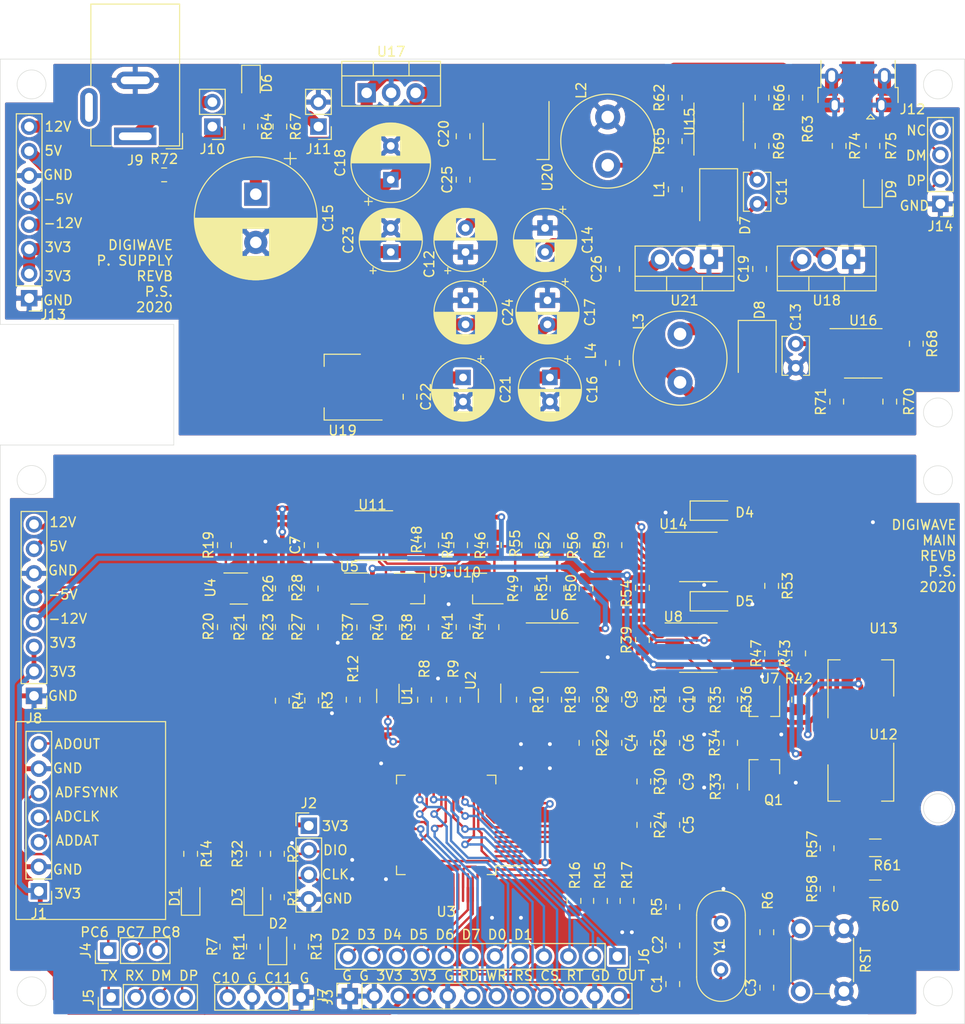
<source format=kicad_pcb>
(kicad_pcb (version 20171130) (host pcbnew 5.1.5-52549c5~84~ubuntu18.04.1)
  (layers (0 F.Cu signal) (31 B.Cu signal) (34 B.Paste user) (35 F.Paste user) (36 B.SilkS user) (37 F.SilkS user) (38 B.Mask user) (39 F.Mask user) (44 Edge.Cuts user))
  (net 0 "")
  (net 1 GND)
  (net 2 -12V)
  (net 3 +12V)
  (net 4 +3V3)
  (net 5 -5V)
  (net 6 +5V)
  (net 7 "Net-(D3-Pad2)")
  (net 8 "Net-(D5-Pad1)")
  (net 9 "Net-(R18-Pad1)")
  (net 10 "Net-(R19-Pad1)")
  (net 11 "Net-(R48-Pad1)")
  (net 12 "Net-(C5-Pad1)")
  (net 13 "Net-(D4-Pad2)")
  (net 14 "Net-(Q1-Pad3)")
  (net 15 "Net-(Q1-Pad1)")
  (net 16 "Net-(R23-Pad1)")
  (net 17 "Net-(R39-Pad2)")
  (net 18 "Net-(R41-Pad2)")
  (net 19 "Net-(R41-Pad1)")
  (net 20 "Net-(R42-Pad1)")
  (net 21 "Net-(R43-Pad2)")
  (net 22 "Net-(R45-Pad2)")
  (net 23 "Net-(R45-Pad1)")
  (net 24 "Net-(R47-Pad2)")
  (net 25 "Net-(R49-Pad1)")
  (net 26 "Net-(R56-Pad2)")
  (net 27 "Net-(J12-Pad1)")
  (net 28 "Net-(C1-Pad1)")
  (net 29 /USB_DP)
  (net 30 /USB_DM)
  (net 31 /UART_RX)
  (net 32 /UART_TX)
  (net 33 /AD_VOUT)
  (net 34 /AD_FSYNK)
  (net 35 /AD_CLK)
  (net 36 /AD_DAT)
  (net 37 /SWCLK)
  (net 38 /SWDIO)
  (net 39 /LCD_D2)
  (net 40 /LCD_D3)
  (net 41 /LCD_D4)
  (net 42 /LCD_D5)
  (net 43 /LCD_D6)
  (net 44 /LCD_D7)
  (net 45 /LCD_D0)
  (net 46 /LCD_D1)
  (net 47 /SD_SPI_CS)
  (net 48 /SD_SPI_MOSI)
  (net 49 /SD_SPI_MISO)
  (net 50 /SD_SPI_CLK)
  (net 51 /OUT_CH1)
  (net 52 /LCD_RST)
  (net 53 /LCD_CS)
  (net 54 /LCD_RS)
  (net 55 /LCD_WR)
  (net 56 /LCD_RD)
  (net 57 /TIM2_CH4)
  (net 58 /TIM5_CH1)
  (net 59 /TIM5_CH2)
  (net 60 /TIM5_CH3)
  (net 61 /SW3)
  (net 62 /SW2)
  (net 63 /SW1)
  (net 64 "Net-(C2-Pad1)")
  (net 65 "Net-(C3-Pad2)")
  (net 66 "Net-(C4-Pad1)")
  (net 67 "Net-(C6-Pad1)")
  (net 68 "Net-(C7-Pad1)")
  (net 69 "Net-(C8-Pad1)")
  (net 70 "Net-(C9-Pad1)")
  (net 71 "Net-(C10-Pad1)")
  (net 72 "Net-(C11-Pad2)")
  (net 73 "Net-(C11-Pad1)")
  (net 74 "Net-(C13-Pad1)")
  (net 75 "Net-(C14-Pad2)")
  (net 76 +15V)
  (net 77 "Net-(C16-Pad1)")
  (net 78 "Net-(D1-Pad2)")
  (net 79 "Net-(D2-Pad2)")
  (net 80 "Net-(D4-Pad1)")
  (net 81 "Net-(D6-Pad2)")
  (net 82 "Net-(D7-Pad1)")
  (net 83 "Net-(D8-Pad1)")
  (net 84 "Net-(D9-Pad2)")
  (net 85 "Net-(J3-Pad4)")
  (net 86 "Net-(J3-Pad2)")
  (net 87 "Net-(J4-Pad3)")
  (net 88 "Net-(J4-Pad2)")
  (net 89 "Net-(J4-Pad1)")
  (net 90 "Net-(J10-Pad2)")
  (net 91 "Net-(J11-Pad1)")
  (net 92 /PWR/USB_DP)
  (net 93 /PWR/USB_DM)
  (net 94 "Net-(L3-Pad2)")
  (net 95 "Net-(R3-Pad1)")
  (net 96 "Net-(R10-Pad2)")
  (net 97 "Net-(R5-Pad2)")
  (net 98 "Net-(R7-Pad2)")
  (net 99 "Net-(R8-Pad2)")
  (net 100 "Net-(R8-Pad1)")
  (net 101 "Net-(R11-Pad2)")
  (net 102 "Net-(R12-Pad2)")
  (net 103 "Net-(R13-Pad2)")
  (net 104 "Net-(R14-Pad1)")
  (net 105 "Net-(R15-Pad1)")
  (net 106 "Net-(R17-Pad2)")
  (net 107 "Net-(R18-Pad2)")
  (net 108 "Net-(R20-Pad1)")
  (net 109 "Net-(R21-Pad2)")
  (net 110 "Net-(R26-Pad1)")
  (net 111 "Net-(R35-Pad2)")
  (net 112 "Net-(R36-Pad2)")
  (net 113 "Net-(R37-Pad2)")
  (net 114 "Net-(R37-Pad1)")
  (net 115 "Net-(R38-Pad2)")
  (net 116 "Net-(R38-Pad1)")
  (net 117 "Net-(R44-Pad1)")
  (net 118 "Net-(R50-Pad1)")
  (net 119 "Net-(R52-Pad2)")
  (net 120 "Net-(R55-Pad1)")
  (net 121 "Net-(R57-Pad2)")
  (net 122 "Net-(R57-Pad1)")
  (net 123 "Net-(R58-Pad2)")
  (net 124 "Net-(R62-Pad1)")
  (net 125 "Net-(R63-Pad1)")
  (net 126 "Net-(R65-Pad1)")
  (net 127 "Net-(R66-Pad2)")
  (net 128 "Net-(R68-Pad1)")
  (net 129 "Net-(R70-Pad2)")
  (net 130 /PWR/P-12V)
  (net 131 /PWR/P+12V)
  (net 132 /PWR/P+3V3)
  (net 133 /PWR/P+5V)
  (net 134 /PWR/P-5V)
  (module Package_TO_SOT_THT:TO-220-3_Vertical (layer F.Cu) (at 188 71.75 180)
    (fp_text reference U21 (at 2.54 -4.27) (layer F.SilkS))
    (fp_text value LM7905_TO220)
    (pad 3 thru_hole oval (at 5.08 0 180) (size 1.905 2) (drill 1.1) (layers *.Cu *.Mask) (net 134 /PWR/P-5V))
    (pad 2 thru_hole oval (at 2.54 0 180) (size 1.905 2) (drill 1.1) (layers *.Cu *.Mask) (net 130 /PWR/P-12V))
    (pad 1 thru_hole rect (at 0 0 180) (size 1.905 2) (drill 1.1) (layers *.Cu *.Mask) (net 1 GND))
  )
  (module Package_TO_SOT_SMD:SOT-223-3_TabPin2 (layer F.Cu) (at 168 59.5 270)
    (fp_text reference U20 (at 3.75 -3.25 90) (layer F.SilkS))
    (fp_text value AMS1117-5.0)
    (pad 1 smd rect (at -3.15 -2.3 270) (size 2 1.5) (layers F.Cu F.Paste F.Mask) (net 1 GND))
    (pad 3 smd rect (at -3.15 2.3 270) (size 2 1.5) (layers F.Cu F.Paste F.Mask) (net 131 /PWR/P+12V))
    (pad 2 smd rect (at -3.15 0 270) (size 2 1.5) (layers F.Cu F.Paste F.Mask) (net 133 /PWR/P+5V))
    (pad 2 smd rect (at 3.15 0 270) (size 2 3.8) (layers F.Cu F.Paste F.Mask) (net 133 /PWR/P+5V))
  )
  (module Package_TO_SOT_SMD:SOT-223-3_TabPin2 (layer F.Cu) (at 150 85 180)
    (fp_text reference U19 (at 0 -4.5) (layer F.SilkS))
    (fp_text value AMS1117-3.3)
    (pad 1 smd rect (at -3.15 -2.3 180) (size 2 1.5) (layers F.Cu F.Paste F.Mask) (net 1 GND))
    (pad 3 smd rect (at -3.15 2.3 180) (size 2 1.5) (layers F.Cu F.Paste F.Mask) (net 77 "Net-(C16-Pad1)"))
    (pad 2 smd rect (at -3.15 0 180) (size 2 1.5) (layers F.Cu F.Paste F.Mask) (net 132 /PWR/P+3V3))
    (pad 2 smd rect (at 3.15 0 180) (size 2 3.8) (layers F.Cu F.Paste F.Mask) (net 132 /PWR/P+3V3))
  )
  (module Package_TO_SOT_THT:TO-220-3_Vertical (layer F.Cu) (at 202.75 71.75 180)
    (fp_text reference U18 (at 2.54 -4.27) (layer F.SilkS))
    (fp_text value LM7912_TO220)
    (pad 3 thru_hole oval (at 5.08 0 180) (size 1.905 2) (drill 1.1) (layers *.Cu *.Mask) (net 130 /PWR/P-12V))
    (pad 2 thru_hole oval (at 2.54 0 180) (size 1.905 2) (drill 1.1) (layers *.Cu *.Mask) (net 75 "Net-(C14-Pad2)"))
    (pad 1 thru_hole rect (at 0 0 180) (size 1.905 2) (drill 1.1) (layers *.Cu *.Mask) (net 1 GND))
  )
  (module Package_TO_SOT_THT:TO-220-3_Vertical (layer F.Cu) (at 152.5 54.5)
    (fp_text reference U17 (at 2.54 -4.27) (layer F.SilkS))
    (fp_text value L7812)
    (pad 3 thru_hole oval (at 5.08 0) (size 1.905 2) (drill 1.1) (layers *.Cu *.Mask) (net 131 /PWR/P+12V))
    (pad 2 thru_hole oval (at 2.54 0) (size 1.905 2) (drill 1.1) (layers *.Cu *.Mask) (net 1 GND))
    (pad 1 thru_hole rect (at 0 0) (size 1.905 2) (drill 1.1) (layers *.Cu *.Mask) (net 76 +15V))
  )
  (module Package_SO:SOIC-8_3.9x4.9mm_P1.27mm (layer F.Cu) (at 204 81.5)
    (fp_text reference U16 (at 0 -3.4) (layer F.SilkS))
    (fp_text value MC34063AD)
    (pad 8 smd roundrect (at 2.475 -1.905) (size 1.95 0.6) (layers F.Cu F.Paste F.Mask) (net 128 "Net-(R68-Pad1)"))
    (pad 7 smd roundrect (at 2.475 -0.635) (size 1.95 0.6) (layers F.Cu F.Paste F.Mask) (net 128 "Net-(R68-Pad1)"))
    (pad 6 smd roundrect (at 2.475 0.635) (size 1.95 0.6) (layers F.Cu F.Paste F.Mask) (net 125 "Net-(R63-Pad1)"))
    (pad 5 smd roundrect (at 2.475 1.905) (size 1.95 0.6) (layers F.Cu F.Paste F.Mask) (net 129 "Net-(R70-Pad2)"))
    (pad 4 smd roundrect (at -2.475 1.905) (size 1.95 0.6) (layers F.Cu F.Paste F.Mask) (net 1 GND))
    (pad 3 smd roundrect (at -2.475 0.635) (size 1.95 0.6) (layers F.Cu F.Paste F.Mask) (net 74 "Net-(C13-Pad1)"))
    (pad 2 smd roundrect (at -2.475 -0.635) (size 1.95 0.6) (layers F.Cu F.Paste F.Mask) (net 83 "Net-(D8-Pad1)"))
    (pad 1 smd roundrect (at -2.475 -1.905) (size 1.95 0.6) (layers F.Cu F.Paste F.Mask) (net 128 "Net-(R68-Pad1)"))
  )
  (module Package_SO:SOIC-8_3.9x4.9mm_P1.27mm (layer F.Cu) (at 189 57.5 90)
    (fp_text reference U15 (at 0 -3 90) (layer F.SilkS))
    (fp_text value MC34063AD)
    (pad 8 smd roundrect (at 2.475 -1.905 90) (size 1.95 0.6) (layers F.Cu F.Paste F.Mask) (net 126 "Net-(R65-Pad1)"))
    (pad 7 smd roundrect (at 2.475 -0.635 90) (size 1.95 0.6) (layers F.Cu F.Paste F.Mask) (net 126 "Net-(R65-Pad1)"))
    (pad 6 smd roundrect (at 2.475 0.635 90) (size 1.95 0.6) (layers F.Cu F.Paste F.Mask) (net 124 "Net-(R62-Pad1)"))
    (pad 5 smd roundrect (at 2.475 1.905 90) (size 1.95 0.6) (layers F.Cu F.Paste F.Mask) (net 127 "Net-(R66-Pad2)"))
    (pad 4 smd roundrect (at -2.475 1.905 90) (size 1.95 0.6) (layers F.Cu F.Paste F.Mask) (net 72 "Net-(C11-Pad2)"))
    (pad 3 smd roundrect (at -2.475 0.635 90) (size 1.95 0.6) (layers F.Cu F.Paste F.Mask) (net 73 "Net-(C11-Pad1)"))
    (pad 2 smd roundrect (at -2.475 -0.635 90) (size 1.95 0.6) (layers F.Cu F.Paste F.Mask) (net 82 "Net-(D7-Pad1)"))
    (pad 1 smd roundrect (at -2.475 -1.905 90) (size 1.95 0.6) (layers F.Cu F.Paste F.Mask) (net 126 "Net-(R65-Pad1)"))
  )
  (module Resistor_SMD:R_0805_2012Metric_Pad1.15x1.40mm_HandSolder (layer F.Cu) (at 205 60 90)
    (fp_text reference R75 (at 0 1.9 90) (layer F.SilkS))
    (fp_text value 470)
    (pad 2 smd roundrect (at 1.025 0 90) (size 1.15 1.4) (layers F.Cu F.Paste F.Mask) (roundrect_rratio 0.217391) (net 27 "Net-(J12-Pad1)"))
    (pad 1 smd roundrect (at -1.025 0 90) (size 1.15 1.4) (layers F.Cu F.Paste F.Mask) (roundrect_rratio 0.217391) (net 84 "Net-(D9-Pad2)"))
  )
  (module Resistor_SMD:R_0805_2012Metric_Pad1.15x1.40mm_HandSolder (layer F.Cu) (at 201.5 60 270)
    (fp_text reference R74 (at 0 -1.65 90) (layer F.SilkS))
    (fp_text value 4.7k)
    (pad 2 smd roundrect (at 1.025 0 270) (size 1.15 1.4) (layers F.Cu F.Paste F.Mask) (roundrect_rratio 0.217391) (net 27 "Net-(J12-Pad1)"))
    (pad 1 smd roundrect (at -1.025 0 270) (size 1.15 1.4) (layers F.Cu F.Paste F.Mask) (roundrect_rratio 0.217391) (net 92 /PWR/USB_DP))
  )
  (module Resistor_SMD:R_0805_2012Metric_Pad1.15x1.40mm_HandSolder (layer F.Cu) (at 131.5 63)
    (fp_text reference R72 (at 0 -1.65) (layer F.SilkS))
    (fp_text value 0)
    (pad 2 smd roundrect (at 1.025 0) (size 1.15 1.4) (layers F.Cu F.Paste F.Mask) (roundrect_rratio 0.217391) (net 76 +15V))
    (pad 1 smd roundrect (at -1.025 0) (size 1.15 1.4) (layers F.Cu F.Paste F.Mask) (roundrect_rratio 0.217391) (net 131 /PWR/P+12V))
  )
  (module Resistor_SMD:R_0805_2012Metric_Pad1.15x1.40mm_HandSolder (layer F.Cu) (at 201.25 86.5 90)
    (fp_text reference R71 (at 0 -1.65 90) (layer F.SilkS))
    (fp_text value 6.8k)
    (pad 2 smd roundrect (at 1.025 0 90) (size 1.15 1.4) (layers F.Cu F.Paste F.Mask) (roundrect_rratio 0.217391) (net 129 "Net-(R70-Pad2)"))
    (pad 1 smd roundrect (at -1.025 0 90) (size 1.15 1.4) (layers F.Cu F.Paste F.Mask) (roundrect_rratio 0.217391) (net 94 "Net-(L3-Pad2)"))
  )
  (module Resistor_SMD:R_0805_2012Metric_Pad1.15x1.40mm_HandSolder (layer F.Cu) (at 206.75 86.5 90)
    (fp_text reference R70 (at 0 2 90) (layer F.SilkS))
    (fp_text value 2.2k)
    (pad 2 smd roundrect (at 1.025 0 90) (size 1.15 1.4) (layers F.Cu F.Paste F.Mask) (roundrect_rratio 0.217391) (net 129 "Net-(R70-Pad2)"))
    (pad 1 smd roundrect (at -1.025 0 90) (size 1.15 1.4) (layers F.Cu F.Paste F.Mask) (roundrect_rratio 0.217391) (net 1 GND))
  )
  (module Resistor_SMD:R_0805_2012Metric_Pad1.15x1.40mm_HandSolder (layer F.Cu) (at 193.5 60 90)
    (fp_text reference R69 (at 0 1.75 90) (layer F.SilkS))
    (fp_text value 745)
    (pad 2 smd roundrect (at 1.025 0 90) (size 1.15 1.4) (layers F.Cu F.Paste F.Mask) (roundrect_rratio 0.217391) (net 127 "Net-(R66-Pad2)"))
    (pad 1 smd roundrect (at -1.025 0 90) (size 1.15 1.4) (layers F.Cu F.Paste F.Mask) (roundrect_rratio 0.217391) (net 72 "Net-(C11-Pad2)"))
  )
  (module Resistor_SMD:R_0805_2012Metric_Pad1.15x1.40mm_HandSolder (layer F.Cu) (at 209.5 80.5 270)
    (fp_text reference R68 (at 0 -1.65 90) (layer F.SilkS))
    (fp_text value 0.3)
    (pad 2 smd roundrect (at 1.025 0 270) (size 1.15 1.4) (layers F.Cu F.Paste F.Mask) (roundrect_rratio 0.217391) (net 125 "Net-(R63-Pad1)"))
    (pad 1 smd roundrect (at -1.025 0 270) (size 1.15 1.4) (layers F.Cu F.Paste F.Mask) (roundrect_rratio 0.217391) (net 128 "Net-(R68-Pad1)"))
  )
  (module Resistor_SMD:R_0805_2012Metric_Pad1.15x1.40mm_HandSolder (layer F.Cu) (at 143.5 58 270)
    (fp_text reference R67 (at 0 -1.65 90) (layer F.SilkS))
    (fp_text value 6.5k)
    (pad 2 smd roundrect (at 1.025 0 270) (size 1.15 1.4) (layers F.Cu F.Paste F.Mask) (roundrect_rratio 0.217391) (net 76 +15V))
    (pad 1 smd roundrect (at -1.025 0 270) (size 1.15 1.4) (layers F.Cu F.Paste F.Mask) (roundrect_rratio 0.217391) (net 91 "Net-(J11-Pad1)"))
  )
  (module Resistor_SMD:R_0805_2012Metric_Pad1.15x1.40mm_HandSolder (layer F.Cu) (at 193.5 55 270)
    (fp_text reference R66 (at 0 -1.8 270) (layer F.SilkS))
    (fp_text value 8.2k)
    (pad 2 smd roundrect (at 1.025 0 270) (size 1.15 1.4) (layers F.Cu F.Paste F.Mask) (roundrect_rratio 0.217391) (net 127 "Net-(R66-Pad2)"))
    (pad 1 smd roundrect (at -1.025 0 270) (size 1.15 1.4) (layers F.Cu F.Paste F.Mask) (roundrect_rratio 0.217391) (net 1 GND))
  )
  (module Resistor_SMD:R_0805_2012Metric_Pad1.15x1.40mm_HandSolder (layer F.Cu) (at 184.5 59.5 90)
    (fp_text reference R65 (at 0 -1.65 90) (layer F.SilkS))
    (fp_text value 0.248)
    (pad 2 smd roundrect (at 1.025 0 90) (size 1.15 1.4) (layers F.Cu F.Paste F.Mask) (roundrect_rratio 0.217391) (net 124 "Net-(R62-Pad1)"))
    (pad 1 smd roundrect (at -1.025 0 90) (size 1.15 1.4) (layers F.Cu F.Paste F.Mask) (roundrect_rratio 0.217391) (net 126 "Net-(R65-Pad1)"))
  )
  (module Resistor_SMD:R_0805_2012Metric_Pad1.15x1.40mm_HandSolder (layer F.Cu) (at 140.5 58 270)
    (fp_text reference R64 (at 0 -1.65 90) (layer F.SilkS))
    (fp_text value 6.5k)
    (pad 2 smd roundrect (at 1.025 0 270) (size 1.15 1.4) (layers F.Cu F.Paste F.Mask) (roundrect_rratio 0.217391) (net 76 +15V))
    (pad 1 smd roundrect (at -1.025 0 270) (size 1.15 1.4) (layers F.Cu F.Paste F.Mask) (roundrect_rratio 0.217391) (net 81 "Net-(D6-Pad2)"))
  )
  (module Resistor_SMD:R_0805_2012Metric_Pad1.15x1.40mm_HandSolder (layer F.Cu) (at 197 55 90)
    (fp_text reference R63 (at -3.25 1.25 90) (layer F.SilkS))
    (fp_text value 0)
    (pad 2 smd roundrect (at 1.025 0 90) (size 1.15 1.4) (layers F.Cu F.Paste F.Mask) (roundrect_rratio 0.217391) (net 76 +15V))
    (pad 1 smd roundrect (at -1.025 0 90) (size 1.15 1.4) (layers F.Cu F.Paste F.Mask) (roundrect_rratio 0.217391) (net 125 "Net-(R63-Pad1)"))
  )
  (module Resistor_SMD:R_0805_2012Metric_Pad1.15x1.40mm_HandSolder (layer F.Cu) (at 184.5 55 90)
    (fp_text reference R62 (at 0 -1.65 90) (layer F.SilkS))
    (fp_text value 0)
    (pad 2 smd roundrect (at 1.025 0 90) (size 1.15 1.4) (layers F.Cu F.Paste F.Mask) (roundrect_rratio 0.217391) (net 76 +15V))
    (pad 1 smd roundrect (at -1.025 0 90) (size 1.15 1.4) (layers F.Cu F.Paste F.Mask) (roundrect_rratio 0.217391) (net 124 "Net-(R62-Pad1)"))
  )
  (module Inductor_SMD:L_0805_2012Metric_Pad1.15x1.40mm_HandSolder (layer F.Cu) (at 178 82.5 270)
    (fp_text reference L4 (at -1.25 2.25 90) (layer F.SilkS))
    (fp_text value 4.7u)
    (pad 2 smd roundrect (at 1.025 0 270) (size 1.15 1.4) (layers F.Cu F.Paste F.Mask) (roundrect_rratio 0.217391) (net 77 "Net-(C16-Pad1)"))
    (pad 1 smd roundrect (at -1.025 0 270) (size 1.15 1.4) (layers F.Cu F.Paste F.Mask) (roundrect_rratio 0.217391) (net 94 "Net-(L3-Pad2)"))
  )
  (module Inductor_THT:L_Radial_D9.5mm_P5.00mm_Fastron_07HVP (layer F.Cu) (at 185 79.5 270)
    (fp_text reference L3 (at -1.3 4.3 90) (layer F.SilkS))
    (fp_text value "180 uH")
    (pad 2 thru_hole circle (at 5 0 270) (size 2.6 2.6) (drill 1.3) (layers *.Cu *.Mask) (net 94 "Net-(L3-Pad2)"))
    (pad 1 thru_hole circle (at 0 0 270) (size 2.6 2.6) (drill 1.3) (layers *.Cu *.Mask) (net 83 "Net-(D8-Pad1)"))
  )
  (module Inductor_THT:L_Radial_D9.5mm_P5.00mm_Fastron_07HVP (layer F.Cu) (at 177.5 62 90)
    (fp_text reference L2 (at 7.75 -2.75 90) (layer F.SilkS))
    (fp_text value "330 uH")
    (pad 2 thru_hole circle (at 5 0 90) (size 2.6 2.6) (drill 1.3) (layers *.Cu *.Mask) (net 1 GND))
    (pad 1 thru_hole circle (at 0 0 90) (size 2.6 2.6) (drill 1.3) (layers *.Cu *.Mask) (net 82 "Net-(D7-Pad1)"))
  )
  (module Inductor_SMD:L_0805_2012Metric_Pad1.15x1.40mm_HandSolder (layer F.Cu) (at 184.5 64.5 90)
    (fp_text reference L1 (at 0 -1.65 90) (layer F.SilkS))
    (fp_text value 4.7u)
    (pad 2 smd roundrect (at 1.025 0 90) (size 1.15 1.4) (layers F.Cu F.Paste F.Mask) (roundrect_rratio 0.217391) (net 72 "Net-(C11-Pad2)"))
    (pad 1 smd roundrect (at -1.025 0 90) (size 1.15 1.4) (layers F.Cu F.Paste F.Mask) (roundrect_rratio 0.217391) (net 75 "Net-(C14-Pad2)"))
  )
  (module Connector_PinHeader_2.54mm:PinHeader_1x04_P2.54mm_Vertical (layer F.Cu) (at 212 66 180)
    (fp_text reference J14 (at 0 -2.33) (layer F.SilkS))
    (fp_text value USBconn)
    (pad 4 thru_hole oval (at 0 7.62 180) (size 1.7 1.7) (drill 1) (layers *.Cu *.Mask))
    (pad 3 thru_hole oval (at 0 5.08 180) (size 1.7 1.7) (drill 1) (layers *.Cu *.Mask) (net 93 /PWR/USB_DM))
    (pad 2 thru_hole oval (at 0 2.54 180) (size 1.7 1.7) (drill 1) (layers *.Cu *.Mask) (net 92 /PWR/USB_DP))
    (pad 1 thru_hole rect (at 0 0 180) (size 1.7 1.7) (drill 1) (layers *.Cu *.Mask) (net 1 GND))
  )
  (module Connector_PinHeader_2.54mm:PinHeader_1x08_P2.54mm_Vertical (layer F.Cu) (at 117.5 75.78 180)
    (fp_text reference J13 (at -2.5 -1.72) (layer F.SilkS))
    (fp_text value Conn_01x08)
    (pad 8 thru_hole oval (at 0 17.78 180) (size 1.7 1.7) (drill 1) (layers *.Cu *.Mask) (net 131 /PWR/P+12V))
    (pad 7 thru_hole oval (at 0 15.24 180) (size 1.7 1.7) (drill 1) (layers *.Cu *.Mask) (net 133 /PWR/P+5V))
    (pad 6 thru_hole oval (at 0 12.7 180) (size 1.7 1.7) (drill 1) (layers *.Cu *.Mask) (net 1 GND))
    (pad 5 thru_hole oval (at 0 10.16 180) (size 1.7 1.7) (drill 1) (layers *.Cu *.Mask) (net 134 /PWR/P-5V))
    (pad 4 thru_hole oval (at 0 7.62 180) (size 1.7 1.7) (drill 1) (layers *.Cu *.Mask) (net 130 /PWR/P-12V))
    (pad 3 thru_hole oval (at 0 5.08 180) (size 1.7 1.7) (drill 1) (layers *.Cu *.Mask) (net 132 /PWR/P+3V3))
    (pad 2 thru_hole oval (at 0 2.54 180) (size 1.7 1.7) (drill 1) (layers *.Cu *.Mask) (net 132 /PWR/P+3V3))
    (pad 1 thru_hole rect (at 0 0 180) (size 1.7 1.7) (drill 1) (layers *.Cu *.Mask) (net 1 GND))
  )
  (module USB:USB_Micro-B_mine (layer F.Cu) (at 203.435 53.885 180)
    (fp_text reference J12 (at -5.665 -2.315) (layer F.SilkS))
    (fp_text value USB_B_Micro)
    (pad 6 smd rect (at 0.935 1.385 270) (size 2.5 1.43) (layers F.Cu F.Paste F.Mask) (net 1 GND))
    (pad 6 smd rect (at -0.985 1.385 270) (size 2.5 1.43) (layers F.Cu F.Paste F.Mask) (net 1 GND))
    (pad 6 thru_hole oval (at 2.705 1.115 270) (size 1.7 1.35) (drill oval 1.2 0.7) (layers *.Cu *.Mask) (net 1 GND))
    (pad 6 thru_hole oval (at -2.755 1.115 270) (size 1.7 1.35) (drill oval 1.2 0.7) (layers *.Cu *.Mask) (net 1 GND))
    (pad 6 thru_hole oval (at 2.395 -1.885 270) (size 1.5 1.1) (drill oval 1.05 0.65) (layers *.Cu *.Mask) (net 1 GND))
    (pad 6 thru_hole oval (at -2.445 -1.885 270) (size 1.5 1.1) (drill oval 1.05 0.65) (layers *.Cu *.Mask) (net 1 GND))
    (pad 5 smd rect (at 1.275 -1.765 270) (size 1.65 0.4) (layers F.Cu F.Paste F.Mask) (net 1 GND))
    (pad 4 smd rect (at 0.625 -1.765 270) (size 1.65 0.4) (layers F.Cu F.Paste F.Mask) (net 1 GND))
    (pad 3 smd rect (at -0.025 -1.765 270) (size 1.65 0.4) (layers F.Cu F.Paste F.Mask) (net 92 /PWR/USB_DP))
    (pad 2 smd rect (at -0.675 -1.765 270) (size 1.65 0.4) (layers F.Cu F.Paste F.Mask) (net 93 /PWR/USB_DM))
    (pad 1 smd rect (at -1.325 -1.765 270) (size 1.65 0.4) (layers F.Cu F.Paste F.Mask) (net 27 "Net-(J12-Pad1)"))
    (pad 6 smd rect (at 2.875 -1.885 180) (size 2 1.5) (layers F.Cu F.Paste F.Mask) (net 1 GND))
    (pad 6 smd rect (at -2.875 -1.865 180) (size 2 1.5) (layers F.Cu F.Paste F.Mask) (net 1 GND))
    (pad 6 smd rect (at 2.975 -0.565 180) (size 1.825 0.7) (layers F.Cu F.Paste F.Mask) (net 1 GND))
    (pad 6 smd rect (at -2.975 -0.565 180) (size 1.825 0.7) (layers F.Cu F.Paste F.Mask) (net 1 GND))
    (pad 6 smd rect (at -2.755 0.185 180) (size 1.35 2) (layers F.Cu F.Paste F.Mask) (net 1 GND))
    (pad 6 smd rect (at 2.725 0.185 180) (size 1.35 2) (layers F.Cu F.Paste F.Mask) (net 1 GND))
  )
  (module Connector_PinHeader_2.54mm:PinHeader_1x02_P2.54mm_Vertical (layer F.Cu) (at 147.5 58 180)
    (fp_text reference J11 (at 0 -2.33) (layer F.SilkS))
    (fp_text value Conn_01x02)
    (pad 2 thru_hole oval (at 0 2.54 180) (size 1.7 1.7) (drill 1) (layers *.Cu *.Mask) (net 1 GND))
    (pad 1 thru_hole rect (at 0 0 180) (size 1.7 1.7) (drill 1) (layers *.Cu *.Mask) (net 91 "Net-(J11-Pad1)"))
  )
  (module Connector_PinHeader_2.54mm:PinHeader_1x02_P2.54mm_Vertical (layer F.Cu) (at 136.5 58 180)
    (fp_text reference J10 (at 0 -2.33) (layer F.SilkS))
    (fp_text value "Power switch")
    (pad 2 thru_hole oval (at 0 2.54 180) (size 1.7 1.7) (drill 1) (layers *.Cu *.Mask) (net 90 "Net-(J10-Pad2)"))
    (pad 1 thru_hole rect (at 0 0 180) (size 1.7 1.7) (drill 1) (layers *.Cu *.Mask) (net 76 +15V))
  )
  (module Mine:Connector_BarrelJack (layer F.Cu) (at 128.5 59 180)
    (fp_text reference J9 (at 0 -2.5) (layer F.SilkS))
    (fp_text value Jack-DC)
    (pad 1 thru_hole rect (at 0 0 180) (size 4.4 1.8) (drill oval 3.4 0.8) (layers *.Cu *.Mask) (net 90 "Net-(J10-Pad2)"))
    (pad 2 thru_hole oval (at 0 5.8 180) (size 4 1.8) (drill oval 3 0.8) (layers *.Cu *.Mask) (net 1 GND))
    (pad 3 thru_hole oval (at 4.8 3 270) (size 4 1.8) (drill oval 3 0.8) (layers *.Cu *.Mask))
  )
  (module LED_SMD:LED_0805_2012Metric_Pad1.15x1.40mm_HandSolder (layer F.Cu) (at 205 64.5 90)
    (fp_text reference D9 (at 0 1.9 90) (layer F.SilkS))
    (fp_text value LED)
    (pad 2 smd roundrect (at 1.025 0 90) (size 1.15 1.4) (layers F.Cu F.Paste F.Mask) (roundrect_rratio 0.217391) (net 84 "Net-(D9-Pad2)"))
    (pad 1 smd roundrect (at -1.025 0 90) (size 1.15 1.4) (layers F.Cu F.Paste F.Mask) (roundrect_rratio 0.217391) (net 1 GND))
  )
  (module Mine:D_1812_4532Metric_Pad1.30x3.40mm_HSolder (layer F.Cu) (at 193 81.225 270)
    (fp_text reference D8 (at -4.225 -0.25 90) (layer F.SilkS))
    (fp_text value D_Schottky)
    (pad 2 smd roundrect (at 2.225 0 270) (size 1.3 3.4) (layers F.Cu F.Paste F.Mask) (roundrect_rratio 0.192308) (net 1 GND))
    (pad 1 smd roundrect (at -2.225 0 270) (size 1.3 3.4) (layers F.Cu F.Paste F.Mask) (roundrect_rratio 0.192308) (net 83 "Net-(D8-Pad1)"))
  )
  (module Mine:D_1812_4532Metric_Pad1.30x3.40mm_HSolder (layer F.Cu) (at 189 65.5 270)
    (fp_text reference D7 (at 2.75 -2.75 90) (layer F.SilkS))
    (fp_text value D_Schottky)
    (pad 2 smd roundrect (at 2.225 0 270) (size 1.3 3.4) (layers F.Cu F.Paste F.Mask) (roundrect_rratio 0.192308) (net 72 "Net-(C11-Pad2)"))
    (pad 1 smd roundrect (at -2.225 0 270) (size 1.3 3.4) (layers F.Cu F.Paste F.Mask) (roundrect_rratio 0.192308) (net 82 "Net-(D7-Pad1)"))
  )
  (module LED_SMD:LED_0805_2012Metric_Pad1.15x1.40mm_HandSolder (layer F.Cu) (at 140.5 53.5 270)
    (fp_text reference D6 (at 0 -1.65 90) (layer F.SilkS))
    (fp_text value LED)
    (pad 2 smd roundrect (at 1.025 0 270) (size 1.15 1.4) (layers F.Cu F.Paste F.Mask) (roundrect_rratio 0.217391) (net 81 "Net-(D6-Pad2)"))
    (pad 1 smd roundrect (at -1.025 0 270) (size 1.15 1.4) (layers F.Cu F.Paste F.Mask) (roundrect_rratio 0.217391) (net 1 GND))
  )
  (module Capacitor_SMD:C_0805_2012Metric_Pad1.15x1.40mm_HandSolder (layer F.Cu) (at 178 72.75 90)
    (fp_text reference C26 (at 0 -1.65 90) (layer F.SilkS))
    (fp_text value 100n)
    (pad 2 smd roundrect (at 1.025 0 90) (size 1.15 1.4) (layers F.Cu F.Paste F.Mask) (roundrect_rratio 0.217391) (net 1 GND))
    (pad 1 smd roundrect (at -1.025 0 90) (size 1.15 1.4) (layers F.Cu F.Paste F.Mask) (roundrect_rratio 0.217391) (net 134 /PWR/P-5V))
  )
  (module Capacitor_SMD:C_0805_2012Metric_Pad1.15x1.40mm_HandSolder (layer F.Cu) (at 162.5 63.5 90)
    (fp_text reference C25 (at 0 -1.65 90) (layer F.SilkS))
    (fp_text value 100n)
    (pad 2 smd roundrect (at 1.025 0 90) (size 1.15 1.4) (layers F.Cu F.Paste F.Mask) (roundrect_rratio 0.217391) (net 1 GND))
    (pad 1 smd roundrect (at -1.025 0 90) (size 1.15 1.4) (layers F.Cu F.Paste F.Mask) (roundrect_rratio 0.217391) (net 133 /PWR/P+5V))
  )
  (module Capacitor_THT:CP_Radial_D6.3mm_P2.50mm (layer F.Cu) (at 162.75 76 270)
    (fp_text reference C24 (at 1.25 -4.4 90) (layer F.SilkS))
    (fp_text value 220uF)
    (pad 2 thru_hole circle (at 2.5 0 270) (size 1.6 1.6) (drill 0.8) (layers *.Cu *.Mask) (net 134 /PWR/P-5V))
    (pad 1 thru_hole rect (at 0 0 270) (size 1.6 1.6) (drill 0.8) (layers *.Cu *.Mask) (net 1 GND))
  )
  (module Capacitor_THT:CP_Radial_D6.3mm_P2.50mm (layer F.Cu) (at 155 71 90)
    (fp_text reference C23 (at 1.25 -4.4 90) (layer F.SilkS))
    (fp_text value 220uF)
    (pad 2 thru_hole circle (at 2.5 0 90) (size 1.6 1.6) (drill 0.8) (layers *.Cu *.Mask) (net 1 GND))
    (pad 1 thru_hole rect (at 0 0 90) (size 1.6 1.6) (drill 0.8) (layers *.Cu *.Mask) (net 133 /PWR/P+5V))
  )
  (module Capacitor_SMD:C_0805_2012Metric_Pad1.15x1.40mm_HandSolder (layer F.Cu) (at 157 86 270)
    (fp_text reference C22 (at 0 -1.65 90) (layer F.SilkS))
    (fp_text value 100n)
    (pad 2 smd roundrect (at 1.025 0 270) (size 1.15 1.4) (layers F.Cu F.Paste F.Mask) (roundrect_rratio 0.217391) (net 1 GND))
    (pad 1 smd roundrect (at -1.025 0 270) (size 1.15 1.4) (layers F.Cu F.Paste F.Mask) (roundrect_rratio 0.217391) (net 132 /PWR/P+3V3))
  )
  (module Capacitor_THT:CP_Radial_D6.3mm_P2.50mm (layer F.Cu) (at 162.5 84 270)
    (fp_text reference C21 (at 1.25 -4.4 90) (layer F.SilkS))
    (fp_text value 220uF)
    (pad 2 thru_hole circle (at 2.5 0 270) (size 1.6 1.6) (drill 0.8) (layers *.Cu *.Mask) (net 1 GND))
    (pad 1 thru_hole rect (at 0 0 270) (size 1.6 1.6) (drill 0.8) (layers *.Cu *.Mask) (net 132 /PWR/P+3V3))
  )
  (module Capacitor_SMD:C_0805_2012Metric_Pad1.15x1.40mm_HandSolder (layer F.Cu) (at 162.5 59 270)
    (fp_text reference C20 (at -0.25 2 90) (layer F.SilkS))
    (fp_text value 100n)
    (pad 2 smd roundrect (at 1.025 0 270) (size 1.15 1.4) (layers F.Cu F.Paste F.Mask) (roundrect_rratio 0.217391) (net 1 GND))
    (pad 1 smd roundrect (at -1.025 0 270) (size 1.15 1.4) (layers F.Cu F.Paste F.Mask) (roundrect_rratio 0.217391) (net 131 /PWR/P+12V))
  )
  (module Capacitor_SMD:C_0805_2012Metric_Pad1.15x1.40mm_HandSolder (layer F.Cu) (at 193.25 72.75 90)
    (fp_text reference C19 (at 0 -1.65 90) (layer F.SilkS))
    (fp_text value 100n)
    (pad 2 smd roundrect (at 1.025 0 90) (size 1.15 1.4) (layers F.Cu F.Paste F.Mask) (roundrect_rratio 0.217391) (net 1 GND))
    (pad 1 smd roundrect (at -1.025 0 90) (size 1.15 1.4) (layers F.Cu F.Paste F.Mask) (roundrect_rratio 0.217391) (net 130 /PWR/P-12V))
  )
  (module Capacitor_THT:CP_Radial_D8.0mm_P3.50mm (layer F.Cu) (at 155 63.5 90)
    (fp_text reference C18 (at 1.75 -5.25 90) (layer F.SilkS))
    (fp_text value 470uF)
    (pad 2 thru_hole circle (at 3.5 0 90) (size 1.6 1.6) (drill 0.8) (layers *.Cu *.Mask) (net 1 GND))
    (pad 1 thru_hole rect (at 0 0 90) (size 1.6 1.6) (drill 0.8) (layers *.Cu *.Mask) (net 131 /PWR/P+12V))
  )
  (module Capacitor_THT:CP_Radial_D6.3mm_P2.50mm (layer F.Cu) (at 171.25 76 270)
    (fp_text reference C17 (at 1.25 -4.4 90) (layer F.SilkS))
    (fp_text value 220uF)
    (pad 2 thru_hole circle (at 2.5 0 270) (size 1.6 1.6) (drill 0.8) (layers *.Cu *.Mask) (net 130 /PWR/P-12V))
    (pad 1 thru_hole rect (at 0 0 270) (size 1.6 1.6) (drill 0.8) (layers *.Cu *.Mask) (net 1 GND))
  )
  (module Capacitor_THT:CP_Radial_D6.3mm_P2.50mm (layer F.Cu) (at 171.5 84 270)
    (fp_text reference C16 (at 1.25 -4.4 90) (layer F.SilkS))
    (fp_text value 220uF)
    (pad 2 thru_hole circle (at 2.5 0 270) (size 1.6 1.6) (drill 0.8) (layers *.Cu *.Mask) (net 1 GND))
    (pad 1 thru_hole rect (at 0 0 270) (size 1.6 1.6) (drill 0.8) (layers *.Cu *.Mask) (net 77 "Net-(C16-Pad1)"))
  )
  (module Capacitor_THT:CP_Radial_D12.5mm_P5.00mm (layer F.Cu) (at 141 65 270)
    (fp_text reference C15 (at 2.5 -7.5 90) (layer F.SilkS))
    (fp_text value 1200uF)
    (pad 2 thru_hole circle (at 5 0 270) (size 2.4 2.4) (drill 1.2) (layers *.Cu *.Mask) (net 1 GND))
    (pad 1 thru_hole rect (at 0 0 270) (size 2.4 2.4) (drill 1.2) (layers *.Cu *.Mask) (net 76 +15V))
  )
  (module Capacitor_THT:CP_Radial_D6.3mm_P2.50mm (layer F.Cu) (at 171 68.5 270)
    (fp_text reference C14 (at 1.25 -4.4 90) (layer F.SilkS))
    (fp_text value 220uF)
    (pad 2 thru_hole circle (at 2.5 0 270) (size 1.6 1.6) (drill 0.8) (layers *.Cu *.Mask) (net 75 "Net-(C14-Pad2)"))
    (pad 1 thru_hole rect (at 0 0 270) (size 1.6 1.6) (drill 0.8) (layers *.Cu *.Mask) (net 1 GND))
  )
  (module Capacitor_THT:C_Disc_D3.8mm_W2.6mm_P2.50mm (layer F.Cu) (at 197 80.5 270)
    (fp_text reference C13 (at -2.75 0 90) (layer F.SilkS))
    (fp_text value 1n)
    (pad 2 thru_hole circle (at 2.5 0 270) (size 1.6 1.6) (drill 0.8) (layers *.Cu *.Mask) (net 1 GND))
    (pad 1 thru_hole circle (at 0 0 270) (size 1.6 1.6) (drill 0.8) (layers *.Cu *.Mask) (net 74 "Net-(C13-Pad1)"))
  )
  (module Capacitor_THT:CP_Radial_D6.3mm_P2.50mm (layer F.Cu) (at 162.75 71 90)
    (fp_text reference C12 (at -1.25 -3.75 90) (layer F.SilkS))
    (fp_text value 220uF)
    (pad 2 thru_hole circle (at 2.5 0 90) (size 1.6 1.6) (drill 0.8) (layers *.Cu *.Mask) (net 72 "Net-(C11-Pad2)"))
    (pad 1 thru_hole rect (at 0 0 90) (size 1.6 1.6) (drill 0.8) (layers *.Cu *.Mask) (net 1 GND))
  )
  (module Capacitor_THT:C_Disc_D3.8mm_W2.6mm_P2.50mm (layer F.Cu) (at 193 63.5 270)
    (fp_text reference C11 (at 1.25 -2.55 90) (layer F.SilkS))
    (fp_text value 1n)
    (pad 2 thru_hole circle (at 2.5 0 270) (size 1.6 1.6) (drill 0.8) (layers *.Cu *.Mask) (net 72 "Net-(C11-Pad2)"))
    (pad 1 thru_hole circle (at 0 0 270) (size 1.6 1.6) (drill 0.8) (layers *.Cu *.Mask) (net 73 "Net-(C11-Pad1)"))
  )
  (module Connector_PinHeader_2.54mm:PinHeader_1x04_P2.54mm_Vertical (layer F.Cu) (at 126 148.25 90)
    (fp_text reference J5 (at 0 -2.33 90) (layer F.SilkS))
    (fp_text value Conn_01x04)
    (pad 4 thru_hole oval (at 0 7.62 90) (size 1.7 1.7) (drill 1) (layers *.Cu *.Mask) (net 29 /USB_DP))
    (pad 3 thru_hole oval (at 0 5.08 90) (size 1.7 1.7) (drill 1) (layers *.Cu *.Mask) (net 30 /USB_DM))
    (pad 2 thru_hole oval (at 0 2.54 90) (size 1.7 1.7) (drill 1) (layers *.Cu *.Mask) (net 31 /UART_RX))
    (pad 1 thru_hole rect (at 0 0 90) (size 1.7 1.7) (drill 1) (layers *.Cu *.Mask) (net 32 /UART_TX))
  )
  (module Connector_PinHeader_2.54mm:PinHeader_1x04_P2.54mm_Vertical (layer F.Cu) (at 146.5 130.46)
    (fp_text reference J2 (at 0 -2.33) (layer F.SilkS))
    (fp_text value Conn_01x04)
    (pad 4 thru_hole oval (at 0 7.62) (size 1.7 1.7) (drill 1) (layers *.Cu *.Mask) (net 1 GND))
    (pad 3 thru_hole oval (at 0 5.08) (size 1.7 1.7) (drill 1) (layers *.Cu *.Mask) (net 37 /SWCLK))
    (pad 2 thru_hole oval (at 0 2.54) (size 1.7 1.7) (drill 1) (layers *.Cu *.Mask) (net 38 /SWDIO))
    (pad 1 thru_hole rect (at 0 0) (size 1.7 1.7) (drill 1) (layers *.Cu *.Mask) (net 4 +3V3))
  )
  (module Connector_PinHeader_2.54mm:PinHeader_1x07_P2.54mm_Vertical (layer F.Cu) (at 118.5 137.25 180)
    (fp_text reference J1 (at 0 -2.33) (layer F.SilkS))
    (fp_text value Conn_01x07)
    (pad 7 thru_hole oval (at 0 15.24 180) (size 1.7 1.7) (drill 1) (layers *.Cu *.Mask) (net 33 /AD_VOUT))
    (pad 6 thru_hole oval (at 0 12.7 180) (size 1.7 1.7) (drill 1) (layers *.Cu *.Mask) (net 1 GND))
    (pad 5 thru_hole oval (at 0 10.16 180) (size 1.7 1.7) (drill 1) (layers *.Cu *.Mask) (net 34 /AD_FSYNK))
    (pad 4 thru_hole oval (at 0 7.62 180) (size 1.7 1.7) (drill 1) (layers *.Cu *.Mask) (net 35 /AD_CLK))
    (pad 3 thru_hole oval (at 0 5.08 180) (size 1.7 1.7) (drill 1) (layers *.Cu *.Mask) (net 36 /AD_DAT))
    (pad 2 thru_hole oval (at 0 2.54 180) (size 1.7 1.7) (drill 1) (layers *.Cu *.Mask) (net 1 GND))
    (pad 1 thru_hole rect (at 0 0 180) (size 1.7 1.7) (drill 1) (layers *.Cu *.Mask) (net 4 +3V3))
  )
  (module Package_SO:SOIC-8_3.9x4.9mm_P1.27mm (layer F.Cu) (at 153.246 100.374 180)
    (fp_text reference U11 (at 0.146 3.174 180) (layer F.SilkS))
    (fp_text value LM6172)
    (pad 8 smd roundrect (at 2.475 -1.905 180) (size 1.95 0.6) (layers F.Cu F.Paste F.Mask) (net 3 +12V))
    (pad 7 smd roundrect (at 2.475 -0.635 180) (size 1.95 0.6) (layers F.Cu F.Paste F.Mask) (net 26 "Net-(R56-Pad2)"))
    (pad 6 smd roundrect (at 2.475 0.635 180) (size 1.95 0.6) (layers F.Cu F.Paste F.Mask) (net 119 "Net-(R52-Pad2)"))
    (pad 5 smd roundrect (at 2.475 1.905 180) (size 1.95 0.6) (layers F.Cu F.Paste F.Mask) (net 24 "Net-(R47-Pad2)"))
    (pad 4 smd roundrect (at -2.475 1.905 180) (size 1.95 0.6) (layers F.Cu F.Paste F.Mask) (net 2 -12V))
    (pad 3 smd roundrect (at -2.475 0.635 180) (size 1.95 0.6) (layers F.Cu F.Paste F.Mask) (net 114 "Net-(R37-Pad1)"))
    (pad 2 smd roundrect (at -2.475 -0.635 180) (size 1.95 0.6) (layers F.Cu F.Paste F.Mask) (net 22 "Net-(R45-Pad2)"))
    (pad 1 smd roundrect (at -2.475 -1.905 180) (size 1.95 0.6) (layers F.Cu F.Paste F.Mask) (net 11 "Net-(R48-Pad1)"))
  )
  (module Connector_PinSocket_2.54mm:PinSocket_1x12_P2.54mm_Vertical (layer F.Cu) (at 178.5 144 270)
    (fp_text reference J6 (at 0 -2.77 90) (layer F.SilkS))
    (fp_text value Conn_01x12)
    (pad 12 thru_hole oval (at 0 27.94 270) (size 1.7 1.7) (drill 1) (layers *.Cu *.Mask) (net 39 /LCD_D2))
    (pad 11 thru_hole oval (at 0 25.4 270) (size 1.7 1.7) (drill 1) (layers *.Cu *.Mask) (net 40 /LCD_D3))
    (pad 10 thru_hole oval (at 0 22.86 270) (size 1.7 1.7) (drill 1) (layers *.Cu *.Mask) (net 41 /LCD_D4))
    (pad 9 thru_hole oval (at 0 20.32 270) (size 1.7 1.7) (drill 1) (layers *.Cu *.Mask) (net 42 /LCD_D5))
    (pad 8 thru_hole oval (at 0 17.78 270) (size 1.7 1.7) (drill 1) (layers *.Cu *.Mask) (net 43 /LCD_D6))
    (pad 7 thru_hole oval (at 0 15.24 270) (size 1.7 1.7) (drill 1) (layers *.Cu *.Mask) (net 44 /LCD_D7))
    (pad 6 thru_hole oval (at 0 12.7 270) (size 1.7 1.7) (drill 1) (layers *.Cu *.Mask) (net 45 /LCD_D0))
    (pad 5 thru_hole oval (at 0 10.16 270) (size 1.7 1.7) (drill 1) (layers *.Cu *.Mask) (net 46 /LCD_D1))
    (pad 4 thru_hole oval (at 0 7.62 270) (size 1.7 1.7) (drill 1) (layers *.Cu *.Mask) (net 47 /SD_SPI_CS))
    (pad 3 thru_hole oval (at 0 5.08 270) (size 1.7 1.7) (drill 1) (layers *.Cu *.Mask) (net 48 /SD_SPI_MOSI))
    (pad 2 thru_hole oval (at 0 2.54 270) (size 1.7 1.7) (drill 1) (layers *.Cu *.Mask) (net 49 /SD_SPI_MISO))
    (pad 1 thru_hole rect (at 0 0 270) (size 1.7 1.7) (drill 1) (layers *.Cu *.Mask) (net 50 /SD_SPI_CLK))
  )
  (module digiWave:QFP-64_10x10_Pitch0.5mm (layer F.Cu) (at 160.746 130.374 180)
    (fp_text reference U3 (at 0 -9) (layer F.SilkS))
    (fp_text value STM32F103RCTx)
    (pad 64 smd oval (at -3.75 -6.5 180) (size 0.25 3) (layers F.Cu F.Paste F.Mask) (net 4 +3V3))
    (pad 63 smd oval (at -3.25 -6.5 180) (size 0.25 3) (layers F.Cu F.Paste F.Mask) (net 1 GND))
    (pad 62 smd oval (at -2.75 -6.5 180) (size 0.25 3) (layers F.Cu F.Paste F.Mask) (net 43 /LCD_D6))
    (pad 61 smd oval (at -2.25 -6.5 180) (size 0.25 3) (layers F.Cu F.Paste F.Mask) (net 42 /LCD_D5))
    (pad 60 smd oval (at -1.75 -6.5 180) (size 0.25 3) (layers F.Cu F.Paste F.Mask) (net 106 "Net-(R17-Pad2)"))
    (pad 59 smd oval (at -1.25 -6.5 180) (size 0.25 3) (layers F.Cu F.Paste F.Mask) (net 41 /LCD_D4))
    (pad 58 smd oval (at -0.75 -6.5 180) (size 0.25 3) (layers F.Cu F.Paste F.Mask) (net 40 /LCD_D3))
    (pad 57 smd oval (at -0.25 -6.5 180) (size 0.25 3) (layers F.Cu F.Paste F.Mask) (net 39 /LCD_D2))
    (pad 56 smd oval (at 0.25 -6.5 180) (size 0.25 3) (layers F.Cu F.Paste F.Mask) (net 46 /LCD_D1))
    (pad 55 smd oval (at 0.75 -6.5 180) (size 0.25 3) (layers F.Cu F.Paste F.Mask) (net 45 /LCD_D0))
    (pad 54 smd oval (at 1.25 -6.5 180) (size 0.25 3) (layers F.Cu F.Paste F.Mask))
    (pad 53 smd oval (at 1.75 -6.5 180) (size 0.25 3) (layers F.Cu F.Paste F.Mask) (net 103 "Net-(R13-Pad2)"))
    (pad 52 smd oval (at 2.25 -6.5 180) (size 0.25 3) (layers F.Cu F.Paste F.Mask) (net 101 "Net-(R11-Pad2)"))
    (pad 51 smd oval (at 2.75 -6.5 180) (size 0.25 3) (layers F.Cu F.Paste F.Mask) (net 98 "Net-(R7-Pad2)"))
    (pad 50 smd oval (at 3.25 -6.5 180) (size 0.25 3) (layers F.Cu F.Paste F.Mask))
    (pad 49 smd oval (at 3.75 -6.5 180) (size 0.25 3) (layers F.Cu F.Paste F.Mask) (net 37 /SWCLK))
    (pad 48 smd oval (at 6.5 -3.75 270) (size 0.25 3) (layers F.Cu F.Paste F.Mask) (net 4 +3V3))
    (pad 47 smd oval (at 6.5 -3.25 270) (size 0.25 3) (layers F.Cu F.Paste F.Mask) (net 1 GND))
    (pad 46 smd oval (at 6.5 -2.75 270) (size 0.25 3) (layers F.Cu F.Paste F.Mask) (net 38 /SWDIO))
    (pad 45 smd oval (at 6.5 -2.25 270) (size 0.25 3) (layers F.Cu F.Paste F.Mask) (net 29 /USB_DP))
    (pad 44 smd oval (at 6.5 -1.75 270) (size 0.25 3) (layers F.Cu F.Paste F.Mask) (net 30 /USB_DM))
    (pad 43 smd oval (at 6.5 -1.25 270) (size 0.25 3) (layers F.Cu F.Paste F.Mask) (net 31 /UART_RX))
    (pad 42 smd oval (at 6.5 -0.75 270) (size 0.25 3) (layers F.Cu F.Paste F.Mask) (net 32 /UART_TX))
    (pad 41 smd oval (at 6.5 -0.25 270) (size 0.25 3) (layers F.Cu F.Paste F.Mask))
    (pad 40 smd oval (at 6.5 0.25 270) (size 0.25 3) (layers F.Cu F.Paste F.Mask) (net 104 "Net-(R14-Pad1)"))
    (pad 39 smd oval (at 6.5 0.75 270) (size 0.25 3) (layers F.Cu F.Paste F.Mask) (net 87 "Net-(J4-Pad3)"))
    (pad 38 smd oval (at 6.5 1.25 270) (size 0.25 3) (layers F.Cu F.Paste F.Mask) (net 88 "Net-(J4-Pad2)"))
    (pad 37 smd oval (at 6.5 1.75 270) (size 0.25 3) (layers F.Cu F.Paste F.Mask) (net 89 "Net-(J4-Pad1)"))
    (pad 36 smd oval (at 6.5 2.25 270) (size 0.25 3) (layers F.Cu F.Paste F.Mask) (net 34 /AD_FSYNK))
    (pad 35 smd oval (at 6.5 2.75 270) (size 0.25 3) (layers F.Cu F.Paste F.Mask) (net 36 /AD_DAT))
    (pad 34 smd oval (at 6.5 3.25 270) (size 0.25 3) (layers F.Cu F.Paste F.Mask) (net 35 /AD_CLK))
    (pad 33 smd oval (at 6.5 3.75 270) (size 0.25 3) (layers F.Cu F.Paste F.Mask) (net 56 /LCD_RD))
    (pad 32 smd oval (at 3.75 6.5 180) (size 0.25 3) (layers F.Cu F.Paste F.Mask) (net 4 +3V3))
    (pad 31 smd oval (at 3.25 6.5 180) (size 0.25 3) (layers F.Cu F.Paste F.Mask) (net 1 GND))
    (pad 30 smd oval (at 2.75 6.5 180) (size 0.25 3) (layers F.Cu F.Paste F.Mask) (net 53 /LCD_CS))
    (pad 29 smd oval (at 2.25 6.5 180) (size 0.25 3) (layers F.Cu F.Paste F.Mask) (net 44 /LCD_D7))
    (pad 28 smd oval (at 1.75 6.5 180) (size 0.25 3) (layers F.Cu F.Paste F.Mask) (net 52 /LCD_RST))
    (pad 27 smd oval (at 1.25 6.5 180) (size 0.25 3) (layers F.Cu F.Paste F.Mask) (net 54 /LCD_RS))
    (pad 26 smd oval (at 0.75 6.5 180) (size 0.25 3) (layers F.Cu F.Paste F.Mask) (net 55 /LCD_WR))
    (pad 25 smd oval (at 0.25 6.5 180) (size 0.25 3) (layers F.Cu F.Paste F.Mask))
    (pad 24 smd oval (at -0.25 6.5 180) (size 0.25 3) (layers F.Cu F.Paste F.Mask))
    (pad 23 smd oval (at -0.75 6.5 180) (size 0.25 3) (layers F.Cu F.Paste F.Mask) (net 48 /SD_SPI_MOSI))
    (pad 22 smd oval (at -1.25 6.5 180) (size 0.25 3) (layers F.Cu F.Paste F.Mask) (net 49 /SD_SPI_MISO))
    (pad 21 smd oval (at -1.75 6.5 180) (size 0.25 3) (layers F.Cu F.Paste F.Mask) (net 50 /SD_SPI_CLK))
    (pad 20 smd oval (at -2.25 6.5 180) (size 0.25 3) (layers F.Cu F.Paste F.Mask) (net 47 /SD_SPI_CS))
    (pad 19 smd oval (at -2.75 6.5 180) (size 0.25 3) (layers F.Cu F.Paste F.Mask) (net 4 +3V3))
    (pad 18 smd oval (at -3.25 6.5 180) (size 0.25 3) (layers F.Cu F.Paste F.Mask) (net 1 GND))
    (pad 17 smd oval (at -3.75 6.5 180) (size 0.25 3) (layers F.Cu F.Paste F.Mask) (net 57 /TIM2_CH4))
    (pad 16 smd oval (at -6.5 3.75 270) (size 0.25 3) (layers F.Cu F.Paste F.Mask) (net 60 /TIM5_CH3))
    (pad 15 smd oval (at -6.5 3.25 270) (size 0.25 3) (layers F.Cu F.Paste F.Mask) (net 59 /TIM5_CH2))
    (pad 14 smd oval (at -6.5 2.75 270) (size 0.25 3) (layers F.Cu F.Paste F.Mask) (net 58 /TIM5_CH1))
    (pad 13 smd oval (at -6.5 2.25 270) (size 0.25 3) (layers F.Cu F.Paste F.Mask) (net 4 +3V3))
    (pad 12 smd oval (at -6.5 1.75 270) (size 0.25 3) (layers F.Cu F.Paste F.Mask) (net 1 GND))
    (pad 11 smd oval (at -6.5 1.25 270) (size 0.25 3) (layers F.Cu F.Paste F.Mask))
    (pad 10 smd oval (at -6.5 0.75 270) (size 0.25 3) (layers F.Cu F.Paste F.Mask) (net 61 /SW3))
    (pad 9 smd oval (at -6.5 0.25 270) (size 0.25 3) (layers F.Cu F.Paste F.Mask) (net 62 /SW2))
    (pad 8 smd oval (at -6.5 -0.25 270) (size 0.25 3) (layers F.Cu F.Paste F.Mask) (net 63 /SW1))
    (pad 7 smd oval (at -6.5 -0.75 270) (size 0.25 3) (layers F.Cu F.Paste F.Mask) (net 65 "Net-(C3-Pad2)"))
    (pad 6 smd oval (at -6.5 -1.25 270) (size 0.25 3) (layers F.Cu F.Paste F.Mask) (net 97 "Net-(R5-Pad2)"))
    (pad 5 smd oval (at -6.5 -1.75 270) (size 0.25 3) (layers F.Cu F.Paste F.Mask) (net 28 "Net-(C1-Pad1)"))
    (pad 4 smd oval (at -6.5 -2.25 270) (size 0.25 3) (layers F.Cu F.Paste F.Mask))
    (pad 3 smd oval (at -6.5 -2.75 270) (size 0.25 3) (layers F.Cu F.Paste F.Mask))
    (pad 2 smd oval (at -6.5 -3.25 270) (size 0.25 3) (layers F.Cu F.Paste F.Mask))
    (pad 1 smd oval (at -6.5 -3.75 270) (size 0.25 3) (layers F.Cu F.Paste F.Mask) (net 4 +3V3))
  )
  (module Resistor_SMD:R_0805_2012Metric_Pad1.15x1.40mm_HandSolder (layer F.Cu) (at 174 138.25 270)
    (fp_text reference R16 (at -2.65 -0.1 90) (layer F.SilkS))
    (fp_text value 0)
    (pad 2 smd roundrect (at 1.025 0 270) (size 1.15 1.4) (layers F.Cu F.Paste F.Mask) (roundrect_rratio 0.217391) (net 105 "Net-(R15-Pad1)"))
    (pad 1 smd roundrect (at -1.025 0 270) (size 1.15 1.4) (layers F.Cu F.Paste F.Mask) (roundrect_rratio 0.217391) (net 1 GND))
  )
  (module Resistor_SMD:R_0805_2012Metric_Pad1.15x1.40mm_HandSolder (layer F.Cu) (at 176.75 138.25 90)
    (fp_text reference R15 (at 2.65 -0.05 90) (layer F.SilkS))
    (fp_text value 0)
    (pad 2 smd roundrect (at 1.025 0 90) (size 1.15 1.4) (layers F.Cu F.Paste F.Mask) (roundrect_rratio 0.217391) (net 4 +3V3))
    (pad 1 smd roundrect (at -1.025 0 90) (size 1.15 1.4) (layers F.Cu F.Paste F.Mask) (roundrect_rratio 0.217391) (net 105 "Net-(R15-Pad1)"))
  )
  (module Resistor_SMD:R_0805_2012Metric_Pad1.15x1.40mm_HandSolder (layer F.Cu) (at 178.246 101.374 90)
    (fp_text reference R59 (at 0 -1.546 90) (layer F.SilkS))
    (fp_text value 0)
    (pad 2 smd roundrect (at 1.025 0 90) (size 1.15 1.4) (layers F.Cu F.Paste F.Mask) (roundrect_rratio 0.217391) (net 26 "Net-(R56-Pad2)"))
    (pad 1 smd roundrect (at -1.025 0 90) (size 1.15 1.4) (layers F.Cu F.Paste F.Mask) (roundrect_rratio 0.217391) (net 80 "Net-(D4-Pad1)"))
  )
  (module Connector_PinHeader_2.54mm:PinHeader_1x08_P2.54mm_Vertical (layer F.Cu) (at 118 117 180)
    (fp_text reference J8 (at 0 -2.33) (layer F.SilkS))
    (fp_text value Conn_01x08)
    (pad 8 thru_hole oval (at 0 17.78 180) (size 1.7 1.7) (drill 1) (layers *.Cu *.Mask) (net 3 +12V))
    (pad 7 thru_hole oval (at 0 15.24 180) (size 1.7 1.7) (drill 1) (layers *.Cu *.Mask) (net 6 +5V))
    (pad 6 thru_hole oval (at 0 12.7 180) (size 1.7 1.7) (drill 1) (layers *.Cu *.Mask) (net 1 GND))
    (pad 5 thru_hole oval (at 0 10.16 180) (size 1.7 1.7) (drill 1) (layers *.Cu *.Mask) (net 5 -5V))
    (pad 4 thru_hole oval (at 0 7.62 180) (size 1.7 1.7) (drill 1) (layers *.Cu *.Mask) (net 2 -12V))
    (pad 3 thru_hole oval (at 0 5.08 180) (size 1.7 1.7) (drill 1) (layers *.Cu *.Mask) (net 4 +3V3))
    (pad 2 thru_hole oval (at 0 2.54 180) (size 1.7 1.7) (drill 1) (layers *.Cu *.Mask) (net 4 +3V3))
    (pad 1 thru_hole rect (at 0 0 180) (size 1.7 1.7) (drill 1) (layers *.Cu *.Mask) (net 1 GND))
  )
  (module Package_TO_SOT_SMD:SOT-23-5_HandSoldering (layer F.Cu) (at 151.746 105.874)
    (fp_text reference U5 (at -1.046 -2.274) (layer F.SilkS))
    (fp_text value MIC920)
    (pad 5 smd rect (at 1.35 -0.95) (size 1.56 0.65) (layers F.Cu F.Paste F.Mask) (net 6 +5V))
    (pad 4 smd rect (at 1.35 0.95) (size 1.56 0.65) (layers F.Cu F.Paste F.Mask) (net 113 "Net-(R37-Pad2)"))
    (pad 3 smd rect (at -1.35 0.95) (size 1.56 0.65) (layers F.Cu F.Paste F.Mask) (net 113 "Net-(R37-Pad2)"))
    (pad 2 smd rect (at -1.35 0) (size 1.56 0.65) (layers F.Cu F.Paste F.Mask) (net 5 -5V))
    (pad 1 smd rect (at -1.35 -0.95) (size 1.56 0.65) (layers F.Cu F.Paste F.Mask) (net 68 "Net-(C7-Pad1)"))
  )
  (module Package_TO_SOT_SMD:SOT-23-5_HandSoldering (layer F.Cu) (at 139.246 105.874)
    (fp_text reference U4 (at -2.946 -0.074 90) (layer F.SilkS))
    (fp_text value MIC920)
    (pad 5 smd rect (at 1.35 -0.95) (size 1.56 0.65) (layers F.Cu F.Paste F.Mask) (net 6 +5V))
    (pad 4 smd rect (at 1.35 0.95) (size 1.56 0.65) (layers F.Cu F.Paste F.Mask) (net 109 "Net-(R21-Pad2)"))
    (pad 3 smd rect (at -1.35 0.95) (size 1.56 0.65) (layers F.Cu F.Paste F.Mask) (net 9 "Net-(R18-Pad1)"))
    (pad 2 smd rect (at -1.35 0) (size 1.56 0.65) (layers F.Cu F.Paste F.Mask) (net 5 -5V))
    (pad 1 smd rect (at -1.35 -0.95) (size 1.56 0.65) (layers F.Cu F.Paste F.Mask) (net 10 "Net-(R19-Pad1)"))
  )
  (module Connector_PinHeader_2.54mm:PinHeader_1x03_P2.54mm_Vertical (layer F.Cu) (at 125.7 143.4 90)
    (fp_text reference J4 (at 0 -2.33 90) (layer F.SilkS))
    (fp_text value "Rot encoder input")
    (pad 3 thru_hole oval (at 0 5.08 90) (size 1.7 1.7) (drill 1) (layers *.Cu *.Mask) (net 87 "Net-(J4-Pad3)"))
    (pad 2 thru_hole oval (at 0 2.54 90) (size 1.7 1.7) (drill 1) (layers *.Cu *.Mask) (net 88 "Net-(J4-Pad2)"))
    (pad 1 thru_hole rect (at 0 0 90) (size 1.7 1.7) (drill 1) (layers *.Cu *.Mask) (net 89 "Net-(J4-Pad1)"))
  )
  (module Crystal:Crystal_HC49-4H_Vertical (layer F.Cu) (at 189.246 145.374 90)
    (fp_text reference Y1 (at 2.374 -0.146 90) (layer F.SilkS))
    (fp_text value Crystal)
    (pad 2 thru_hole circle (at 4.88 0 90) (size 1.5 1.5) (drill 0.8) (layers *.Cu *.Mask) (net 64 "Net-(C2-Pad1)"))
    (pad 1 thru_hole circle (at 0 0 90) (size 1.5 1.5) (drill 0.8) (layers *.Cu *.Mask) (net 28 "Net-(C1-Pad1)"))
  )
  (module Package_SO:SOIC-8_3.9x4.9mm_P1.27mm (layer F.Cu) (at 186.9 102.6)
    (fp_text reference U14 (at -2.6 -3.4) (layer F.SilkS))
    (fp_text value LM7171)
    (pad 8 smd roundrect (at 2.475 -1.905) (size 1.95 0.6) (layers F.Cu F.Paste F.Mask))
    (pad 7 smd roundrect (at 2.475 -0.635) (size 1.95 0.6) (layers F.Cu F.Paste F.Mask) (net 3 +12V))
    (pad 6 smd roundrect (at 2.475 0.635) (size 1.95 0.6) (layers F.Cu F.Paste F.Mask) (net 80 "Net-(D4-Pad1)"))
    (pad 5 smd roundrect (at 2.475 1.905) (size 1.95 0.6) (layers F.Cu F.Paste F.Mask))
    (pad 4 smd roundrect (at -2.475 1.905) (size 1.95 0.6) (layers F.Cu F.Paste F.Mask) (net 2 -12V))
    (pad 3 smd roundrect (at -2.475 0.635) (size 1.95 0.6) (layers F.Cu F.Paste F.Mask) (net 80 "Net-(D4-Pad1)"))
    (pad 2 smd roundrect (at -2.475 -0.635) (size 1.95 0.6) (layers F.Cu F.Paste F.Mask) (net 26 "Net-(R56-Pad2)"))
    (pad 1 smd roundrect (at -2.475 -1.905) (size 1.95 0.6) (layers F.Cu F.Paste F.Mask))
  )
  (module Package_TO_SOT_SMD:SOT-223 (layer F.Cu) (at 203.75 115.174 90)
    (fp_text reference U13 (at 5.174 2.35 180) (layer F.SilkS))
    (fp_text value PBSS4350Z)
    (pad 1 smd rect (at -3.15 -2.3 90) (size 2 1.5) (layers F.Cu F.Paste F.Mask) (net 13 "Net-(D4-Pad2)"))
    (pad 3 smd rect (at -3.15 2.3 90) (size 2 1.5) (layers F.Cu F.Paste F.Mask) (net 122 "Net-(R57-Pad1)"))
    (pad 2 smd rect (at -3.15 0 90) (size 2 1.5) (layers F.Cu F.Paste F.Mask) (net 3 +12V))
    (pad 4 smd rect (at 3.15 0 90) (size 2 3.8) (layers F.Cu F.Paste F.Mask) (net 3 +12V))
  )
  (module Package_TO_SOT_SMD:SOT-223 (layer F.Cu) (at 203.75 126 270)
    (fp_text reference U12 (at -5 -2.35 180) (layer F.SilkS))
    (fp_text value PBSS5350Z)
    (pad 1 smd rect (at -3.15 -2.3 270) (size 2 1.5) (layers F.Cu F.Paste F.Mask) (net 8 "Net-(D5-Pad1)"))
    (pad 3 smd rect (at -3.15 2.3 270) (size 2 1.5) (layers F.Cu F.Paste F.Mask) (net 123 "Net-(R58-Pad2)"))
    (pad 2 smd rect (at -3.15 0 270) (size 2 1.5) (layers F.Cu F.Paste F.Mask) (net 2 -12V))
    (pad 4 smd rect (at 3.15 0 270) (size 2 3.8) (layers F.Cu F.Paste F.Mask) (net 2 -12V))
  )
  (module Package_TO_SOT_SMD:SOT-23_Handsoldering (layer F.Cu) (at 164.246 105.874 180)
    (fp_text reference U10 (at 1.346 1.674) (layer F.SilkS))
    (fp_text value MMBFJ175LT1G)
    (pad 3 smd rect (at 1.5 0 180) (size 1.9 0.8) (layers F.Cu F.Paste F.Mask) (net 19 "Net-(R41-Pad1)"))
    (pad 2 smd rect (at -1.5 0.95 180) (size 1.9 0.8) (layers F.Cu F.Paste F.Mask) (net 117 "Net-(R44-Pad1)"))
    (pad 1 smd rect (at -1.5 -0.95 180) (size 1.9 0.8) (layers F.Cu F.Paste F.Mask) (net 1 GND))
  )
  (module Package_TO_SOT_SMD:SOT-23_Handsoldering (layer F.Cu) (at 157.746 105.874)
    (fp_text reference U9 (at 2.154 -1.674) (layer F.SilkS))
    (fp_text value MMBFJ175LT1G)
    (pad 3 smd rect (at 1.5 0) (size 1.9 0.8) (layers F.Cu F.Paste F.Mask) (net 116 "Net-(R38-Pad1)"))
    (pad 2 smd rect (at -1.5 0.95) (size 1.9 0.8) (layers F.Cu F.Paste F.Mask) (net 114 "Net-(R37-Pad1)"))
    (pad 1 smd rect (at -1.5 -0.95) (size 1.9 0.8) (layers F.Cu F.Paste F.Mask) (net 1 GND))
  )
  (module Package_TO_SOT_SMD:SOT-23_Handsoldering (layer F.Cu) (at 193.746 118.374 270)
    (fp_text reference U7 (at -3.174 -0.554 180) (layer F.SilkS))
    (fp_text value MMBFJ175LT1G)
    (pad 3 smd rect (at 1.5 0 270) (size 1.9 0.8) (layers F.Cu F.Paste F.Mask) (net 14 "Net-(Q1-Pad3)"))
    (pad 2 smd rect (at -1.5 0.95 270) (size 1.9 0.8) (layers F.Cu F.Paste F.Mask) (net 112 "Net-(R36-Pad2)"))
    (pad 1 smd rect (at -1.5 -0.95 270) (size 1.9 0.8) (layers F.Cu F.Paste F.Mask) (net 1 GND))
  )
  (module Package_SO:SOIC-8_3.9x4.9mm_P1.27mm (layer F.Cu) (at 186.9 112)
    (fp_text reference U8 (at -2.6 -3.2) (layer F.SilkS))
    (fp_text value LM358)
    (pad 8 smd roundrect (at 2.475 -1.905) (size 1.95 0.6) (layers F.Cu F.Paste F.Mask) (net 3 +12V))
    (pad 7 smd roundrect (at 2.475 -0.635) (size 1.95 0.6) (layers F.Cu F.Paste F.Mask) (net 24 "Net-(R47-Pad2)"))
    (pad 6 smd roundrect (at 2.475 0.635) (size 1.95 0.6) (layers F.Cu F.Paste F.Mask) (net 20 "Net-(R42-Pad1)"))
    (pad 5 smd roundrect (at 2.475 1.905) (size 1.95 0.6) (layers F.Cu F.Paste F.Mask) (net 17 "Net-(R39-Pad2)"))
    (pad 4 smd roundrect (at -2.475 1.905) (size 1.95 0.6) (layers F.Cu F.Paste F.Mask) (net 2 -12V))
    (pad 3 smd roundrect (at -2.475 0.635) (size 1.95 0.6) (layers F.Cu F.Paste F.Mask) (net 112 "Net-(R36-Pad2)"))
    (pad 2 smd roundrect (at -2.475 -0.635) (size 1.95 0.6) (layers F.Cu F.Paste F.Mask) (net 111 "Net-(R35-Pad2)"))
    (pad 1 smd roundrect (at -2.475 -1.905) (size 1.95 0.6) (layers F.Cu F.Paste F.Mask) (net 17 "Net-(R39-Pad2)"))
  )
  (module Package_SO:SOIC-8_3.9x4.9mm_P1.27mm (layer F.Cu) (at 172.5 112)
    (fp_text reference U6 (at 0 -3.4) (layer F.SilkS))
    (fp_text value LM358)
    (pad 8 smd roundrect (at 2.475 -1.905) (size 1.95 0.6) (layers F.Cu F.Paste F.Mask) (net 6 +5V))
    (pad 7 smd roundrect (at 2.475 -0.635) (size 1.95 0.6) (layers F.Cu F.Paste F.Mask) (net 18 "Net-(R41-Pad2)"))
    (pad 6 smd roundrect (at 2.475 0.635) (size 1.95 0.6) (layers F.Cu F.Paste F.Mask) (net 18 "Net-(R41-Pad2)"))
    (pad 5 smd roundrect (at 2.475 1.905) (size 1.95 0.6) (layers F.Cu F.Paste F.Mask) (net 70 "Net-(C9-Pad1)"))
    (pad 4 smd roundrect (at -2.475 1.905) (size 1.95 0.6) (layers F.Cu F.Paste F.Mask) (net 5 -5V))
    (pad 3 smd roundrect (at -2.475 0.635) (size 1.95 0.6) (layers F.Cu F.Paste F.Mask) (net 69 "Net-(C8-Pad1)"))
    (pad 2 smd roundrect (at -2.475 -0.635) (size 1.95 0.6) (layers F.Cu F.Paste F.Mask) (net 115 "Net-(R38-Pad2)"))
    (pad 1 smd roundrect (at -2.475 -1.905) (size 1.95 0.6) (layers F.Cu F.Paste F.Mask) (net 115 "Net-(R38-Pad2)"))
  )
  (module Package_TO_SOT_SMD:SOT-363_SC-70-6_Handsoldering (layer F.Cu) (at 154.7 117 270)
    (fp_text reference U1 (at 0 -2 90) (layer F.SilkS))
    (fp_text value TS5A3159DCK)
    (pad 6 smd rect (at 1.33 -0.65 270) (size 1.5 0.4) (layers F.Cu F.Paste F.Mask) (net 63 /SW1))
    (pad 5 smd rect (at 1.33 0 270) (size 1.5 0.4) (layers F.Cu F.Paste F.Mask) (net 4 +3V3))
    (pad 4 smd rect (at 1.33 0.65 270) (size 1.5 0.4) (layers F.Cu F.Paste F.Mask) (net 95 "Net-(R3-Pad1)"))
    (pad 3 smd rect (at -1.33 0.65 270) (size 1.5 0.4) (layers F.Cu F.Paste F.Mask) (net 102 "Net-(R12-Pad2)"))
    (pad 2 smd rect (at -1.33 0 270) (size 1.5 0.4) (layers F.Cu F.Paste F.Mask) (net 1 GND))
    (pad 1 smd rect (at -1.33 -0.65 270) (size 1.5 0.4) (layers F.Cu F.Paste F.Mask) (net 99 "Net-(R8-Pad2)"))
  )
  (module Package_TO_SOT_SMD:SOT-363_SC-70-6_Handsoldering (layer F.Cu) (at 165.246 116.974 270)
    (fp_text reference U2 (at -1.574 1.946 90) (layer F.SilkS))
    (fp_text value TS5A3159DCK)
    (pad 6 smd rect (at 1.33 -0.65 270) (size 1.5 0.4) (layers F.Cu F.Paste F.Mask) (net 62 /SW2))
    (pad 5 smd rect (at 1.33 0 270) (size 1.5 0.4) (layers F.Cu F.Paste F.Mask) (net 4 +3V3))
    (pad 4 smd rect (at 1.33 0.65 270) (size 1.5 0.4) (layers F.Cu F.Paste F.Mask) (net 107 "Net-(R18-Pad2)"))
    (pad 3 smd rect (at -1.33 0.65 270) (size 1.5 0.4) (layers F.Cu F.Paste F.Mask) (net 95 "Net-(R3-Pad1)"))
    (pad 2 smd rect (at -1.33 0 270) (size 1.5 0.4) (layers F.Cu F.Paste F.Mask) (net 1 GND))
    (pad 1 smd rect (at -1.33 -0.65 270) (size 1.5 0.4) (layers F.Cu F.Paste F.Mask) (net 96 "Net-(R10-Pad2)"))
  )
  (module Button_Switch_THT:SW_PUSH_6mm_H4.3mm (layer F.Cu) (at 197.496 147.624 90)
    (fp_text reference RST (at 3.25 6.754 90) (layer F.SilkS))
    (fp_text value SW_DIP_x01)
    (pad 1 thru_hole circle (at 6.5 0 180) (size 2 2) (drill 1.1) (layers *.Cu *.Mask) (net 65 "Net-(C3-Pad2)"))
    (pad 2 thru_hole circle (at 6.5 4.5 180) (size 2 2) (drill 1.1) (layers *.Cu *.Mask) (net 1 GND))
    (pad 1 thru_hole circle (at 0 0 180) (size 2 2) (drill 1.1) (layers *.Cu *.Mask) (net 65 "Net-(C3-Pad2)"))
    (pad 2 thru_hole circle (at 0 4.5 180) (size 2 2) (drill 1.1) (layers *.Cu *.Mask) (net 1 GND))
  )
  (module Resistor_SMD:R_0805_2012Metric_Pad1.15x1.40mm_HandSolder (layer F.Cu) (at 134.246 133.374 270)
    (fp_text reference R14 (at 0 -1.65 90) (layer F.SilkS))
    (fp_text value 470)
    (pad 2 smd roundrect (at 1.025 0 270) (size 1.15 1.4) (layers F.Cu F.Paste F.Mask) (roundrect_rratio 0.217391) (net 78 "Net-(D1-Pad2)"))
    (pad 1 smd roundrect (at -1.025 0 270) (size 1.15 1.4) (layers F.Cu F.Paste F.Mask) (roundrect_rratio 0.217391) (net 104 "Net-(R14-Pad1)"))
  )
  (module Resistor_SMD:R_1206_3216Metric_Pad1.42x1.75mm_HandSolder (layer F.Cu) (at 205.25 132.75 180)
    (fp_text reference R61 (at -1.25 -1.82) (layer F.SilkS))
    (fp_text value 100)
    (pad 2 smd roundrect (at 1.4875 0 180) (size 1.425 1.75) (layers F.Cu F.Paste F.Mask) (roundrect_rratio 0.175439) (net 121 "Net-(R57-Pad2)"))
    (pad 1 smd roundrect (at -1.4875 0 180) (size 1.425 1.75) (layers F.Cu F.Paste F.Mask) (roundrect_rratio 0.175439) (net 51 /OUT_CH1))
  )
  (module Resistor_SMD:R_1206_3216Metric_Pad1.42x1.75mm_HandSolder (layer F.Cu) (at 205.25 137 180)
    (fp_text reference R60 (at -1.05 -1.8) (layer F.SilkS))
    (fp_text value 100)
    (pad 2 smd roundrect (at 1.4875 0 180) (size 1.425 1.75) (layers F.Cu F.Paste F.Mask) (roundrect_rratio 0.175439) (net 121 "Net-(R57-Pad2)"))
    (pad 1 smd roundrect (at -1.4875 0 180) (size 1.425 1.75) (layers F.Cu F.Paste F.Mask) (roundrect_rratio 0.175439) (net 51 /OUT_CH1))
  )
  (module Resistor_SMD:R_0805_2012Metric_Pad1.15x1.40mm_HandSolder (layer F.Cu) (at 200.25 137 270)
    (fp_text reference R58 (at 0 1.55 90) (layer F.SilkS))
    (fp_text value 0.43)
    (pad 2 smd roundrect (at 1.025 0 270) (size 1.15 1.4) (layers F.Cu F.Paste F.Mask) (roundrect_rratio 0.217391) (net 123 "Net-(R58-Pad2)"))
    (pad 1 smd roundrect (at -1.025 0 270) (size 1.15 1.4) (layers F.Cu F.Paste F.Mask) (roundrect_rratio 0.217391) (net 121 "Net-(R57-Pad2)"))
  )
  (module Resistor_SMD:R_0805_2012Metric_Pad1.15x1.40mm_HandSolder (layer F.Cu) (at 200.25 132.8 270)
    (fp_text reference R57 (at -0.4 1.55 90) (layer F.SilkS))
    (fp_text value 0.43)
    (pad 2 smd roundrect (at 1.025 0 270) (size 1.15 1.4) (layers F.Cu F.Paste F.Mask) (roundrect_rratio 0.217391) (net 121 "Net-(R57-Pad2)"))
    (pad 1 smd roundrect (at -1.025 0 270) (size 1.15 1.4) (layers F.Cu F.Paste F.Mask) (roundrect_rratio 0.217391) (net 122 "Net-(R57-Pad1)"))
  )
  (module Resistor_SMD:R_0805_2012Metric_Pad1.15x1.40mm_HandSolder (layer F.Cu) (at 175.3 101.4 90)
    (fp_text reference R56 (at 0 -1.4 90) (layer F.SilkS))
    (fp_text value 47k)
    (pad 2 smd roundrect (at 1.025 0 90) (size 1.15 1.4) (layers F.Cu F.Paste F.Mask) (roundrect_rratio 0.217391) (net 26 "Net-(R56-Pad2)"))
    (pad 1 smd roundrect (at -1.025 0 90) (size 1.15 1.4) (layers F.Cu F.Paste F.Mask) (roundrect_rratio 0.217391) (net 120 "Net-(R55-Pad1)"))
  )
  (module Resistor_SMD:R_0805_2012Metric_Pad1.15x1.40mm_HandSolder (layer F.Cu) (at 169.3 101.374 90)
    (fp_text reference R55 (at 0.174 -1.4 90) (layer F.SilkS))
    (fp_text value 0)
    (pad 2 smd roundrect (at 1.025 0 90) (size 1.15 1.4) (layers F.Cu F.Paste F.Mask) (roundrect_rratio 0.217391) (net 119 "Net-(R52-Pad2)"))
    (pad 1 smd roundrect (at -1.025 0 90) (size 1.15 1.4) (layers F.Cu F.Paste F.Mask) (roundrect_rratio 0.217391) (net 120 "Net-(R55-Pad1)"))
  )
  (module Resistor_SMD:R_0805_2012Metric_Pad1.15x1.40mm_HandSolder (layer F.Cu) (at 181.1 105.8 90)
    (fp_text reference R54 (at -0.6 -1.65 90) (layer F.SilkS))
    (fp_text value 2k)
    (pad 2 smd roundrect (at 1.025 0 90) (size 1.15 1.4) (layers F.Cu F.Paste F.Mask) (roundrect_rratio 0.217391) (net 2 -12V))
    (pad 1 smd roundrect (at -1.025 0 90) (size 1.15 1.4) (layers F.Cu F.Paste F.Mask) (roundrect_rratio 0.217391) (net 8 "Net-(D5-Pad1)"))
  )
  (module Resistor_SMD:R_0805_2012Metric_Pad1.15x1.40mm_HandSolder (layer F.Cu) (at 194.5 105.6 270)
    (fp_text reference R53 (at 0 -1.65 90) (layer F.SilkS))
    (fp_text value 2k)
    (pad 2 smd roundrect (at 1.025 0 270) (size 1.15 1.4) (layers F.Cu F.Paste F.Mask) (roundrect_rratio 0.217391) (net 13 "Net-(D4-Pad2)"))
    (pad 1 smd roundrect (at -1.025 0 270) (size 1.15 1.4) (layers F.Cu F.Paste F.Mask) (roundrect_rratio 0.217391) (net 3 +12V))
  )
  (module Resistor_SMD:R_0805_2012Metric_Pad1.15x1.40mm_HandSolder (layer F.Cu) (at 172.246 101.374 90)
    (fp_text reference R52 (at -0.026 -1.346 90) (layer F.SilkS))
    (fp_text value 47k)
    (pad 2 smd roundrect (at 1.025 0 90) (size 1.15 1.4) (layers F.Cu F.Paste F.Mask) (roundrect_rratio 0.217391) (net 119 "Net-(R52-Pad2)"))
    (pad 1 smd roundrect (at -1.025 0 90) (size 1.15 1.4) (layers F.Cu F.Paste F.Mask) (roundrect_rratio 0.217391) (net 25 "Net-(R49-Pad1)"))
  )
  (module Resistor_SMD:R_0805_2012Metric_Pad1.15x1.40mm_HandSolder (layer F.Cu) (at 172.246 105.874 270)
    (fp_text reference R51 (at -0.074 1.546 90) (layer F.SilkS))
    (fp_text value 47k)
    (pad 2 smd roundrect (at 1.025 0 270) (size 1.15 1.4) (layers F.Cu F.Paste F.Mask) (roundrect_rratio 0.217391) (net 118 "Net-(R50-Pad1)"))
    (pad 1 smd roundrect (at -1.025 0 270) (size 1.15 1.4) (layers F.Cu F.Paste F.Mask) (roundrect_rratio 0.217391) (net 25 "Net-(R49-Pad1)"))
  )
  (module Resistor_SMD:R_0805_2012Metric_Pad1.15x1.40mm_HandSolder (layer F.Cu) (at 175.246 105.874 90)
    (fp_text reference R50 (at 0.074 -1.546 90) (layer F.SilkS))
    (fp_text value 0)
    (pad 2 smd roundrect (at 1.025 0 90) (size 1.15 1.4) (layers F.Cu F.Paste F.Mask) (roundrect_rratio 0.217391) (net 3 +12V))
    (pad 1 smd roundrect (at -1.025 0 90) (size 1.15 1.4) (layers F.Cu F.Paste F.Mask) (roundrect_rratio 0.217391) (net 118 "Net-(R50-Pad1)"))
  )
  (module Resistor_SMD:R_0805_2012Metric_Pad1.15x1.40mm_HandSolder (layer F.Cu) (at 169.246 105.874 270)
    (fp_text reference R49 (at 0 1.546 90) (layer F.SilkS))
    (fp_text value 649)
    (pad 2 smd roundrect (at 1.025 0 270) (size 1.15 1.4) (layers F.Cu F.Paste F.Mask) (roundrect_rratio 0.217391) (net 11 "Net-(R48-Pad1)"))
    (pad 1 smd roundrect (at -1.025 0 270) (size 1.15 1.4) (layers F.Cu F.Paste F.Mask) (roundrect_rratio 0.217391) (net 25 "Net-(R49-Pad1)"))
  )
  (module Resistor_SMD:R_0805_2012Metric_Pad1.15x1.40mm_HandSolder (layer F.Cu) (at 159.246 101.374 90)
    (fp_text reference R48 (at 0.574 -1.546 90) (layer F.SilkS))
    (fp_text value 47k)
    (pad 2 smd roundrect (at 1.025 0 90) (size 1.15 1.4) (layers F.Cu F.Paste F.Mask) (roundrect_rratio 0.217391) (net 22 "Net-(R45-Pad2)"))
    (pad 1 smd roundrect (at -1.025 0 90) (size 1.15 1.4) (layers F.Cu F.Paste F.Mask) (roundrect_rratio 0.217391) (net 11 "Net-(R48-Pad1)"))
  )
  (module Resistor_SMD:R_0805_2012Metric_Pad1.15x1.40mm_HandSolder (layer F.Cu) (at 194.5 112.6 90)
    (fp_text reference R47 (at 0 -1.6 90) (layer F.SilkS))
    (fp_text value 20k)
    (pad 2 smd roundrect (at 1.025 0 90) (size 1.15 1.4) (layers F.Cu F.Paste F.Mask) (roundrect_rratio 0.217391) (net 24 "Net-(R47-Pad2)"))
    (pad 1 smd roundrect (at -1.025 0 90) (size 1.15 1.4) (layers F.Cu F.Paste F.Mask) (roundrect_rratio 0.217391) (net 21 "Net-(R43-Pad2)"))
  )
  (module Resistor_SMD:R_0805_2012Metric_Pad1.15x1.40mm_HandSolder (layer F.Cu) (at 165.746 101.374 90)
    (fp_text reference R46 (at -0.026 -1.446 90) (layer F.SilkS))
    (fp_text value 0)
    (pad 2 smd roundrect (at 1.025 0 90) (size 1.15 1.4) (layers F.Cu F.Paste F.Mask) (roundrect_rratio 0.217391) (net 23 "Net-(R45-Pad1)"))
    (pad 1 smd roundrect (at -1.025 0 90) (size 1.15 1.4) (layers F.Cu F.Paste F.Mask) (roundrect_rratio 0.217391) (net 117 "Net-(R44-Pad1)"))
  )
  (module Resistor_SMD:R_0805_2012Metric_Pad1.15x1.40mm_HandSolder (layer F.Cu) (at 162.246 101.374 270)
    (fp_text reference R45 (at 0 1.346 90) (layer F.SilkS))
    (fp_text value 2.2k)
    (pad 2 smd roundrect (at 1.025 0 270) (size 1.15 1.4) (layers F.Cu F.Paste F.Mask) (roundrect_rratio 0.217391) (net 22 "Net-(R45-Pad2)"))
    (pad 1 smd roundrect (at -1.025 0 270) (size 1.15 1.4) (layers F.Cu F.Paste F.Mask) (roundrect_rratio 0.217391) (net 23 "Net-(R45-Pad1)"))
  )
  (module Resistor_SMD:R_0805_2012Metric_Pad1.15x1.40mm_HandSolder (layer F.Cu) (at 165.496 109.874 90)
    (fp_text reference R44 (at 0.074 -1.396 90) (layer F.SilkS))
    (fp_text value 470k)
    (pad 2 smd roundrect (at 1.025 0 90) (size 1.15 1.4) (layers F.Cu F.Paste F.Mask) (roundrect_rratio 0.217391) (net 19 "Net-(R41-Pad1)"))
    (pad 1 smd roundrect (at -1.025 0 90) (size 1.15 1.4) (layers F.Cu F.Paste F.Mask) (roundrect_rratio 0.217391) (net 117 "Net-(R44-Pad1)"))
  )
  (module Resistor_SMD:R_0805_2012Metric_Pad1.15x1.40mm_HandSolder (layer F.Cu) (at 197.3 112.6 270)
    (fp_text reference R43 (at 0 1.4 90) (layer F.SilkS))
    (fp_text value 0)
    (pad 2 smd roundrect (at 1.025 0 270) (size 1.15 1.4) (layers F.Cu F.Paste F.Mask) (roundrect_rratio 0.217391) (net 21 "Net-(R43-Pad2)"))
    (pad 1 smd roundrect (at -1.025 0 270) (size 1.15 1.4) (layers F.Cu F.Paste F.Mask) (roundrect_rratio 0.217391) (net 20 "Net-(R42-Pad1)"))
  )
  (module Resistor_SMD:R_0805_2012Metric_Pad1.15x1.40mm_HandSolder (layer F.Cu) (at 197.3 117.4 270)
    (fp_text reference R42 (at -2.2 0 180) (layer F.SilkS))
    (fp_text value 10k)
    (pad 2 smd roundrect (at 1.025 0 270) (size 1.15 1.4) (layers F.Cu F.Paste F.Mask) (roundrect_rratio 0.217391) (net 1 GND))
    (pad 1 smd roundrect (at -1.025 0 270) (size 1.15 1.4) (layers F.Cu F.Paste F.Mask) (roundrect_rratio 0.217391) (net 20 "Net-(R42-Pad1)"))
  )
  (module Resistor_SMD:R_0805_2012Metric_Pad1.15x1.40mm_HandSolder (layer F.Cu) (at 162.496 109.874 270)
    (fp_text reference R41 (at -0.074 1.596 90) (layer F.SilkS))
    (fp_text value 470k)
    (pad 2 smd roundrect (at 1.025 0 270) (size 1.15 1.4) (layers F.Cu F.Paste F.Mask) (roundrect_rratio 0.217391) (net 18 "Net-(R41-Pad2)"))
    (pad 1 smd roundrect (at -1.025 0 270) (size 1.15 1.4) (layers F.Cu F.Paste F.Mask) (roundrect_rratio 0.217391) (net 19 "Net-(R41-Pad1)"))
  )
  (module Resistor_SMD:R_0805_2012Metric_Pad1.15x1.40mm_HandSolder (layer F.Cu) (at 155.2 109.9 90)
    (fp_text reference R40 (at 0 -1.5 90) (layer F.SilkS))
    (fp_text value 470k)
    (pad 2 smd roundrect (at 1.025 0 90) (size 1.15 1.4) (layers F.Cu F.Paste F.Mask) (roundrect_rratio 0.217391) (net 116 "Net-(R38-Pad1)"))
    (pad 1 smd roundrect (at -1.025 0 90) (size 1.15 1.4) (layers F.Cu F.Paste F.Mask) (roundrect_rratio 0.217391) (net 114 "Net-(R37-Pad1)"))
  )
  (module Resistor_SMD:R_0805_2012Metric_Pad1.15x1.40mm_HandSolder (layer F.Cu) (at 181.1 111.2 90)
    (fp_text reference R39 (at 0 -1.65 90) (layer F.SilkS))
    (fp_text value 47k)
    (pad 2 smd roundrect (at 1.025 0 90) (size 1.15 1.4) (layers F.Cu F.Paste F.Mask) (roundrect_rratio 0.217391) (net 17 "Net-(R39-Pad2)"))
    (pad 1 smd roundrect (at -1.025 0 90) (size 1.15 1.4) (layers F.Cu F.Paste F.Mask) (roundrect_rratio 0.217391) (net 111 "Net-(R35-Pad2)"))
  )
  (module Resistor_SMD:R_0805_2012Metric_Pad1.15x1.40mm_HandSolder (layer F.Cu) (at 158.2 109.9 270)
    (fp_text reference R38 (at 0 1.5 90) (layer F.SilkS))
    (fp_text value 470k)
    (pad 2 smd roundrect (at 1.025 0 270) (size 1.15 1.4) (layers F.Cu F.Paste F.Mask) (roundrect_rratio 0.217391) (net 115 "Net-(R38-Pad2)"))
    (pad 1 smd roundrect (at -1.025 0 270) (size 1.15 1.4) (layers F.Cu F.Paste F.Mask) (roundrect_rratio 0.217391) (net 116 "Net-(R38-Pad1)"))
  )
  (module Resistor_SMD:R_0805_2012Metric_Pad1.15x1.40mm_HandSolder (layer F.Cu) (at 152.2 109.9 90)
    (fp_text reference R37 (at 0 -1.65 90) (layer F.SilkS))
    (fp_text value 470)
    (pad 2 smd roundrect (at 1.025 0 90) (size 1.15 1.4) (layers F.Cu F.Paste F.Mask) (roundrect_rratio 0.217391) (net 113 "Net-(R37-Pad2)"))
    (pad 1 smd roundrect (at -1.025 0 90) (size 1.15 1.4) (layers F.Cu F.Paste F.Mask) (roundrect_rratio 0.217391) (net 114 "Net-(R37-Pad1)"))
  )
  (module Resistor_SMD:R_0805_2012Metric_Pad1.15x1.40mm_HandSolder (layer F.Cu) (at 190.246 117.374 270)
    (fp_text reference R36 (at 0 -1.65 90) (layer F.SilkS))
    (fp_text value 47k)
    (pad 2 smd roundrect (at 1.025 0 270) (size 1.15 1.4) (layers F.Cu F.Paste F.Mask) (roundrect_rratio 0.217391) (net 112 "Net-(R36-Pad2)"))
    (pad 1 smd roundrect (at -1.025 0 270) (size 1.15 1.4) (layers F.Cu F.Paste F.Mask) (roundrect_rratio 0.217391) (net 71 "Net-(C10-Pad1)"))
  )
  (module Resistor_SMD:R_0805_2012Metric_Pad1.15x1.40mm_HandSolder (layer F.Cu) (at 187.246 117.374 90)
    (fp_text reference R35 (at -0.026 1.454 90) (layer F.SilkS))
    (fp_text value 47k)
    (pad 2 smd roundrect (at 1.025 0 90) (size 1.15 1.4) (layers F.Cu F.Paste F.Mask) (roundrect_rratio 0.217391) (net 111 "Net-(R35-Pad2)"))
    (pad 1 smd roundrect (at -1.025 0 90) (size 1.15 1.4) (layers F.Cu F.Paste F.Mask) (roundrect_rratio 0.217391) (net 71 "Net-(C10-Pad1)"))
  )
  (module Resistor_SMD:R_0805_2012Metric_Pad1.15x1.40mm_HandSolder (layer F.Cu) (at 190.246 121.874 90)
    (fp_text reference R34 (at 0 -1.65 90) (layer F.SilkS))
    (fp_text value 10k)
    (pad 2 smd roundrect (at 1.025 0 90) (size 1.15 1.4) (layers F.Cu F.Paste F.Mask) (roundrect_rratio 0.217391) (net 3 +12V))
    (pad 1 smd roundrect (at -1.025 0 90) (size 1.15 1.4) (layers F.Cu F.Paste F.Mask) (roundrect_rratio 0.217391) (net 14 "Net-(Q1-Pad3)"))
  )
  (module Resistor_SMD:R_0805_2012Metric_Pad1.15x1.40mm_HandSolder (layer F.Cu) (at 190.246 126.374 270)
    (fp_text reference R33 (at 0.026 1.546 90) (layer F.SilkS))
    (fp_text value 1k)
    (pad 2 smd roundrect (at 1.025 0 270) (size 1.15 1.4) (layers F.Cu F.Paste F.Mask) (roundrect_rratio 0.217391) (net 61 /SW3))
    (pad 1 smd roundrect (at -1.025 0 270) (size 1.15 1.4) (layers F.Cu F.Paste F.Mask) (roundrect_rratio 0.217391) (net 15 "Net-(Q1-Pad1)"))
  )
  (module Resistor_SMD:R_0805_2012Metric_Pad1.15x1.40mm_HandSolder (layer F.Cu) (at 181.246 117.374 270)
    (fp_text reference R31 (at 0 -1.65 90) (layer F.SilkS))
    (fp_text value 4.7k)
    (pad 2 smd roundrect (at 1.025 0 270) (size 1.15 1.4) (layers F.Cu F.Paste F.Mask) (roundrect_rratio 0.217391) (net 67 "Net-(C6-Pad1)"))
    (pad 1 smd roundrect (at -1.025 0 270) (size 1.15 1.4) (layers F.Cu F.Paste F.Mask) (roundrect_rratio 0.217391) (net 71 "Net-(C10-Pad1)"))
  )
  (module Resistor_SMD:R_0805_2012Metric_Pad1.15x1.40mm_HandSolder (layer F.Cu) (at 181.246 125.874 270)
    (fp_text reference R30 (at 0 -1.65 90) (layer F.SilkS))
    (fp_text value 4.7k)
    (pad 2 smd roundrect (at 1.025 0 270) (size 1.15 1.4) (layers F.Cu F.Paste F.Mask) (roundrect_rratio 0.217391) (net 12 "Net-(C5-Pad1)"))
    (pad 1 smd roundrect (at -1.025 0 270) (size 1.15 1.4) (layers F.Cu F.Paste F.Mask) (roundrect_rratio 0.217391) (net 70 "Net-(C9-Pad1)"))
  )
  (module Resistor_SMD:R_0805_2012Metric_Pad1.15x1.40mm_HandSolder (layer F.Cu) (at 175.246 117.374 270)
    (fp_text reference R29 (at 0 -1.65 90) (layer F.SilkS))
    (fp_text value 4.7k)
    (pad 2 smd roundrect (at 1.025 0 270) (size 1.15 1.4) (layers F.Cu F.Paste F.Mask) (roundrect_rratio 0.217391) (net 66 "Net-(C4-Pad1)"))
    (pad 1 smd roundrect (at -1.025 0 270) (size 1.15 1.4) (layers F.Cu F.Paste F.Mask) (roundrect_rratio 0.217391) (net 69 "Net-(C8-Pad1)"))
  )
  (module Resistor_SMD:R_0805_2012Metric_Pad1.15x1.40mm_HandSolder (layer F.Cu) (at 146.746 105.874 270)
    (fp_text reference R28 (at -0.074 1.446 90) (layer F.SilkS))
    (fp_text value 0)
    (pad 2 smd roundrect (at 1.025 0 270) (size 1.15 1.4) (layers F.Cu F.Paste F.Mask) (roundrect_rratio 0.217391) (net 16 "Net-(R23-Pad1)"))
    (pad 1 smd roundrect (at -1.025 0 270) (size 1.15 1.4) (layers F.Cu F.Paste F.Mask) (roundrect_rratio 0.217391) (net 68 "Net-(C7-Pad1)"))
  )
  (module Resistor_SMD:R_0805_2012Metric_Pad1.15x1.40mm_HandSolder (layer F.Cu) (at 146.746 109.874 90)
    (fp_text reference R27 (at 0 -1.446 90) (layer F.SilkS))
    (fp_text value 112k)
    (pad 2 smd roundrect (at 1.025 0 90) (size 1.15 1.4) (layers F.Cu F.Paste F.Mask) (roundrect_rratio 0.217391) (net 110 "Net-(R26-Pad1)"))
    (pad 1 smd roundrect (at -1.025 0 90) (size 1.15 1.4) (layers F.Cu F.Paste F.Mask) (roundrect_rratio 0.217391) (net 16 "Net-(R23-Pad1)"))
  )
  (module Resistor_SMD:R_0805_2012Metric_Pad1.15x1.40mm_HandSolder (layer F.Cu) (at 143.746 105.874 90)
    (fp_text reference R26 (at 0 -1.446 90) (layer F.SilkS))
    (fp_text value 0)
    (pad 2 smd roundrect (at 1.025 0 90) (size 1.15 1.4) (layers F.Cu F.Paste F.Mask) (roundrect_rratio 0.217391) (net 3 +12V))
    (pad 1 smd roundrect (at -1.025 0 90) (size 1.15 1.4) (layers F.Cu F.Paste F.Mask) (roundrect_rratio 0.217391) (net 110 "Net-(R26-Pad1)"))
  )
  (module Resistor_SMD:R_0805_2012Metric_Pad1.15x1.40mm_HandSolder (layer F.Cu) (at 181.246 121.874 270)
    (fp_text reference R25 (at 0 -1.65 90) (layer F.SilkS))
    (fp_text value 470)
    (pad 2 smd roundrect (at 1.025 0 270) (size 1.15 1.4) (layers F.Cu F.Paste F.Mask) (roundrect_rratio 0.217391) (net 60 /TIM5_CH3))
    (pad 1 smd roundrect (at -1.025 0 270) (size 1.15 1.4) (layers F.Cu F.Paste F.Mask) (roundrect_rratio 0.217391) (net 67 "Net-(C6-Pad1)"))
  )
  (module Resistor_SMD:R_0805_2012Metric_Pad1.15x1.40mm_HandSolder (layer F.Cu) (at 181.246 130.374 270)
    (fp_text reference R24 (at 0 -1.65 90) (layer F.SilkS))
    (fp_text value 470)
    (pad 2 smd roundrect (at 1.025 0 270) (size 1.15 1.4) (layers F.Cu F.Paste F.Mask) (roundrect_rratio 0.217391) (net 59 /TIM5_CH2))
    (pad 1 smd roundrect (at -1.025 0 270) (size 1.15 1.4) (layers F.Cu F.Paste F.Mask) (roundrect_rratio 0.217391) (net 12 "Net-(C5-Pad1)"))
  )
  (module Resistor_SMD:R_0805_2012Metric_Pad1.15x1.40mm_HandSolder (layer F.Cu) (at 143.746 109.874 90)
    (fp_text reference R23 (at 0 -1.446 90) (layer F.SilkS))
    (fp_text value 4.7k)
    (pad 2 smd roundrect (at 1.025 0 90) (size 1.15 1.4) (layers F.Cu F.Paste F.Mask) (roundrect_rratio 0.217391) (net 109 "Net-(R21-Pad2)"))
    (pad 1 smd roundrect (at -1.025 0 90) (size 1.15 1.4) (layers F.Cu F.Paste F.Mask) (roundrect_rratio 0.217391) (net 16 "Net-(R23-Pad1)"))
  )
  (module Resistor_SMD:R_0805_2012Metric_Pad1.15x1.40mm_HandSolder (layer F.Cu) (at 175.246 121.874 270)
    (fp_text reference R22 (at 0 -1.65 90) (layer F.SilkS))
    (fp_text value 470)
    (pad 2 smd roundrect (at 1.025 0 270) (size 1.15 1.4) (layers F.Cu F.Paste F.Mask) (roundrect_rratio 0.217391) (net 58 /TIM5_CH1))
    (pad 1 smd roundrect (at -1.025 0 270) (size 1.15 1.4) (layers F.Cu F.Paste F.Mask) (roundrect_rratio 0.217391) (net 66 "Net-(C4-Pad1)"))
  )
  (module Resistor_SMD:R_0805_2012Metric_Pad1.15x1.40mm_HandSolder (layer F.Cu) (at 140.746 109.874 90)
    (fp_text reference R21 (at 0 -1.446 90) (layer F.SilkS))
    (fp_text value 47k)
    (pad 2 smd roundrect (at 1.025 0 90) (size 1.15 1.4) (layers F.Cu F.Paste F.Mask) (roundrect_rratio 0.217391) (net 109 "Net-(R21-Pad2)"))
    (pad 1 smd roundrect (at -1.025 0 90) (size 1.15 1.4) (layers F.Cu F.Paste F.Mask) (roundrect_rratio 0.217391) (net 108 "Net-(R20-Pad1)"))
  )
  (module Resistor_SMD:R_0805_2012Metric_Pad1.15x1.40mm_HandSolder (layer F.Cu) (at 137.746 109.874 90)
    (fp_text reference R20 (at 0.074 -1.65 90) (layer F.SilkS))
    (fp_text value 0)
    (pad 2 smd roundrect (at 1.025 0 90) (size 1.15 1.4) (layers F.Cu F.Paste F.Mask) (roundrect_rratio 0.217391) (net 9 "Net-(R18-Pad1)"))
    (pad 1 smd roundrect (at -1.025 0 90) (size 1.15 1.4) (layers F.Cu F.Paste F.Mask) (roundrect_rratio 0.217391) (net 108 "Net-(R20-Pad1)"))
  )
  (module Resistor_SMD:R_0805_2012Metric_Pad1.15x1.40mm_HandSolder (layer F.Cu) (at 137.746 101.374 90)
    (fp_text reference R19 (at 0 -1.65 90) (layer F.SilkS))
    (fp_text value 20k)
    (pad 2 smd roundrect (at 1.025 0 90) (size 1.15 1.4) (layers F.Cu F.Paste F.Mask) (roundrect_rratio 0.217391) (net 1 GND))
    (pad 1 smd roundrect (at -1.025 0 90) (size 1.15 1.4) (layers F.Cu F.Paste F.Mask) (roundrect_rratio 0.217391) (net 10 "Net-(R19-Pad1)"))
  )
  (module Resistor_SMD:R_0805_2012Metric_Pad1.15x1.40mm_HandSolder (layer F.Cu) (at 172 117.4 270)
    (fp_text reference R18 (at 0 -1.65 90) (layer F.SilkS))
    (fp_text value 30k)
    (pad 2 smd roundrect (at 1.025 0 270) (size 1.15 1.4) (layers F.Cu F.Paste F.Mask) (roundrect_rratio 0.217391) (net 107 "Net-(R18-Pad2)"))
    (pad 1 smd roundrect (at -1.025 0 270) (size 1.15 1.4) (layers F.Cu F.Paste F.Mask) (roundrect_rratio 0.217391) (net 9 "Net-(R18-Pad1)"))
  )
  (module Resistor_SMD:R_0805_2012Metric_Pad1.15x1.40mm_HandSolder (layer F.Cu) (at 151.1 117.4 90)
    (fp_text reference R12 (at 3.2 0 90) (layer F.SilkS))
    (fp_text value 470k)
    (pad 2 smd roundrect (at 1.025 0 90) (size 1.15 1.4) (layers F.Cu F.Paste F.Mask) (roundrect_rratio 0.217391) (net 102 "Net-(R12-Pad2)"))
    (pad 1 smd roundrect (at -1.025 0 90) (size 1.15 1.4) (layers F.Cu F.Paste F.Mask) (roundrect_rratio 0.217391) (net 1 GND))
  )
  (module Resistor_SMD:R_0805_2012Metric_Pad1.15x1.40mm_HandSolder (layer F.Cu) (at 168.75 117.4 90)
    (fp_text reference R10 (at 0 1.55 90) (layer F.SilkS))
    (fp_text value 470)
    (pad 2 smd roundrect (at 1.025 0 90) (size 1.15 1.4) (layers F.Cu F.Paste F.Mask) (roundrect_rratio 0.217391) (net 96 "Net-(R10-Pad2)"))
    (pad 1 smd roundrect (at -1.025 0 90) (size 1.15 1.4) (layers F.Cu F.Paste F.Mask) (roundrect_rratio 0.217391) (net 1 GND))
  )
  (module Resistor_SMD:R_0805_2012Metric_Pad1.15x1.40mm_HandSolder (layer F.Cu) (at 161.5 117.4 270)
    (fp_text reference R9 (at -3.2 0 90) (layer F.SilkS))
    (fp_text value 0)
    (pad 2 smd roundrect (at 1.025 0 270) (size 1.15 1.4) (layers F.Cu F.Paste F.Mask) (roundrect_rratio 0.217391) (net 100 "Net-(R8-Pad1)"))
    (pad 1 smd roundrect (at -1.025 0 270) (size 1.15 1.4) (layers F.Cu F.Paste F.Mask) (roundrect_rratio 0.217391) (net 1 GND))
  )
  (module Resistor_SMD:R_0805_2012Metric_Pad1.15x1.40mm_HandSolder (layer F.Cu) (at 158.5 117.4 90)
    (fp_text reference R8 (at 3.2 0 90) (layer F.SilkS))
    (fp_text value 470)
    (pad 2 smd roundrect (at 1.025 0 90) (size 1.15 1.4) (layers F.Cu F.Paste F.Mask) (roundrect_rratio 0.217391) (net 99 "Net-(R8-Pad2)"))
    (pad 1 smd roundrect (at -1.025 0 90) (size 1.15 1.4) (layers F.Cu F.Paste F.Mask) (roundrect_rratio 0.217391) (net 100 "Net-(R8-Pad1)"))
  )
  (module Resistor_SMD:R_0805_2012Metric_Pad1.15x1.40mm_HandSolder (layer F.Cu) (at 143.75 117.5 270)
    (fp_text reference R4 (at 0 -1.65 90) (layer F.SilkS))
    (fp_text value 2k)
    (pad 2 smd roundrect (at 1.025 0 270) (size 1.15 1.4) (layers F.Cu F.Paste F.Mask) (roundrect_rratio 0.217391) (net 57 /TIM2_CH4))
    (pad 1 smd roundrect (at -1.025 0 270) (size 1.15 1.4) (layers F.Cu F.Paste F.Mask) (roundrect_rratio 0.217391) (net 96 "Net-(R10-Pad2)"))
  )
  (module Resistor_SMD:R_0805_2012Metric_Pad1.15x1.40mm_HandSolder (layer F.Cu) (at 146.796 117.474 270)
    (fp_text reference R3 (at 0 -1.65 90) (layer F.SilkS))
    (fp_text value 2k)
    (pad 2 smd roundrect (at 1.025 0 270) (size 1.15 1.4) (layers F.Cu F.Paste F.Mask) (roundrect_rratio 0.217391) (net 33 /AD_VOUT))
    (pad 1 smd roundrect (at -1.025 0 270) (size 1.15 1.4) (layers F.Cu F.Paste F.Mask) (roundrect_rratio 0.217391) (net 95 "Net-(R3-Pad1)"))
  )
  (module Resistor_SMD:R_0805_2012Metric_Pad1.15x1.40mm_HandSolder (layer F.Cu) (at 145.75 143 90)
    (fp_text reference R13 (at 0 1.55 90) (layer F.SilkS))
    (fp_text value 470)
    (pad 2 smd roundrect (at 1.025 0 90) (size 1.15 1.4) (layers F.Cu F.Paste F.Mask) (roundrect_rratio 0.217391) (net 103 "Net-(R13-Pad2)"))
    (pad 1 smd roundrect (at -1.025 0 90) (size 1.15 1.4) (layers F.Cu F.Paste F.Mask) (roundrect_rratio 0.217391) (net 79 "Net-(D2-Pad2)"))
  )
  (module Resistor_SMD:R_0805_2012Metric_Pad1.15x1.40mm_HandSolder (layer F.Cu) (at 140.75 143 90)
    (fp_text reference R11 (at 0 -1.45 90) (layer F.SilkS))
    (fp_text value 470)
    (pad 2 smd roundrect (at 1.025 0 90) (size 1.15 1.4) (layers F.Cu F.Paste F.Mask) (roundrect_rratio 0.217391) (net 101 "Net-(R11-Pad2)"))
    (pad 1 smd roundrect (at -1.025 0 90) (size 1.15 1.4) (layers F.Cu F.Paste F.Mask) (roundrect_rratio 0.217391) (net 86 "Net-(J3-Pad2)"))
  )
  (module Resistor_SMD:R_0805_2012Metric_Pad1.15x1.40mm_HandSolder (layer F.Cu) (at 138 143 90)
    (fp_text reference R7 (at 0 -1.5 90) (layer F.SilkS))
    (fp_text value 470)
    (pad 2 smd roundrect (at 1.025 0 90) (size 1.15 1.4) (layers F.Cu F.Paste F.Mask) (roundrect_rratio 0.217391) (net 98 "Net-(R7-Pad2)"))
    (pad 1 smd roundrect (at -1.025 0 90) (size 1.15 1.4) (layers F.Cu F.Paste F.Mask) (roundrect_rratio 0.217391) (net 85 "Net-(J3-Pad4)"))
  )
  (module Resistor_SMD:R_0805_2012Metric_Pad1.15x1.40mm_HandSolder (layer F.Cu) (at 194 141.5 270)
    (fp_text reference R6 (at -3.3 -0.1 90) (layer F.SilkS))
    (fp_text value 10k)
    (pad 2 smd roundrect (at 1.025 0 270) (size 1.15 1.4) (layers F.Cu F.Paste F.Mask) (roundrect_rratio 0.217391) (net 65 "Net-(C3-Pad2)"))
    (pad 1 smd roundrect (at -1.025 0 270) (size 1.15 1.4) (layers F.Cu F.Paste F.Mask) (roundrect_rratio 0.217391) (net 4 +3V3))
  )
  (module Resistor_SMD:R_0805_2012Metric_Pad1.15x1.40mm_HandSolder (layer F.Cu) (at 140.75 133.374 90)
    (fp_text reference R32 (at 0 -1.65 90) (layer F.SilkS))
    (fp_text value 470)
    (pad 2 smd roundrect (at 1.025 0 90) (size 1.15 1.4) (layers F.Cu F.Paste F.Mask) (roundrect_rratio 0.217391) (net 4 +3V3))
    (pad 1 smd roundrect (at -1.025 0 90) (size 1.15 1.4) (layers F.Cu F.Paste F.Mask) (roundrect_rratio 0.217391) (net 7 "Net-(D3-Pad2)"))
  )
  (module Resistor_SMD:R_0805_2012Metric_Pad1.15x1.40mm_HandSolder (layer F.Cu) (at 143.246 133.374 270)
    (fp_text reference R2 (at 0 -1.65 90) (layer F.SilkS))
    (fp_text value 4.7k)
    (pad 2 smd roundrect (at 1.025 0 270) (size 1.15 1.4) (layers F.Cu F.Paste F.Mask) (roundrect_rratio 0.217391) (net 38 /SWDIO))
    (pad 1 smd roundrect (at -1.025 0 270) (size 1.15 1.4) (layers F.Cu F.Paste F.Mask) (roundrect_rratio 0.217391) (net 1 GND))
  )
  (module Resistor_SMD:R_0805_2012Metric_Pad1.15x1.40mm_HandSolder (layer F.Cu) (at 143.246 137.874 270)
    (fp_text reference R1 (at 0 -1.65 90) (layer F.SilkS))
    (fp_text value 4.7k)
    (pad 2 smd roundrect (at 1.025 0 270) (size 1.15 1.4) (layers F.Cu F.Paste F.Mask) (roundrect_rratio 0.217391) (net 4 +3V3))
    (pad 1 smd roundrect (at -1.025 0 270) (size 1.15 1.4) (layers F.Cu F.Paste F.Mask) (roundrect_rratio 0.217391) (net 37 /SWCLK))
  )
  (module Resistor_SMD:R_0805_2012Metric_Pad1.15x1.40mm_HandSolder (layer F.Cu) (at 184.246 138.874 90)
    (fp_text reference R5 (at 0 -1.65 90) (layer F.SilkS))
    (fp_text value 470)
    (pad 2 smd roundrect (at 1.025 0 90) (size 1.15 1.4) (layers F.Cu F.Paste F.Mask) (roundrect_rratio 0.217391) (net 97 "Net-(R5-Pad2)"))
    (pad 1 smd roundrect (at -1.025 0 90) (size 1.15 1.4) (layers F.Cu F.Paste F.Mask) (roundrect_rratio 0.217391) (net 64 "Net-(C2-Pad1)"))
  )
  (module Resistor_SMD:R_0805_2012Metric_Pad1.15x1.40mm_HandSolder (layer F.Cu) (at 179.5 138.25 90)
    (fp_text reference R17 (at 2.65 0 90) (layer F.SilkS))
    (fp_text value 4.7k)
    (pad 2 smd roundrect (at 1.025 0 90) (size 1.15 1.4) (layers F.Cu F.Paste F.Mask) (roundrect_rratio 0.217391) (net 106 "Net-(R17-Pad2)"))
    (pad 1 smd roundrect (at -1.025 0 90) (size 1.15 1.4) (layers F.Cu F.Paste F.Mask) (roundrect_rratio 0.217391) (net 105 "Net-(R15-Pad1)"))
  )
  (module Package_TO_SOT_SMD:SOT-23_Handsoldering (layer F.Cu) (at 193.746 124.374 90)
    (fp_text reference Q1 (at -3.426 0.954 180) (layer F.SilkS))
    (fp_text value MMBT3904)
    (pad 3 smd rect (at 1.5 0 90) (size 1.9 0.8) (layers F.Cu F.Paste F.Mask) (net 14 "Net-(Q1-Pad3)"))
    (pad 2 smd rect (at -1.5 0.95 90) (size 1.9 0.8) (layers F.Cu F.Paste F.Mask) (net 1 GND))
    (pad 1 smd rect (at -1.5 -0.95 90) (size 1.9 0.8) (layers F.Cu F.Paste F.Mask) (net 15 "Net-(Q1-Pad1)"))
  )
  (module Connector_PinSocket_2.54mm:PinSocket_1x12_P2.54mm_Vertical (layer F.Cu) (at 150.746 148.124 90)
    (fp_text reference J7 (at 0 -2.77 90) (layer F.SilkS))
    (fp_text value Conn_01x12)
    (pad 12 thru_hole oval (at 0 27.94 90) (size 1.7 1.7) (drill 1) (layers *.Cu *.Mask) (net 51 /OUT_CH1))
    (pad 11 thru_hole oval (at 0 25.4 90) (size 1.7 1.7) (drill 1) (layers *.Cu *.Mask) (net 1 GND))
    (pad 10 thru_hole oval (at 0 22.86 90) (size 1.7 1.7) (drill 1) (layers *.Cu *.Mask) (net 52 /LCD_RST))
    (pad 9 thru_hole oval (at 0 20.32 90) (size 1.7 1.7) (drill 1) (layers *.Cu *.Mask) (net 53 /LCD_CS))
    (pad 8 thru_hole oval (at 0 17.78 90) (size 1.7 1.7) (drill 1) (layers *.Cu *.Mask) (net 54 /LCD_RS))
    (pad 7 thru_hole oval (at 0 15.24 90) (size 1.7 1.7) (drill 1) (layers *.Cu *.Mask) (net 55 /LCD_WR))
    (pad 6 thru_hole oval (at 0 12.7 90) (size 1.7 1.7) (drill 1) (layers *.Cu *.Mask) (net 56 /LCD_RD))
    (pad 5 thru_hole oval (at 0 10.16 90) (size 1.7 1.7) (drill 1) (layers *.Cu *.Mask) (net 1 GND))
    (pad 4 thru_hole oval (at 0 7.62 90) (size 1.7 1.7) (drill 1) (layers *.Cu *.Mask) (net 4 +3V3))
    (pad 3 thru_hole oval (at 0 5.08 90) (size 1.7 1.7) (drill 1) (layers *.Cu *.Mask) (net 4 +3V3))
    (pad 2 thru_hole oval (at 0 2.54 90) (size 1.7 1.7) (drill 1) (layers *.Cu *.Mask) (net 1 GND))
    (pad 1 thru_hole rect (at 0 0 90) (size 1.7 1.7) (drill 1) (layers *.Cu *.Mask) (net 1 GND))
  )
  (module Connector_PinSocket_2.54mm:PinSocket_1x04_P2.54mm_Vertical (layer F.Cu) (at 145.696 148.244 270)
    (fp_text reference J3 (at 0 -2.77 90) (layer F.SilkS))
    (fp_text value "To LED on FrontPanel")
    (pad 4 thru_hole oval (at 0 7.62 270) (size 1.7 1.7) (drill 1) (layers *.Cu *.Mask) (net 85 "Net-(J3-Pad4)"))
    (pad 3 thru_hole oval (at 0 5.08 270) (size 1.7 1.7) (drill 1) (layers *.Cu *.Mask) (net 1 GND))
    (pad 2 thru_hole oval (at 0 2.54 270) (size 1.7 1.7) (drill 1) (layers *.Cu *.Mask) (net 86 "Net-(J3-Pad2)"))
    (pad 1 thru_hole rect (at 0 0 270) (size 1.7 1.7) (drill 1) (layers *.Cu *.Mask) (net 1 GND))
  )
  (module LED_SMD:LED_0805_2012Metric_Pad1.15x1.40mm_HandSolder (layer F.Cu) (at 134.246 137.874 90)
    (fp_text reference D1 (at 0 -1.65 90) (layer F.SilkS))
    (fp_text value LED)
    (pad 2 smd roundrect (at 1.025 0 90) (size 1.15 1.4) (layers F.Cu F.Paste F.Mask) (roundrect_rratio 0.217391) (net 78 "Net-(D1-Pad2)"))
    (pad 1 smd roundrect (at -1.025 0 90) (size 1.15 1.4) (layers F.Cu F.Paste F.Mask) (roundrect_rratio 0.217391) (net 1 GND))
  )
  (module Diode_SMD:D_SOD-123 (layer F.Cu) (at 188.3 107.2)
    (fp_text reference D5 (at 3.4 0) (layer F.SilkS))
    (fp_text value D)
    (pad 2 smd rect (at 1.65 0) (size 0.9 1.2) (layers F.Cu F.Paste F.Mask) (net 80 "Net-(D4-Pad1)"))
    (pad 1 smd rect (at -1.65 0) (size 0.9 1.2) (layers F.Cu F.Paste F.Mask) (net 8 "Net-(D5-Pad1)"))
  )
  (module Diode_SMD:D_SOD-123 (layer F.Cu) (at 188.3 97.8)
    (fp_text reference D4 (at 3.4 0.2) (layer F.SilkS))
    (fp_text value D)
    (pad 2 smd rect (at 1.65 0) (size 0.9 1.2) (layers F.Cu F.Paste F.Mask) (net 13 "Net-(D4-Pad2)"))
    (pad 1 smd rect (at -1.65 0) (size 0.9 1.2) (layers F.Cu F.Paste F.Mask) (net 80 "Net-(D4-Pad1)"))
  )
  (module LED_SMD:LED_0805_2012Metric_Pad1.15x1.40mm_HandSolder (layer F.Cu) (at 143.246 143 90)
    (fp_text reference D2 (at 2.4 0.054 180) (layer F.SilkS))
    (fp_text value LED)
    (pad 2 smd roundrect (at 1.025 0 90) (size 1.15 1.4) (layers F.Cu F.Paste F.Mask) (roundrect_rratio 0.217391) (net 79 "Net-(D2-Pad2)"))
    (pad 1 smd roundrect (at -1.025 0 90) (size 1.15 1.4) (layers F.Cu F.Paste F.Mask) (roundrect_rratio 0.217391) (net 1 GND))
  )
  (module LED_SMD:LED_0805_2012Metric_Pad1.15x1.40mm_HandSolder (layer F.Cu) (at 140.75 137.874 90)
    (fp_text reference D3 (at 0 -1.65 90) (layer F.SilkS))
    (fp_text value LED)
    (pad 2 smd roundrect (at 1.025 0 90) (size 1.15 1.4) (layers F.Cu F.Paste F.Mask) (roundrect_rratio 0.217391) (net 7 "Net-(D3-Pad2)"))
    (pad 1 smd roundrect (at -1.025 0 90) (size 1.15 1.4) (layers F.Cu F.Paste F.Mask) (roundrect_rratio 0.217391) (net 1 GND))
  )
  (module Capacitor_SMD:C_0805_2012Metric_Pad1.15x1.40mm_HandSolder (layer F.Cu) (at 184.246 117.374 270)
    (fp_text reference C10 (at 0 -1.65 90) (layer F.SilkS))
    (fp_text value 1u)
    (pad 2 smd roundrect (at 1.025 0 270) (size 1.15 1.4) (layers F.Cu F.Paste F.Mask) (roundrect_rratio 0.217391) (net 1 GND))
    (pad 1 smd roundrect (at -1.025 0 270) (size 1.15 1.4) (layers F.Cu F.Paste F.Mask) (roundrect_rratio 0.217391) (net 71 "Net-(C10-Pad1)"))
  )
  (module Capacitor_SMD:C_0805_2012Metric_Pad1.15x1.40mm_HandSolder (layer F.Cu) (at 184.246 125.899 270)
    (fp_text reference C9 (at 0 -1.65 90) (layer F.SilkS))
    (fp_text value 1u)
    (pad 2 smd roundrect (at 1.025 0 270) (size 1.15 1.4) (layers F.Cu F.Paste F.Mask) (roundrect_rratio 0.217391) (net 1 GND))
    (pad 1 smd roundrect (at -1.025 0 270) (size 1.15 1.4) (layers F.Cu F.Paste F.Mask) (roundrect_rratio 0.217391) (net 70 "Net-(C9-Pad1)"))
  )
  (module Capacitor_SMD:C_0805_2012Metric_Pad1.15x1.40mm_HandSolder (layer F.Cu) (at 178.246 117.374 270)
    (fp_text reference C8 (at 0 -1.65 90) (layer F.SilkS))
    (fp_text value 1u)
    (pad 2 smd roundrect (at 1.025 0 270) (size 1.15 1.4) (layers F.Cu F.Paste F.Mask) (roundrect_rratio 0.217391) (net 1 GND))
    (pad 1 smd roundrect (at -1.025 0 270) (size 1.15 1.4) (layers F.Cu F.Paste F.Mask) (roundrect_rratio 0.217391) (net 69 "Net-(C8-Pad1)"))
  )
  (module Capacitor_SMD:C_0805_2012Metric_Pad1.15x1.40mm_HandSolder (layer F.Cu) (at 146.746 101.374 90)
    (fp_text reference C7 (at 0 -1.65 90) (layer F.SilkS))
    (fp_text value 1p)
    (pad 2 smd roundrect (at 1.025 0 90) (size 1.15 1.4) (layers F.Cu F.Paste F.Mask) (roundrect_rratio 0.217391) (net 1 GND))
    (pad 1 smd roundrect (at -1.025 0 90) (size 1.15 1.4) (layers F.Cu F.Paste F.Mask) (roundrect_rratio 0.217391) (net 68 "Net-(C7-Pad1)"))
  )
  (module Capacitor_SMD:C_0805_2012Metric_Pad1.15x1.40mm_HandSolder (layer F.Cu) (at 184.246 121.874 270)
    (fp_text reference C6 (at 0 -1.65 90) (layer F.SilkS))
    (fp_text value 100n)
    (pad 2 smd roundrect (at 1.025 0 270) (size 1.15 1.4) (layers F.Cu F.Paste F.Mask) (roundrect_rratio 0.217391) (net 1 GND))
    (pad 1 smd roundrect (at -1.025 0 270) (size 1.15 1.4) (layers F.Cu F.Paste F.Mask) (roundrect_rratio 0.217391) (net 67 "Net-(C6-Pad1)"))
  )
  (module Capacitor_SMD:C_0805_2012Metric_Pad1.15x1.40mm_HandSolder (layer F.Cu) (at 184.246 130.374 270)
    (fp_text reference C5 (at 0 -1.65 90) (layer F.SilkS))
    (fp_text value 100n)
    (pad 2 smd roundrect (at 1.025 0 270) (size 1.15 1.4) (layers F.Cu F.Paste F.Mask) (roundrect_rratio 0.217391) (net 1 GND))
    (pad 1 smd roundrect (at -1.025 0 270) (size 1.15 1.4) (layers F.Cu F.Paste F.Mask) (roundrect_rratio 0.217391) (net 12 "Net-(C5-Pad1)"))
  )
  (module Capacitor_SMD:C_0805_2012Metric_Pad1.15x1.40mm_HandSolder (layer F.Cu) (at 178.246 121.874 270)
    (fp_text reference C4 (at 0 -1.65 90) (layer F.SilkS))
    (fp_text value 100n)
    (pad 2 smd roundrect (at 1.025 0 270) (size 1.15 1.4) (layers F.Cu F.Paste F.Mask) (roundrect_rratio 0.217391) (net 1 GND))
    (pad 1 smd roundrect (at -1.025 0 270) (size 1.15 1.4) (layers F.Cu F.Paste F.Mask) (roundrect_rratio 0.217391) (net 66 "Net-(C4-Pad1)"))
  )
  (module Capacitor_SMD:C_0805_2012Metric_Pad1.15x1.40mm_HandSolder (layer F.Cu) (at 194 147.25 90)
    (fp_text reference C3 (at 0 -1.65 90) (layer F.SilkS))
    (fp_text value 1u)
    (pad 2 smd roundrect (at 1.025 0 90) (size 1.15 1.4) (layers F.Cu F.Paste F.Mask) (roundrect_rratio 0.217391) (net 65 "Net-(C3-Pad2)"))
    (pad 1 smd roundrect (at -1.025 0 90) (size 1.15 1.4) (layers F.Cu F.Paste F.Mask) (roundrect_rratio 0.217391) (net 1 GND))
  )
  (module Capacitor_SMD:C_0805_2012Metric_Pad1.15x1.40mm_HandSolder (layer F.Cu) (at 184.246 142.874 270)
    (fp_text reference C2 (at -0.074 1.546 90) (layer F.SilkS))
    (fp_text value 12p)
    (pad 2 smd roundrect (at 1.025 0 270) (size 1.15 1.4) (layers F.Cu F.Paste F.Mask) (roundrect_rratio 0.217391) (net 1 GND))
    (pad 1 smd roundrect (at -1.025 0 270) (size 1.15 1.4) (layers F.Cu F.Paste F.Mask) (roundrect_rratio 0.217391) (net 64 "Net-(C2-Pad1)"))
  )
  (module Capacitor_SMD:C_0805_2012Metric_Pad1.15x1.40mm_HandSolder (layer F.Cu) (at 184.246 146.874 90)
    (fp_text reference C1 (at 0 -1.65 90) (layer F.SilkS))
    (fp_text value 12p)
    (pad 2 smd roundrect (at 1.025 0 90) (size 1.15 1.4) (layers F.Cu F.Paste F.Mask) (roundrect_rratio 0.217391) (net 1 GND))
    (pad 1 smd roundrect (at -1.025 0 90) (size 1.15 1.4) (layers F.Cu F.Paste F.Mask) (roundrect_rratio 0.217391) (net 28 "Net-(C1-Pad1)"))
  )
  (gr_line (start 214.5 151) (end 214.5 51) (layer Edge.Cuts) (width 0.05))
  (gr_line (start 114.5 151) (end 214.5 151) (layer Edge.Cuts) (width 0.05))
  (gr_line (start 114.5 91) (end 114.5 151) (layer Edge.Cuts) (width 0.05))
  (gr_line (start 132.5 91) (end 114.5 91) (layer Edge.Cuts) (width 0.05))
  (gr_line (start 132.5 78.5) (end 132.5 91) (layer Edge.Cuts) (width 0.05))
  (gr_line (start 114.5 78.5) (end 132.5 78.5) (layer Edge.Cuts) (width 0.05))
  (gr_line (start 114.5 51) (end 114.5 78.5) (layer Edge.Cuts) (width 0.05))
  (gr_line (start 214.5 51) (end 114.5 51) (layer Edge.Cuts) (width 0.05))
  (gr_text "DIGIWAVE\nP. SUPPLY\n REVB\nP.S.\n2020" (at 132.5 73.5) (layer F.SilkS) (effects (font (size 1 1)) (justify right)))
  (gr_text "DIGIWAVE\nMAIN\n REVB\nP.S.\n2020" (at 213.75 102.5) (layer F.SilkS) (effects (font (size 1 1)) (justify right)))
  (gr_text GND (at 149.5 138) (layer F.SilkS) (effects (font (size 1 1))))
  (gr_text CLK (at 149.25 135.5) (layer F.SilkS) (effects (font (size 1 1))))
  (gr_text DIO (at 149.25 133) (layer F.SilkS) (effects (font (size 1 1))))
  (gr_text 3V3 (at 149.25 130.5) (layer F.SilkS) (effects (font (size 1 1))))
  (gr_text "G G 3V3 3V3 G" (at 155.75 146) (layer F.SilkS) (effects (font (size 1 1))))
  (gr_text "RD WR RS CS RT GD OUT" (at 171.75 146) (layer F.SilkS) (effects (font (size 1 1))))
  (gr_text "D2 D3 D4 D5 D6 D7 D0 D1" (at 159.25 141.75) (layer F.SilkS) (effects (font (size 1 1))))
  (gr_text "C10 G C11 G" (at 141.5 146.25) (layer F.SilkS) (effects (font (size 1 1))))
  (gr_text "TX RX DM DP" (at 130 146) (layer F.SilkS) (effects (font (size 1 1))))
  (gr_text "PC6 PC7 PC8" (at 128 141.5) (layer F.SilkS) (effects (font (size 1 1))))
  (gr_text 3V3 (at 121.5 137.5) (layer F.SilkS) (effects (font (size 1 1))))
  (gr_text GND (at 121.5 135) (layer F.SilkS) (effects (font (size 1 1))))
  (gr_text ADDAT (at 122.5 132) (layer F.SilkS) (effects (font (size 1 1))))
  (gr_text ADCLK (at 122.5 129.5) (layer F.SilkS) (effects (font (size 1 1))))
  (gr_text ADFSYNK (at 123.5 127) (layer F.SilkS) (effects (font (size 1 1))))
  (gr_text GND (at 121.5 124.5) (layer F.SilkS) (effects (font (size 1 1))))
  (gr_text ADOUT (at 122.5 122) (layer F.SilkS) (effects (font (size 1 1))))
  (gr_text NC (at 209.5 58.4) (layer F.SilkS) (effects (font (size 1 1))))
  (gr_text GND (at 209.3 66.2) (layer F.SilkS) (effects (font (size 1 1))))
  (gr_text DP (at 209.5 63.6) (layer F.SilkS) (effects (font (size 1 1))))
  (gr_text DM (at 209.5 61) (layer F.SilkS) (effects (font (size 1 1))))
  (gr_text -12V (at 121.5 109) (layer F.SilkS) (effects (font (size 1 1))))
  (gr_text 3V3 (at 121 114.5) (layer F.SilkS) (effects (font (size 1 1))))
  (gr_text 3V3 (at 121 111.5) (layer F.SilkS) (effects (font (size 1 1))))
  (gr_text 12V (at 121 99) (layer F.SilkS) (effects (font (size 1 1))))
  (gr_text 5V (at 120.5 101.5) (layer F.SilkS) (effects (font (size 1 1))))
  (gr_text "GND\n" (at 121 104) (layer F.SilkS) (effects (font (size 1 1))))
  (gr_text "GND\n" (at 121 117) (layer F.SilkS) (effects (font (size 1 1))))
  (gr_text -5V (at 121 106.5) (layer F.SilkS) (effects (font (size 1 1))))
  (gr_text 3V3 (at 120.5 73.5) (layer F.SilkS) (effects (font (size 1 1))))
  (gr_text 3V3 (at 120.5 70.5) (layer F.SilkS) (effects (font (size 1 1))))
  (gr_text -12V (at 121 68) (layer F.SilkS) (effects (font (size 1 1))))
  (gr_text -5V (at 120.5 65.5) (layer F.SilkS) (effects (font (size 1 1))))
  (gr_text "GND\n" (at 120.5 76) (layer F.SilkS) (effects (font (size 1 1))))
  (gr_text "GND\n" (at 120.5 63) (layer F.SilkS) (effects (font (size 1 1))))
  (gr_text 5V (at 120 60.5) (layer F.SilkS) (effects (font (size 1 1))))
  (gr_text 12V (at 120.5 58) (layer F.SilkS) (effects (font (size 1 1))))
  (gr_circle (center 211.75 94.65) (end 211.75 93.15) (layer Edge.Cuts) (width 0.05))
  (gr_circle (center 211.75 128.65) (end 211.75 127.15) (layer Edge.Cuts) (width 0.05))
  (gr_circle (center 117.746 94.624) (end 117.746 93.124) (layer Edge.Cuts) (width 0.05))
  (gr_circle (center 211.746 87.624) (end 211.746 86.124) (layer Edge.Cuts) (width 0.05))
  (gr_line (start 116.146 119.674) (end 117.146 119.674) (layer F.SilkS) (width 0.12))
  (gr_line (start 116.146 140.174) (end 116.146 119.674) (layer F.SilkS) (width 0.12))
  (gr_line (start 131.646 140.174) (end 116.146 140.174) (layer F.SilkS) (width 0.12))
  (gr_line (start 131.646 119.674) (end 131.646 140.174) (layer F.SilkS) (width 0.12))
  (gr_line (start 116.646 119.674) (end 131.646 119.674) (layer F.SilkS) (width 0.12))
  (gr_circle (center 211.746 147.624) (end 211.746 146.124) (layer Edge.Cuts) (width 0.05))
  (gr_circle (center 117.746 147.624) (end 117.746 146.124) (layer Edge.Cuts) (width 0.05))
  (gr_circle (center 117.746 53.624) (end 117.746 52.124) (layer Edge.Cuts) (width 0.05))
  (gr_circle (center 211.746 53.624) (end 211.746 52.124) (layer Edge.Cuts) (width 0.05))
  (segment (start 161.5 115.8) (end 161.5 116.375) (width 0.25) (layer F.Cu) (net 1))
  (segment (start 154.889999 114.594999) (end 160.294999 114.594999) (width 0.25) (layer F.Cu) (net 1))
  (segment (start 160.294999 114.594999) (end 161.5 115.8) (width 0.25) (layer F.Cu) (net 1))
  (segment (start 154.7 114.784998) (end 154.889999 114.594999) (width 0.25) (layer F.Cu) (net 1))
  (segment (start 154.7 115.67) (end 154.7 114.784998) (width 0.25) (layer F.Cu) (net 1))
  (segment (start 162.544001 116.719001) (end 162.2 116.375) (width 0.25) (layer F.Cu) (net 1))
  (segment (start 165.170999 116.719001) (end 162.544001 116.719001) (width 0.25) (layer F.Cu) (net 1))
  (segment (start 165.246 116.644) (end 165.170999 116.719001) (width 0.25) (layer F.Cu) (net 1))
  (segment (start 162.2 116.375) (end 161.5 116.375) (width 0.25) (layer F.Cu) (net 1))
  (segment (start 165.246 115.644) (end 165.246 116.644) (width 0.25) (layer F.Cu) (net 1))
  (segment (start 167.103989 116.778989) (end 168.75 118.425) (width 0.25) (layer F.Cu) (net 1))
  (segment (start 165.478989 116.778989) (end 167.103989 116.778989) (width 0.25) (layer F.Cu) (net 1))
  (segment (start 165.344 116.644) (end 165.478989 116.778989) (width 0.25) (layer F.Cu) (net 1))
  (segment (start 165.246 116.644) (end 165.344 116.644) (width 0.25) (layer F.Cu) (net 1))
  (segment (start 168.75 117.85) (end 168.75 118.425) (width 0.25) (layer F.Cu) (net 1))
  (segment (start 169.10101 117.49899) (end 168.75 117.85) (width 0.25) (layer F.Cu) (net 1))
  (segment (start 177.92099 117.49899) (end 169.10101 117.49899) (width 0.25) (layer F.Cu) (net 1))
  (segment (start 178.246 117.824) (end 177.92099 117.49899) (width 0.25) (layer F.Cu) (net 1))
  (segment (start 178.246 118.399) (end 178.246 117.824) (width 0.25) (layer F.Cu) (net 1))
  (segment (start 179.27101 122.57399) (end 178.946 122.899) (width 0.25) (layer F.Cu) (net 1))
  (segment (start 178.946 122.899) (end 178.246 122.899) (width 0.25) (layer F.Cu) (net 1))
  (segment (start 178.246 118.399) (end 179.27101 119.42401) (width 0.25) (layer F.Cu) (net 1))
  (segment (start 179.27101 119.42401) (end 179.27101 122.57399) (width 0.25) (layer F.Cu) (net 1))
  (segment (start 118.45 104.75) (end 118 104.3) (width 0.5) (layer F.Cu) (net 1))
  (segment (start 150.746 148.124) (end 150.824 148.124) (width 0.5) (layer B.Cu) (net 1))
  (via (at 145 101) (size 0.8) (drill 0.4) (layers F.Cu B.Cu) (net 1))
  (via (at 142 101) (size 0.8) (drill 0.4) (layers F.Cu B.Cu) (net 1))
  (via (at 161 107.5) (size 0.8) (drill 0.4) (layers F.Cu B.Cu) (net 1))
  (via (at 161 104.5) (size 0.8) (drill 0.4) (layers F.Cu B.Cu) (net 1))
  (via (at 168.5 122) (size 0.8) (drill 0.4) (layers F.Cu B.Cu) (net 1))
  (via (at 168.5 124.5) (size 0.8) (drill 0.4) (layers F.Cu B.Cu) (net 1))
  (via (at 171.5 124.5) (size 0.8) (drill 0.4) (layers F.Cu B.Cu) (net 1))
  (via (at 171.5 122) (size 0.8) (drill 0.4) (layers F.Cu B.Cu) (net 1))
  (via (at 187.5 121) (size 0.8) (drill 0.4) (layers F.Cu B.Cu) (net 1))
  (via (at 187.5 126.5) (size 0.8) (drill 0.4) (layers F.Cu B.Cu) (net 1))
  (via (at 195.5 121) (size 0.8) (drill 0.4) (layers F.Cu B.Cu) (net 1))
  (via (at 197 126) (size 0.8) (drill 0.4) (layers F.Cu B.Cu) (net 1))
  (via (at 189.5 137) (size 0.8) (drill 0.4) (layers F.Cu B.Cu) (net 1))
  (via (at 189.5 143) (size 0.8) (drill 0.4) (layers F.Cu B.Cu) (net 1))
  (via (at 151 134) (size 0.8) (drill 0.4) (layers F.Cu B.Cu) (net 1))
  (segment (start 154.246 133.624) (end 151.376 133.624) (width 0.25) (layer F.Cu) (net 1))
  (segment (start 151.376 133.624) (end 151 134) (width 0.25) (layer F.Cu) (net 1))
  (via (at 144.75 132.25) (size 0.8) (drill 0.4) (layers F.Cu B.Cu) (net 1))
  (segment (start 134.246 139.474) (end 133.22 140.5) (width 0.25) (layer F.Cu) (net 1))
  (segment (start 134.246 138.899) (end 134.246 139.474) (width 0.25) (layer F.Cu) (net 1))
  (segment (start 163.996 136.874) (end 163.996 139.246) (width 0.25) (layer F.Cu) (net 1))
  (via (at 165.5 140) (size 0.8) (drill 0.4) (layers F.Cu B.Cu) (net 1))
  (via (at 168.5 140) (size 0.8) (drill 0.4) (layers F.Cu B.Cu) (net 1))
  (via (at 180 141.5) (size 0.8) (drill 0.4) (layers F.Cu B.Cu) (net 1))
  (via (at 179 141.5) (size 0.8) (drill 0.4) (layers F.Cu B.Cu) (net 1))
  (segment (start 163.996 122.124) (end 162.872 121) (width 0.25) (layer F.Cu) (net 1))
  (segment (start 163.996 123.874) (end 163.996 122.124) (width 0.25) (layer F.Cu) (net 1))
  (segment (start 162.872 121) (end 161.5 121) (width 0.25) (layer F.Cu) (net 1))
  (segment (start 157.496 123.874) (end 157.496 121.196) (width 0.25) (layer F.Cu) (net 1))
  (segment (start 157.496 121.196) (end 157.3 121) (width 0.25) (layer F.Cu) (net 1))
  (via (at 193.5 115) (size 0.8) (drill 0.4) (layers F.Cu B.Cu) (net 1))
  (via (at 159.9 115.2) (size 0.8) (drill 0.4) (layers F.Cu B.Cu) (net 1))
  (via (at 148.9 118.8) (size 0.8) (drill 0.4) (layers F.Cu B.Cu) (net 1))
  (via (at 183.5 98) (size 0.8) (drill 0.4) (layers F.Cu B.Cu) (net 1))
  (via (at 177.5 113) (size 0.8) (drill 0.4) (layers F.Cu B.Cu) (net 1))
  (via (at 187.5 105.5) (size 0.8) (drill 0.4) (layers F.Cu B.Cu) (net 1))
  (via (at 192.5 107.5) (size 0.8) (drill 0.4) (layers F.Cu B.Cu) (net 1))
  (via (at 149.5 111.5) (size 0.8) (drill 0.4) (layers F.Cu B.Cu) (net 1))
  (via (at 154.5 136) (size 0.8) (drill 0.4) (layers F.Cu B.Cu) (net 1))
  (via (at 151 136) (size 0.8) (drill 0.4) (layers F.Cu B.Cu) (net 1))
  (segment (start 168.996 128.624) (end 169.372 129) (width 0.25) (layer F.Cu) (net 1))
  (segment (start 167.246 128.624) (end 168.996 128.624) (width 0.25) (layer F.Cu) (net 1))
  (segment (start 169.372 129) (end 169.9 129) (width 0.25) (layer F.Cu) (net 1))
  (via (at 154 124) (size 0.8) (drill 0.4) (layers F.Cu B.Cu) (net 1))
  (via (at 205 99) (size 0.8) (drill 0.4) (layers F.Cu B.Cu) (net 1))
  (segment (start 201.91 52.5) (end 200.71 53.7) (width 0.5) (layer F.Cu) (net 1))
  (segment (start 202.5 52.5) (end 201.91 52.5) (width 0.5) (layer F.Cu) (net 1))
  (segment (start 202.81 55.65) (end 202.16 55.65) (width 0.5) (layer F.Cu) (net 1))
  (segment (start 181.37 104.505) (end 181.1 104.775) (width 0.5) (layer F.Cu) (net 2))
  (segment (start 184.425 104.505) (end 181.37 104.505) (width 0.5) (layer F.Cu) (net 2))
  (segment (start 155.721 98.469) (end 166.469 98.469) (width 0.5) (layer F.Cu) (net 2))
  (via (at 166.469 98.469) (size 0.8) (drill 0.4) (layers F.Cu B.Cu) (net 2))
  (via (at 179.5 104.5) (size 0.8) (drill 0.4) (layers F.Cu B.Cu) (net 2))
  (segment (start 181.075 104.75) (end 181.1 104.775) (width 0.5) (layer F.Cu) (net 2))
  (segment (start 179.5 104.5) (end 179.75 104.75) (width 0.5) (layer F.Cu) (net 2))
  (segment (start 179.75 104.75) (end 181.075 104.75) (width 0.5) (layer F.Cu) (net 2))
  (segment (start 175.75 104.5) (end 179.5 104.5) (width 0.5) (layer B.Cu) (net 2))
  (segment (start 174 102.75) (end 175.75 104.5) (width 0.5) (layer B.Cu) (net 2))
  (segment (start 118 109.38) (end 124.63 102.75) (width 0.5) (layer B.Cu) (net 2))
  (segment (start 166.469 102.719) (end 166.469 98.469) (width 0.5) (layer B.Cu) (net 2))
  (segment (start 166.5 102.75) (end 166.469 102.719) (width 0.5) (layer B.Cu) (net 2))
  (segment (start 166.5 102.75) (end 174 102.75) (width 0.5) (layer B.Cu) (net 2))
  (segment (start 124.63 102.75) (end 166.5 102.75) (width 0.5) (layer B.Cu) (net 2))
  (segment (start 179.5 111) (end 181.850001 113.350001) (width 0.5) (layer B.Cu) (net 2))
  (segment (start 181.850001 113.350001) (end 182.25 113.75) (width 0.5) (layer B.Cu) (net 2))
  (segment (start 179.5 104.5) (end 179.5 111) (width 0.5) (layer B.Cu) (net 2))
  (segment (start 182.405 113.905) (end 182.25 113.75) (width 0.5) (layer F.Cu) (net 2))
  (via (at 182.25 113.75) (size 0.8) (drill 0.4) (layers F.Cu B.Cu) (net 2))
  (segment (start 184.425 113.905) (end 182.405 113.905) (width 0.5) (layer F.Cu) (net 2))
  (via (at 197 123) (size 0.8) (drill 0.4) (layers F.Cu B.Cu) (net 2))
  (segment (start 196.600001 122.600001) (end 197 123) (width 0.5) (layer B.Cu) (net 2))
  (segment (start 196.600001 115.100001) (end 196.600001 122.600001) (width 0.5) (layer B.Cu) (net 2))
  (segment (start 182.25 113.75) (end 195.25 113.75) (width 0.5) (layer B.Cu) (net 2))
  (segment (start 195.25 113.75) (end 196.600001 115.100001) (width 0.5) (layer B.Cu) (net 2))
  (segment (start 199.9 121.35) (end 198.25 123) (width 0.5) (layer F.Cu) (net 2))
  (segment (start 202.5 121.35) (end 199.9 121.35) (width 0.5) (layer F.Cu) (net 2))
  (segment (start 203.75 122.85) (end 203.75 122.6) (width 0.5) (layer F.Cu) (net 2))
  (segment (start 198.25 123) (end 197 123) (width 0.5) (layer F.Cu) (net 2))
  (segment (start 203.75 122.6) (end 202.5 121.35) (width 0.5) (layer F.Cu) (net 2))
  (segment (start 203.75 129.15) (end 203.75 122.85) (width 0.5) (layer F.Cu) (net 2))
  (segment (start 189.375 101.965) (end 189.41 102) (width 0.5) (layer F.Cu) (net 3))
  (segment (start 187.595 110.095) (end 189.375 110.095) (width 0.5) (layer F.Cu) (net 3))
  (segment (start 185.7 108.2) (end 187.595 110.095) (width 0.5) (layer F.Cu) (net 3))
  (segment (start 178.7 108.2) (end 185.7 108.2) (width 0.5) (layer F.Cu) (net 3))
  (segment (start 175.246 104.849) (end 175.946 104.849) (width 0.5) (layer F.Cu) (net 3))
  (segment (start 177.1 104.8) (end 178.1 105.8) (width 0.5) (layer F.Cu) (net 3))
  (segment (start 178.1 105.8) (end 178.1 107.6) (width 0.5) (layer F.Cu) (net 3))
  (segment (start 175.946 104.849) (end 175.995 104.8) (width 0.5) (layer F.Cu) (net 3))
  (segment (start 175.995 104.8) (end 177.1 104.8) (width 0.5) (layer F.Cu) (net 3))
  (segment (start 178.1 107.6) (end 178.7 108.2) (width 0.5) (layer F.Cu) (net 3))
  (segment (start 149.25 102) (end 148.75 101.5) (width 0.5) (layer F.Cu) (net 3))
  (segment (start 149.3 102) (end 149.25 102) (width 0.5) (layer F.Cu) (net 3))
  (segment (start 150.771 102.279) (end 149.579 102.279) (width 0.5) (layer F.Cu) (net 3))
  (segment (start 149.579 102.279) (end 149.3 102) (width 0.5) (layer F.Cu) (net 3))
  (segment (start 148.75 98.65) (end 148.75 101.5) (width 0.5) (layer F.Cu) (net 3))
  (segment (start 147.7 97.6) (end 148.75 98.65) (width 0.5) (layer F.Cu) (net 3))
  (segment (start 194.5 104.575) (end 194.525 104.6) (width 0.5) (layer F.Cu) (net 3))
  (segment (start 187.62499 101.72499) (end 187.62499 95.92499) (width 0.5) (layer F.Cu) (net 3))
  (segment (start 189.375 101.965) (end 189.34 102) (width 0.5) (layer F.Cu) (net 3))
  (segment (start 187.9 102) (end 187.62499 101.72499) (width 0.5) (layer F.Cu) (net 3))
  (segment (start 189.34 102) (end 187.9 102) (width 0.5) (layer F.Cu) (net 3))
  (segment (start 203.046 110.524) (end 203.046 112.024) (width 0.5) (layer F.Cu) (net 3))
  (segment (start 197.097 104.575) (end 203.046 110.524) (width 0.5) (layer F.Cu) (net 3))
  (segment (start 194.5 104.575) (end 197.097 104.575) (width 0.5) (layer F.Cu) (net 3))
  (segment (start 187.62499 95.92499) (end 191.22499 95.92499) (width 0.5) (layer F.Cu) (net 3))
  (segment (start 194.5 99.2) (end 194.5 104.575) (width 0.5) (layer F.Cu) (net 3))
  (segment (start 191.22499 95.92499) (end 194.5 99.2) (width 0.5) (layer F.Cu) (net 3))
  (segment (start 190.401 120.849) (end 192.85 118.4) (width 0.5) (layer F.Cu) (net 3))
  (segment (start 194.9 118.4) (end 196.25 119.75) (width 0.5) (layer F.Cu) (net 3))
  (segment (start 192.85 118.4) (end 194.9 118.4) (width 0.5) (layer F.Cu) (net 3))
  (segment (start 190.246 120.849) (end 190.401 120.849) (width 0.5) (layer F.Cu) (net 3))
  (segment (start 196.25 119.75) (end 198.369983 119.75) (width 0.5) (layer F.Cu) (net 3))
  (via (at 143.75 100) (size 0.8) (drill 0.4) (layers F.Cu B.Cu) (net 3))
  (segment (start 143.746 104.849) (end 143.746 100.004) (width 0.5) (layer F.Cu) (net 3))
  (segment (start 143.746 100.004) (end 143.75 100) (width 0.5) (layer F.Cu) (net 3))
  (via (at 143.75 97.65) (size 0.8) (drill 0.4) (layers F.Cu B.Cu) (net 3))
  (segment (start 143.75 100) (end 143.75 97.65) (width 0.5) (layer B.Cu) (net 3))
  (via (at 198.25 121) (size 0.8) (drill 0.4) (layers F.Cu B.Cu) (net 3))
  (segment (start 198.369983 119.75) (end 198.369983 120.880017) (width 0.5) (layer F.Cu) (net 3))
  (segment (start 198.369983 120.880017) (end 198.25 121) (width 0.5) (layer F.Cu) (net 3))
  (segment (start 198.25 121) (end 198.25 117.5) (width 0.5) (layer B.Cu) (net 3))
  (segment (start 198.25 117.5) (end 198.25 117) (width 0.5) (layer B.Cu) (net 3))
  (via (at 203.5 115.75) (size 0.8) (drill 0.4) (layers F.Cu B.Cu) (net 3))
  (segment (start 198.25 117) (end 199.5 115.75) (width 0.5) (layer B.Cu) (net 3))
  (segment (start 199.5 115.75) (end 203.5 115.75) (width 0.5) (layer B.Cu) (net 3))
  (segment (start 203.75 116) (end 203.75 118.324) (width 0.5) (layer F.Cu) (net 3))
  (segment (start 203.5 115.75) (end 203.75 116) (width 0.5) (layer F.Cu) (net 3))
  (segment (start 150.5 97.5) (end 147.8 97.5) (width 0.5) (layer F.Cu) (net 3))
  (segment (start 147.8 97.5) (end 147.7 97.6) (width 0.5) (layer F.Cu) (net 3))
  (segment (start 187.62499 95.92499) (end 152.07501 95.92499) (width 0.5) (layer F.Cu) (net 3))
  (segment (start 152.07501 95.92499) (end 150.5 97.5) (width 0.5) (layer F.Cu) (net 3))
  (segment (start 147.649989 97.549989) (end 147.7 97.6) (width 0.5) (layer F.Cu) (net 3))
  (segment (start 120.950011 97.549989) (end 147.649989 97.549989) (width 0.5) (layer F.Cu) (net 3))
  (segment (start 119 99.5) (end 120.950011 97.549989) (width 0.5) (layer F.Cu) (net 3))
  (segment (start 118 99.22) (end 118.28 99.5) (width 0.5) (layer F.Cu) (net 3))
  (segment (start 118.28 99.5) (end 119 99.5) (width 0.5) (layer F.Cu) (net 3))
  (segment (start 203.5 112.274) (end 203.75 112.024) (width 0.5) (layer F.Cu) (net 3))
  (segment (start 203.5 115.75) (end 203.5 112.274) (width 0.5) (layer F.Cu) (net 3))
  (segment (start 197.75 109.75) (end 189.72 109.75) (width 0.5) (layer F.Cu) (net 3))
  (segment (start 198.999989 119.119994) (end 198.999989 110.999989) (width 0.5) (layer F.Cu) (net 3))
  (segment (start 189.675 109.795) (end 189.375 110.095) (width 0.5) (layer F.Cu) (net 3))
  (segment (start 198.369983 119.75) (end 198.999989 119.119994) (width 0.5) (layer F.Cu) (net 3))
  (segment (start 189.72 109.75) (end 189.675 109.795) (width 0.5) (layer F.Cu) (net 3))
  (segment (start 198.999989 110.999989) (end 197.75 109.75) (width 0.5) (layer F.Cu) (net 3))
  (segment (start 140.946 132.349) (end 140.246 132.349) (width 0.25) (layer F.Cu) (net 4))
  (segment (start 141.45 132.349) (end 142.1 132.999) (width 0.25) (layer F.Cu) (net 4))
  (segment (start 140.75 132.349) (end 141.45 132.349) (width 0.25) (layer F.Cu) (net 4))
  (segment (start 142.546 138.899) (end 143.246 138.899) (width 0.25) (layer F.Cu) (net 4))
  (segment (start 142.1 138.453) (end 142.546 138.899) (width 0.25) (layer F.Cu) (net 4))
  (segment (start 142.1 132.999) (end 142.1 135.8) (width 0.25) (layer F.Cu) (net 4))
  (segment (start 142.1 135.8) (end 142.1 138.453) (width 0.25) (layer F.Cu) (net 4))
  (segment (start 176.75 137.8) (end 176.75 137.225) (width 0.25) (layer F.Cu) (net 4))
  (segment (start 180.75 138.25) (end 177.2 138.25) (width 0.25) (layer F.Cu) (net 4))
  (segment (start 177.2 138.25) (end 176.75 137.8) (width 0.25) (layer F.Cu) (net 4))
  (segment (start 180.75 138.25) (end 182 138.25) (width 0.25) (layer F.Cu) (net 4))
  (via (at 155.25 121.75) (size 0.8) (drill 0.4) (layers F.Cu B.Cu) (net 4))
  (segment (start 156.622 121.75) (end 155.25 121.75) (width 0.25) (layer F.Cu) (net 4))
  (segment (start 156.996 123.874) (end 156.996 122.124) (width 0.25) (layer F.Cu) (net 4))
  (segment (start 156.996 122.124) (end 156.5 121.75) (width 0.25) (layer F.Cu) (net 4))
  (segment (start 156.5 121.75) (end 156.622 121.75) (width 0.25) (layer F.Cu) (net 4))
  (segment (start 167.246 134.124) (end 154.246 134.124) (width 0.25) (layer F.Cu) (net 4))
  (segment (start 118 114.46) (end 116.5 115.96) (width 0.5) (layer B.Cu) (net 4))
  (segment (start 116.5 115.96) (end 116.5 136.4) (width 0.5) (layer B.Cu) (net 4))
  (segment (start 117.274 137.174) (end 118.646 137.174) (width 0.5) (layer B.Cu) (net 4))
  (segment (start 116.5 136.4) (end 117.274 137.174) (width 0.5) (layer B.Cu) (net 4))
  (segment (start 118 114.46) (end 118 111.92) (width 0.5) (layer F.Cu) (net 4))
  (segment (start 176.05 137.225) (end 176.75 137.225) (width 0.25) (layer F.Cu) (net 4))
  (segment (start 164.871 136.874) (end 165.9 135.845) (width 0.25) (layer F.Cu) (net 4))
  (segment (start 164.496 136.874) (end 164.871 136.874) (width 0.25) (layer F.Cu) (net 4))
  (segment (start 166.1 135.6) (end 174.425 135.6) (width 0.25) (layer F.Cu) (net 4))
  (segment (start 174.425 135.6) (end 176.05 137.225) (width 0.25) (layer F.Cu) (net 4))
  (segment (start 165.9 135.845) (end 165.9 135.8) (width 0.25) (layer F.Cu) (net 4))
  (segment (start 165.9 135.8) (end 166.1 135.6) (width 0.25) (layer F.Cu) (net 4))
  (segment (start 164.424 133.052) (end 165.496 134.124) (width 0.25) (layer F.Cu) (net 4))
  (segment (start 164.070957 127.061541) (end 164.070957 130.897953) (width 0.25) (layer F.Cu) (net 4))
  (segment (start 163.496 123.874) (end 163.496 126.486584) (width 0.25) (layer F.Cu) (net 4))
  (segment (start 165.496 134.124) (end 167.246 134.124) (width 0.25) (layer F.Cu) (net 4))
  (segment (start 164.070957 130.897953) (end 164.424 131.250996) (width 0.25) (layer F.Cu) (net 4))
  (segment (start 164.424 131.250996) (end 164.424 133.052) (width 0.25) (layer F.Cu) (net 4))
  (segment (start 163.496 126.486584) (end 164.070957 127.061541) (width 0.25) (layer F.Cu) (net 4))
  (segment (start 157.200011 129.523011) (end 157.751998 130.074998) (width 0.25) (layer F.Cu) (net 4))
  (segment (start 156.996 123.874) (end 156.996 125.624) (width 0.25) (layer F.Cu) (net 4))
  (segment (start 156.996 125.624) (end 157.200011 125.828011) (width 0.25) (layer F.Cu) (net 4))
  (segment (start 157.200011 125.828011) (end 157.200011 129.523011) (width 0.25) (layer F.Cu) (net 4))
  (segment (start 158.825002 130.451998) (end 158.825002 131.294998) (width 0.25) (layer F.Cu) (net 4))
  (segment (start 155.996 134.124) (end 154.246 134.124) (width 0.25) (layer F.Cu) (net 4))
  (segment (start 157.751998 130.074998) (end 158.448002 130.074998) (width 0.25) (layer F.Cu) (net 4))
  (segment (start 158.448002 130.074998) (end 158.825002 130.451998) (width 0.25) (layer F.Cu) (net 4))
  (segment (start 158.825002 131.294998) (end 155.996 134.124) (width 0.25) (layer F.Cu) (net 4))
  (segment (start 155.826 148.124) (end 158.366 148.124) (width 0.5) (layer F.Cu) (net 4))
  (segment (start 118.646 144.446) (end 118.646 137.174) (width 0.5) (layer F.Cu) (net 4))
  (segment (start 155.826 148.874) (end 154.9 149.8) (width 0.5) (layer F.Cu) (net 4))
  (segment (start 155.826 148.124) (end 155.826 148.874) (width 0.5) (layer F.Cu) (net 4))
  (segment (start 121.6 149.8) (end 120.2 148.4) (width 0.5) (layer F.Cu) (net 4))
  (segment (start 120.2 146) (end 118.646 144.446) (width 0.5) (layer F.Cu) (net 4))
  (segment (start 120.2 148.4) (end 120.2 146) (width 0.5) (layer F.Cu) (net 4))
  (segment (start 158.366 148.666) (end 158.366 148.124) (width 0.5) (layer F.Cu) (net 4))
  (segment (start 135.7 149.8) (end 121.6 149.8) (width 0.5) (layer F.Cu) (net 4))
  (segment (start 154.9 149.8) (end 135.7 149.8) (width 0.5) (layer F.Cu) (net 4))
  (segment (start 138.1 133.6) (end 139.351 132.349) (width 0.5) (layer F.Cu) (net 4))
  (segment (start 139.351 132.349) (end 140.75 132.349) (width 0.5) (layer F.Cu) (net 4))
  (segment (start 138.1 139.413186) (end 138.1 133.6) (width 0.5) (layer F.Cu) (net 4))
  (segment (start 135.7 149.8) (end 135.7 141.813186) (width 0.5) (layer F.Cu) (net 4))
  (segment (start 135.7 141.813186) (end 138.1 139.413186) (width 0.5) (layer F.Cu) (net 4))
  (segment (start 140.75 132.349) (end 140.75 130.55) (width 0.5) (layer F.Cu) (net 4))
  (segment (start 140.926 130.374) (end 146.746 130.374) (width 0.5) (layer F.Cu) (net 4))
  (segment (start 140.75 130.55) (end 140.926 130.374) (width 0.5) (layer F.Cu) (net 4))
  (segment (start 159.666001 146.823999) (end 158.366 148.124) (width 0.5) (layer F.Cu) (net 4))
  (segment (start 179.923999 146.823999) (end 159.666001 146.823999) (width 0.5) (layer F.Cu) (net 4))
  (segment (start 180 146.9) (end 179.923999 146.823999) (width 0.5) (layer F.Cu) (net 4))
  (segment (start 182 138.25) (end 182 144.9) (width 0.5) (layer F.Cu) (net 4))
  (segment (start 182 144.9) (end 180 146.9) (width 0.5) (layer F.Cu) (net 4))
  (segment (start 192.775 140.475) (end 194 140.475) (width 0.5) (layer F.Cu) (net 4))
  (segment (start 189.5 149) (end 191.75 146.75) (width 0.5) (layer F.Cu) (net 4))
  (segment (start 180.323999 146.823999) (end 182.5 149) (width 0.5) (layer F.Cu) (net 4))
  (segment (start 179.923999 146.823999) (end 180.323999 146.823999) (width 0.5) (layer F.Cu) (net 4))
  (segment (start 182.5 149) (end 189.5 149) (width 0.5) (layer F.Cu) (net 4))
  (segment (start 191.75 146.75) (end 191.75 141.5) (width 0.5) (layer F.Cu) (net 4))
  (segment (start 191.75 141.5) (end 192.775 140.475) (width 0.5) (layer F.Cu) (net 4))
  (segment (start 174.89901 134.19901) (end 167.246 134.19901) (width 0.5) (layer F.Cu) (net 4))
  (segment (start 176.2 135.5) (end 174.89901 134.19901) (width 0.5) (layer F.Cu) (net 4))
  (segment (start 182 138.25) (end 182 135.5) (width 0.5) (layer F.Cu) (net 4))
  (segment (start 182 135.5) (end 176.2 135.5) (width 0.5) (layer F.Cu) (net 4))
  (segment (start 154.246 134.499) (end 154.246 134.124) (width 0.25) (layer F.Cu) (net 4))
  (segment (start 143.45641 135.8) (end 145.05641 134.2) (width 0.25) (layer F.Cu) (net 4))
  (segment (start 142.1 135.8) (end 143.45641 135.8) (width 0.25) (layer F.Cu) (net 4))
  (segment (start 145.05641 134.2) (end 147.865501 134.2) (width 0.25) (layer F.Cu) (net 4))
  (segment (start 147.865501 134.2) (end 148.665501 135) (width 0.25) (layer F.Cu) (net 4))
  (segment (start 148.665501 135) (end 153.745 135) (width 0.25) (layer F.Cu) (net 4))
  (segment (start 153.745 135) (end 154.246 134.499) (width 0.25) (layer F.Cu) (net 4))
  (via (at 154.701487 119.67499) (size 0.8) (drill 0.4) (layers F.Cu B.Cu) (net 4))
  (segment (start 154.7 118.33) (end 154.7 119.673503) (width 0.25) (layer F.Cu) (net 4))
  (segment (start 155.810001 117.254999) (end 156.5 117.944998) (width 0.25) (layer F.Cu) (net 4))
  (segment (start 154.701487 120.240675) (end 154.701487 119.67499) (width 0.25) (layer B.Cu) (net 4))
  (segment (start 156.5 117.944998) (end 156.5 119) (width 0.25) (layer F.Cu) (net 4))
  (segment (start 156.5 119) (end 156.999978 119.499978) (width 0.25) (layer F.Cu) (net 4))
  (segment (start 156.999978 119.499978) (end 165.050022 119.499978) (width 0.25) (layer F.Cu) (net 4))
  (segment (start 165.246 119.304) (end 165.246 118.304) (width 0.25) (layer F.Cu) (net 4))
  (segment (start 154.7 118.33) (end 154.7 117.33) (width 0.25) (layer F.Cu) (net 4))
  (segment (start 165.050022 119.499978) (end 165.246 119.304) (width 0.25) (layer F.Cu) (net 4))
  (segment (start 154.775001 117.254999) (end 155.810001 117.254999) (width 0.25) (layer F.Cu) (net 4))
  (segment (start 154.7 117.33) (end 154.775001 117.254999) (width 0.25) (layer F.Cu) (net 4))
  (segment (start 154.7 119.673503) (end 154.701487 119.67499) (width 0.25) (layer F.Cu) (net 4))
  (segment (start 154.701487 121.201487) (end 154.701487 120.240675) (width 0.25) (layer B.Cu) (net 4))
  (segment (start 155.25 121.75) (end 154.701487 121.201487) (width 0.25) (layer B.Cu) (net 4))
  (via (at 171 134.275) (size 0.8) (drill 0.4) (layers F.Cu B.Cu) (net 4))
  (segment (start 171 134.275) (end 171 128.7) (width 0.25) (layer B.Cu) (net 4))
  (segment (start 171 128.7) (end 171.5 128.2) (width 0.25) (layer B.Cu) (net 4))
  (segment (start 171.424 128.124) (end 171.5 128.2) (width 0.25) (layer F.Cu) (net 4))
  (via (at 171.5 128.2) (size 0.8) (drill 0.4) (layers F.Cu B.Cu) (net 4))
  (segment (start 167.246 128.124) (end 171.424 128.124) (width 0.25) (layer F.Cu) (net 4))
  (segment (start 137.896 105.874) (end 150.396 105.874) (width 0.25) (layer F.Cu) (net 5))
  (segment (start 118.966 105.874) (end 137.896 105.874) (width 0.5) (layer F.Cu) (net 5))
  (segment (start 118 106.84) (end 118.966 105.874) (width 0.5) (layer F.Cu) (net 5))
  (segment (start 169.35 114.2) (end 169.771 113.779) (width 0.25) (layer F.Cu) (net 5))
  (segment (start 166.24999 113.54999) (end 166.9 114.2) (width 0.25) (layer F.Cu) (net 5))
  (segment (start 163.24999 113.54999) (end 166.24999 113.54999) (width 0.25) (layer F.Cu) (net 5))
  (segment (start 162.44999 112.74999) (end 163.24999 113.54999) (width 0.25) (layer F.Cu) (net 5))
  (segment (start 166.9 114.2) (end 169.35 114.2) (width 0.25) (layer F.Cu) (net 5))
  (segment (start 150.84999 112.74999) (end 162.44999 112.74999) (width 0.25) (layer F.Cu) (net 5))
  (segment (start 149.366 105.874) (end 149.290999 105.949001) (width 0.25) (layer F.Cu) (net 5))
  (segment (start 150.396 105.874) (end 149.366 105.874) (width 0.25) (layer F.Cu) (net 5))
  (segment (start 149.290999 105.949001) (end 149.290999 108.290999) (width 0.25) (layer F.Cu) (net 5))
  (segment (start 150.7 112.6) (end 150.84999 112.74999) (width 0.25) (layer F.Cu) (net 5))
  (segment (start 149.290999 108.290999) (end 150.7 109.7) (width 0.25) (layer F.Cu) (net 5))
  (segment (start 150.7 109.7) (end 150.7 112.6) (width 0.25) (layer F.Cu) (net 5))
  (segment (start 118 101.76) (end 121.26 98.5) (width 0.5) (layer F.Cu) (net 6))
  (segment (start 121.26 98.5) (end 139.5 98.5) (width 0.5) (layer F.Cu) (net 6))
  (segment (start 140.596 98.596) (end 140.596 104.924) (width 0.5) (layer F.Cu) (net 6))
  (segment (start 139.5 98.5) (end 140.5 98.5) (width 0.5) (layer F.Cu) (net 6))
  (segment (start 140.5 98.5) (end 140.596 98.596) (width 0.5) (layer F.Cu) (net 6))
  (segment (start 152.641 104.924) (end 153.096 104.924) (width 0.5) (layer F.Cu) (net 6))
  (segment (start 147.25 98.5) (end 148.04999 99.29999) (width 0.5) (layer F.Cu) (net 6))
  (segment (start 150.359037 104.099) (end 151.816 104.099) (width 0.5) (layer F.Cu) (net 6))
  (segment (start 139.5 98.5) (end 147.25 98.5) (width 0.5) (layer F.Cu) (net 6))
  (segment (start 148.04999 99.29999) (end 148.04999 101.789953) (width 0.5) (layer F.Cu) (net 6))
  (segment (start 148.04999 101.789953) (end 150.359037 104.099) (width 0.5) (layer F.Cu) (net 6))
  (segment (start 151.816 104.099) (end 152.641 104.924) (width 0.5) (layer F.Cu) (net 6))
  (via (at 177.25 110) (size 0.8) (drill 0.4) (layers F.Cu B.Cu) (net 6))
  (segment (start 174.975 110.095) (end 177.155 110.095) (width 0.5) (layer F.Cu) (net 6))
  (segment (start 177.155 110.095) (end 177.25 110) (width 0.5) (layer F.Cu) (net 6))
  (segment (start 153 104.828) (end 153.096 104.924) (width 0.5) (layer F.Cu) (net 6))
  (via (at 153.1 103.8) (size 0.8) (drill 0.4) (layers F.Cu B.Cu) (net 6))
  (segment (start 153.096 104.924) (end 153.096 103.804) (width 0.5) (layer F.Cu) (net 6))
  (segment (start 153.096 103.804) (end 153.1 103.8) (width 0.5) (layer F.Cu) (net 6))
  (segment (start 177.25 107.5) (end 177.25 110) (width 0.5) (layer B.Cu) (net 6))
  (segment (start 160.591999 103.649999) (end 173.399999 103.649999) (width 0.5) (layer B.Cu) (net 6))
  (segment (start 173.399999 103.649999) (end 177.25 107.5) (width 0.5) (layer B.Cu) (net 6))
  (segment (start 160.441998 103.8) (end 160.591999 103.649999) (width 0.5) (layer B.Cu) (net 6))
  (segment (start 153.1 103.8) (end 160.441998 103.8) (width 0.5) (layer B.Cu) (net 6))
  (segment (start 140.75 134.399) (end 140.75 136.849) (width 0.25) (layer F.Cu) (net 7))
  (segment (start 186.275 106.825) (end 186.65 107.2) (width 0.5) (layer F.Cu) (net 8))
  (segment (start 181.1 106.825) (end 186.275 106.825) (width 0.5) (layer F.Cu) (net 8))
  (segment (start 205.346 121.024) (end 205.346 122.524) (width 0.5) (layer F.Cu) (net 8))
  (segment (start 204.822 120.5) (end 205.346 121.024) (width 0.5) (layer F.Cu) (net 8))
  (segment (start 199.7 119.45) (end 200.75 120.5) (width 0.5) (layer F.Cu) (net 8))
  (segment (start 200.75 120.5) (end 204.822 120.5) (width 0.5) (layer F.Cu) (net 8))
  (segment (start 186.65 107.35) (end 188.1 108.8) (width 0.5) (layer F.Cu) (net 8))
  (segment (start 186.65 107.2) (end 186.65 107.35) (width 0.5) (layer F.Cu) (net 8))
  (segment (start 188.1 108.8) (end 198.1 108.8) (width 0.5) (layer F.Cu) (net 8))
  (segment (start 198.1 108.8) (end 199.7 110.4) (width 0.5) (layer F.Cu) (net 8))
  (segment (start 199.7 110.4) (end 199.7 119.45) (width 0.5) (layer F.Cu) (net 8))
  (segment (start 137.746 106.974) (end 137.896 106.824) (width 0.25) (layer F.Cu) (net 9))
  (segment (start 137.746 108.849) (end 137.746 106.974) (width 0.25) (layer F.Cu) (net 9))
  (segment (start 137.746 109.424) (end 137.746 108.849) (width 0.25) (layer F.Cu) (net 9))
  (segment (start 142.25 110.3) (end 141.8 109.85) (width 0.25) (layer F.Cu) (net 9))
  (segment (start 162.9 114) (end 162.1 113.2) (width 0.25) (layer F.Cu) (net 9))
  (segment (start 162.1 113.2) (end 143.5 113.2) (width 0.25) (layer F.Cu) (net 9))
  (segment (start 138.172 109.85) (end 137.746 109.424) (width 0.25) (layer F.Cu) (net 9))
  (segment (start 172 115.8) (end 171.6 115.4) (width 0.25) (layer F.Cu) (net 9))
  (segment (start 141.8 109.85) (end 138.172 109.85) (width 0.25) (layer F.Cu) (net 9))
  (segment (start 167.173412 115.4) (end 165.773412 114) (width 0.25) (layer F.Cu) (net 9))
  (segment (start 171.6 115.4) (end 167.173412 115.4) (width 0.25) (layer F.Cu) (net 9))
  (segment (start 165.773412 114) (end 162.9 114) (width 0.25) (layer F.Cu) (net 9))
  (segment (start 143.5 113.2) (end 142.25 111.95) (width 0.25) (layer F.Cu) (net 9))
  (segment (start 172 116.375) (end 172 115.8) (width 0.25) (layer F.Cu) (net 9))
  (segment (start 142.25 111.95) (end 142.25 110.3) (width 0.25) (layer F.Cu) (net 9))
  (segment (start 137.896 102.549) (end 137.746 102.399) (width 0.25) (layer F.Cu) (net 10))
  (segment (start 137.896 104.924) (end 137.896 102.549) (width 0.25) (layer F.Cu) (net 10))
  (segment (start 159.126 102.279) (end 159.246 102.399) (width 0.25) (layer F.Cu) (net 11))
  (segment (start 155.721 102.279) (end 159.126 102.279) (width 0.25) (layer F.Cu) (net 11))
  (segment (start 159.246 101.824) (end 159.246 102.399) (width 0.25) (layer F.Cu) (net 11))
  (segment (start 168.546 106.899) (end 167.9 106.253) (width 0.25) (layer F.Cu) (net 11))
  (segment (start 169.246 106.899) (end 168.546 106.899) (width 0.25) (layer F.Cu) (net 11))
  (segment (start 167.19899 101.49899) (end 159.57101 101.49899) (width 0.25) (layer F.Cu) (net 11))
  (segment (start 159.57101 101.49899) (end 159.246 101.824) (width 0.25) (layer F.Cu) (net 11))
  (segment (start 167.9 106.253) (end 167.9 102.2) (width 0.25) (layer F.Cu) (net 11))
  (segment (start 167.9 102.2) (end 167.19899 101.49899) (width 0.25) (layer F.Cu) (net 11))
  (segment (start 181.246 126.899) (end 181.246 129.349) (width 0.25) (layer F.Cu) (net 12))
  (segment (start 184.246 129.349) (end 181.246 129.349) (width 0.25) (layer F.Cu) (net 12))
  (segment (start 192.9 105.725) (end 193.8 106.625) (width 0.5) (layer F.Cu) (net 13))
  (segment (start 192.9 99.4) (end 192.9 105.725) (width 0.5) (layer F.Cu) (net 13))
  (segment (start 189.95 97.8) (end 191.3 97.8) (width 0.5) (layer F.Cu) (net 13))
  (segment (start 193.8 106.625) (end 194.5 106.625) (width 0.5) (layer F.Cu) (net 13))
  (segment (start 191.3 97.8) (end 192.9 99.4) (width 0.5) (layer F.Cu) (net 13))
  (segment (start 201.25 109.75) (end 201.25 117.82) (width 0.5) (layer F.Cu) (net 13))
  (segment (start 194.5 106.625) (end 198.125 106.625) (width 0.5) (layer F.Cu) (net 13))
  (segment (start 198.125 106.625) (end 201.25 109.75) (width 0.5) (layer F.Cu) (net 13))
  (segment (start 193.721 122.899) (end 193.746 122.874) (width 0.25) (layer F.Cu) (net 14))
  (segment (start 190.246 122.899) (end 193.721 122.899) (width 0.25) (layer F.Cu) (net 14))
  (segment (start 193.746 119.874) (end 193.746 122.874) (width 0.25) (layer F.Cu) (net 14))
  (segment (start 192.271 125.349) (end 192.796 125.874) (width 0.25) (layer F.Cu) (net 15))
  (segment (start 190.246 125.349) (end 192.271 125.349) (width 0.25) (layer F.Cu) (net 15))
  (segment (start 143.746 110.899) (end 146.746 110.899) (width 0.25) (layer F.Cu) (net 16))
  (segment (start 147.8335 110.899) (end 146.746 110.899) (width 0.25) (layer F.Cu) (net 16))
  (segment (start 148.246 110.4865) (end 147.8335 110.899) (width 0.25) (layer F.Cu) (net 16))
  (segment (start 148.246 107.2865) (end 148.246 110.4865) (width 0.25) (layer F.Cu) (net 16))
  (segment (start 146.746 106.899) (end 147.8585 106.899) (width 0.25) (layer F.Cu) (net 16))
  (segment (start 147.8585 106.899) (end 148.246 107.2865) (width 0.25) (layer F.Cu) (net 16))
  (segment (start 184.345 110.175) (end 184.425 110.095) (width 0.25) (layer F.Cu) (net 17))
  (segment (start 181.1 110.175) (end 184.345 110.175) (width 0.25) (layer F.Cu) (net 17))
  (segment (start 189.075 114.205) (end 189.375 113.905) (width 0.25) (layer F.Cu) (net 17))
  (segment (start 188.911768 114.205) (end 189.075 114.205) (width 0.25) (layer F.Cu) (net 17))
  (segment (start 185.101768 110.395) (end 188.911768 114.205) (width 0.25) (layer F.Cu) (net 17))
  (segment (start 184.725 110.395) (end 185.101768 110.395) (width 0.25) (layer F.Cu) (net 17))
  (segment (start 184.425 110.095) (end 184.725 110.395) (width 0.25) (layer F.Cu) (net 17))
  (segment (start 174.721 112.509) (end 174.63 112.6) (width 0.25) (layer F.Cu) (net 18))
  (segment (start 174.63 112.6) (end 173.1 112.6) (width 0.25) (layer F.Cu) (net 18))
  (segment (start 173.1 112.6) (end 172.5 112) (width 0.25) (layer F.Cu) (net 18))
  (segment (start 174.975 111.365) (end 174.975 112.635) (width 0.25) (layer F.Cu) (net 18))
  (segment (start 162.496 111.474) (end 162.496 110.899) (width 0.25) (layer F.Cu) (net 18))
  (segment (start 163.422 112.4) (end 162.496 111.474) (width 0.25) (layer F.Cu) (net 18))
  (segment (start 167.53641 112.4) (end 163.422 112.4) (width 0.25) (layer F.Cu) (net 18))
  (segment (start 167.93641 112) (end 167.53641 112.4) (width 0.25) (layer F.Cu) (net 18))
  (segment (start 172.5 112) (end 167.93641 112) (width 0.25) (layer F.Cu) (net 18))
  (segment (start 162.496 108.849) (end 165.496 108.849) (width 0.25) (layer F.Cu) (net 19))
  (segment (start 162.496 106.124) (end 162.746 105.874) (width 0.25) (layer F.Cu) (net 19))
  (segment (start 162.496 108.849) (end 162.496 106.124) (width 0.25) (layer F.Cu) (net 19))
  (segment (start 197.3 112.15) (end 197.3 111.575) (width 0.25) (layer F.Cu) (net 20))
  (segment (start 196.815 112.635) (end 197.3 112.15) (width 0.25) (layer F.Cu) (net 20))
  (segment (start 189.375 112.635) (end 196.815 112.635) (width 0.25) (layer F.Cu) (net 20))
  (segment (start 198.424978 111.999978) (end 198.424978 115.950022) (width 0.25) (layer F.Cu) (net 20))
  (segment (start 197.3 111.575) (end 198 111.575) (width 0.25) (layer F.Cu) (net 20))
  (segment (start 198 111.575) (end 198.424978 111.999978) (width 0.25) (layer F.Cu) (net 20))
  (segment (start 198.424978 115.950022) (end 198 116.375) (width 0.25) (layer F.Cu) (net 20))
  (segment (start 198 116.375) (end 197.3 116.375) (width 0.25) (layer F.Cu) (net 20))
  (segment (start 195.2 113.625) (end 197.3 113.625) (width 0.25) (layer F.Cu) (net 21))
  (segment (start 194.5 113.625) (end 195.2 113.625) (width 0.25) (layer F.Cu) (net 21))
  (segment (start 158.246 100.374) (end 159.221 100.374) (width 0.25) (layer F.Cu) (net 22))
  (segment (start 155.721 101.009) (end 157.611 101.009) (width 0.25) (layer F.Cu) (net 22))
  (segment (start 159.221 100.374) (end 159.246 100.349) (width 0.25) (layer F.Cu) (net 22))
  (segment (start 157.611 101.009) (end 158.246 100.374) (width 0.25) (layer F.Cu) (net 22))
  (segment (start 162.246 102.399) (end 162.246 102.874) (width 0.25) (layer F.Cu) (net 22))
  (segment (start 154.611 101.009) (end 155.721 101.009) (width 0.25) (layer F.Cu) (net 22))
  (segment (start 162.246 102.874) (end 161.82099 103.29901) (width 0.25) (layer F.Cu) (net 22))
  (segment (start 161.82099 103.29901) (end 154.632626 103.29901) (width 0.25) (layer F.Cu) (net 22))
  (segment (start 154.632626 103.29901) (end 154.246 102.912384) (width 0.25) (layer F.Cu) (net 22))
  (segment (start 154.246 102.912384) (end 154.246 101.374) (width 0.25) (layer F.Cu) (net 22))
  (segment (start 154.246 101.374) (end 154.611 101.009) (width 0.25) (layer F.Cu) (net 22))
  (segment (start 162.246 100.349) (end 165.746 100.349) (width 0.25) (layer F.Cu) (net 23))
  (segment (start 189.585 111.575) (end 189.375 111.365) (width 0.25) (layer F.Cu) (net 24))
  (segment (start 194.5 111.575) (end 189.585 111.575) (width 0.25) (layer F.Cu) (net 24))
  (segment (start 150.771 98.469) (end 152.74 96.5) (width 0.25) (layer F.Cu) (net 24))
  (segment (start 152.74 96.5) (end 167.63641 96.5) (width 0.25) (layer F.Cu) (net 24))
  (segment (start 167.63641 96.5) (end 167.75 96.5) (width 0.25) (layer F.Cu) (net 24))
  (segment (start 167.75 96.5) (end 169.5 98.25) (width 0.25) (layer F.Cu) (net 24))
  (segment (start 169.5 98.25) (end 179.75 98.25) (width 0.25) (layer F.Cu) (net 24))
  (via (at 181 99.5) (size 0.8) (drill 0.4) (layers F.Cu B.Cu) (net 24))
  (segment (start 179.75 98.25) (end 181 99.5) (width 0.25) (layer F.Cu) (net 24))
  (segment (start 181 99.5) (end 181 109.75) (width 0.25) (layer B.Cu) (net 24))
  (via (at 187.5 111.25) (size 0.8) (drill 0.4) (layers F.Cu B.Cu) (net 24))
  (segment (start 181 109.75) (end 182.5 111.25) (width 0.25) (layer B.Cu) (net 24))
  (segment (start 182.5 111.25) (end 187.5 111.25) (width 0.25) (layer B.Cu) (net 24))
  (segment (start 189.26 111.25) (end 189.375 111.365) (width 0.25) (layer F.Cu) (net 24))
  (segment (start 187.5 111.25) (end 189.26 111.25) (width 0.25) (layer F.Cu) (net 24))
  (segment (start 169.246 104.849) (end 172.246 104.849) (width 0.25) (layer F.Cu) (net 25))
  (segment (start 172.246 102.399) (end 171.721 102.399) (width 0.25) (layer F.Cu) (net 25))
  (segment (start 172.246 104.849) (end 172.246 102.399) (width 0.25) (layer F.Cu) (net 25))
  (segment (start 154.26359 97) (end 155.7 97) (width 0.25) (layer F.Cu) (net 26))
  (segment (start 152.1496 99.11399) (end 154.26359 97) (width 0.25) (layer F.Cu) (net 26))
  (segment (start 149.749242 99.11399) (end 152.1496 99.11399) (width 0.25) (layer F.Cu) (net 26))
  (segment (start 149.47099 99.392242) (end 149.749242 99.11399) (width 0.25) (layer F.Cu) (net 26))
  (segment (start 149.47099 100.68399) (end 149.47099 99.392242) (width 0.25) (layer F.Cu) (net 26))
  (segment (start 149.796 101.009) (end 149.47099 100.68399) (width 0.25) (layer F.Cu) (net 26))
  (segment (start 150.771 101.009) (end 149.796 101.009) (width 0.25) (layer F.Cu) (net 26))
  (segment (start 155.543232 97) (end 155.7 97) (width 0.25) (layer F.Cu) (net 26))
  (segment (start 175.3 100.375) (end 178.22 100.375) (width 0.25) (layer F.Cu) (net 26))
  (segment (start 183.45 101.965) (end 184.425 101.965) (width 0.25) (layer F.Cu) (net 26))
  (segment (start 181.465 101.965) (end 183.45 101.965) (width 0.25) (layer F.Cu) (net 26))
  (segment (start 178.246 100.349) (end 179.849 100.349) (width 0.25) (layer F.Cu) (net 26))
  (segment (start 179.849 100.349) (end 181.465 101.965) (width 0.25) (layer F.Cu) (net 26))
  (segment (start 169.3 98.8) (end 174.3 98.8) (width 0.25) (layer F.Cu) (net 26))
  (segment (start 174.3 98.8) (end 175.3 99.8) (width 0.25) (layer F.Cu) (net 26))
  (segment (start 155.7 97) (end 167.5 97) (width 0.25) (layer F.Cu) (net 26))
  (segment (start 175.3 99.8) (end 175.3 100.375) (width 0.25) (layer F.Cu) (net 26))
  (segment (start 167.5 97) (end 169.3 98.8) (width 0.25) (layer F.Cu) (net 26))
  (segment (start 204.76 58.735) (end 205 58.975) (width 0.25) (layer F.Cu) (net 27))
  (segment (start 204.76 55.65) (end 204.76 58.735) (width 0.25) (layer F.Cu) (net 27))
  (segment (start 204.025 58.975) (end 205 58.975) (width 0.25) (layer F.Cu) (net 27))
  (segment (start 201.5 61.025) (end 201.975 61.025) (width 0.25) (layer F.Cu) (net 27))
  (segment (start 201.975 61.025) (end 204.025 58.975) (width 0.25) (layer F.Cu) (net 27))
  (segment (start 184.246 147.899) (end 187.601 147.899) (width 0.25) (layer F.Cu) (net 28))
  (segment (start 189.246 146.254) (end 189.246 145.374) (width 0.25) (layer F.Cu) (net 28))
  (segment (start 187.601 147.899) (end 189.246 146.254) (width 0.25) (layer F.Cu) (net 28))
  (segment (start 167.246 132.124) (end 173.637188 132.124) (width 0.25) (layer F.Cu) (net 28))
  (segment (start 173.637188 132.124) (end 176.363221 134.850033) (width 0.25) (layer F.Cu) (net 28))
  (segment (start 182.350033 134.850033) (end 182.9 135.4) (width 0.25) (layer F.Cu) (net 28))
  (segment (start 176.363221 134.850033) (end 182.350033 134.850033) (width 0.25) (layer F.Cu) (net 28))
  (segment (start 182.9 135.4) (end 182.9 142.4) (width 0.25) (layer F.Cu) (net 28))
  (segment (start 184.946 147.899) (end 184.246 147.899) (width 0.25) (layer F.Cu) (net 28))
  (segment (start 182.9 147.253) (end 182.9 142.4) (width 0.25) (layer F.Cu) (net 28))
  (segment (start 183.546 147.899) (end 182.9 147.253) (width 0.25) (layer F.Cu) (net 28))
  (segment (start 184.246 147.899) (end 183.546 147.899) (width 0.25) (layer F.Cu) (net 28))
  (segment (start 152.496 132.624) (end 154.246 132.624) (width 0.25) (layer F.Cu) (net 29))
  (segment (start 151.169126 132.624) (end 152.496 132.624) (width 0.25) (layer F.Cu) (net 29))
  (segment (start 138.763994 128.90011) (end 147.445236 128.90011) (width 0.25) (layer F.Cu) (net 29))
  (segment (start 137.3 139.400003) (end 137.3 130.364104) (width 0.25) (layer F.Cu) (net 29))
  (segment (start 133.366 146.734) (end 135.1 145) (width 0.25) (layer F.Cu) (net 29))
  (segment (start 137.3 130.364104) (end 138.763994 128.90011) (width 0.25) (layer F.Cu) (net 29))
  (segment (start 147.445236 128.90011) (end 151.169126 132.624) (width 0.25) (layer F.Cu) (net 29))
  (segment (start 133.366 148.124) (end 133.366 146.734) (width 0.25) (layer F.Cu) (net 29))
  (segment (start 135.1 145) (end 135.1 141.6) (width 0.25) (layer F.Cu) (net 29))
  (segment (start 135.1 141.6) (end 136.450033 140.249969) (width 0.25) (layer F.Cu) (net 29))
  (segment (start 136.450033 140.249969) (end 137.3 139.400003) (width 0.25) (layer F.Cu) (net 29))
  (segment (start 147.631636 128.450099) (end 151.305537 132.124) (width 0.25) (layer F.Cu) (net 30))
  (segment (start 152.496 132.124) (end 154.246 132.124) (width 0.25) (layer F.Cu) (net 30))
  (segment (start 134.649989 141.4136) (end 136.849989 139.213603) (width 0.25) (layer F.Cu) (net 30))
  (segment (start 138.577594 128.450099) (end 147.631636 128.450099) (width 0.25) (layer F.Cu) (net 30))
  (segment (start 151.305537 132.124) (end 152.496 132.124) (width 0.25) (layer F.Cu) (net 30))
  (segment (start 136.849989 139.213603) (end 136.849989 130.177704) (width 0.25) (layer F.Cu) (net 30))
  (segment (start 134.649989 144.300011) (end 134.649989 141.4136) (width 0.25) (layer F.Cu) (net 30))
  (segment (start 130.826 148.124) (end 134.649989 144.300011) (width 0.25) (layer F.Cu) (net 30))
  (segment (start 136.849989 130.177704) (end 138.577594 128.450099) (width 0.25) (layer F.Cu) (net 30))
  (segment (start 151.441948 131.624) (end 147.818036 128.000088) (width 0.25) (layer F.Cu) (net 31))
  (segment (start 134.199978 144.027201) (end 131.577168 146.650011) (width 0.25) (layer F.Cu) (net 31))
  (segment (start 154.246 131.624) (end 151.441948 131.624) (width 0.25) (layer F.Cu) (net 31))
  (segment (start 129.135999 147.274001) (end 128.286 148.124) (width 0.25) (layer F.Cu) (net 31))
  (segment (start 131.577168 146.650011) (end 129.759989 146.650011) (width 0.25) (layer F.Cu) (net 31))
  (segment (start 129.759989 146.650011) (end 129.135999 147.274001) (width 0.25) (layer F.Cu) (net 31))
  (segment (start 136.399978 129.991304) (end 136.399977 139.027204) (width 0.25) (layer F.Cu) (net 31))
  (segment (start 138.391194 128.000088) (end 136.399978 129.991304) (width 0.25) (layer F.Cu) (net 31))
  (segment (start 147.818036 128.000088) (end 138.391194 128.000088) (width 0.25) (layer F.Cu) (net 31))
  (segment (start 136.399977 139.027204) (end 134.199978 141.2272) (width 0.25) (layer F.Cu) (net 31))
  (segment (start 134.199978 141.2272) (end 134.199978 144.027201) (width 0.25) (layer F.Cu) (net 31))
  (segment (start 151.578359 131.124) (end 148.004436 127.550077) (width 0.25) (layer F.Cu) (net 32))
  (segment (start 125.746 147.024) (end 125.746 148.124) (width 0.25) (layer F.Cu) (net 32))
  (segment (start 133.749967 143.840801) (end 131.390768 146.2) (width 0.25) (layer F.Cu) (net 32))
  (segment (start 133.749967 141.0408) (end 133.749967 143.840801) (width 0.25) (layer F.Cu) (net 32))
  (segment (start 135.949967 138.840803) (end 133.749967 141.0408) (width 0.25) (layer F.Cu) (net 32))
  (segment (start 135.949967 129.804904) (end 135.949967 138.840803) (width 0.25) (layer F.Cu) (net 32))
  (segment (start 126.57 146.2) (end 125.746 147.024) (width 0.25) (layer F.Cu) (net 32))
  (segment (start 138.204794 127.550077) (end 135.949967 129.804904) (width 0.25) (layer F.Cu) (net 32))
  (segment (start 131.390768 146.2) (end 126.57 146.2) (width 0.25) (layer F.Cu) (net 32))
  (segment (start 154.246 131.124) (end 151.578359 131.124) (width 0.25) (layer F.Cu) (net 32))
  (segment (start 148.004436 127.550077) (end 138.204794 127.550077) (width 0.25) (layer F.Cu) (net 32))
  (segment (start 145.097 117.5) (end 146.096 118.499) (width 0.25) (layer F.Cu) (net 33))
  (segment (start 146.096 118.499) (end 146.796 118.499) (width 0.25) (layer F.Cu) (net 33))
  (segment (start 124.282081 117.5) (end 145.097 117.5) (width 0.25) (layer F.Cu) (net 33))
  (segment (start 118.646 121.934) (end 119.848081 121.934) (width 0.25) (layer F.Cu) (net 33))
  (segment (start 119.848081 121.934) (end 124.282081 117.5) (width 0.25) (layer F.Cu) (net 33))
  (segment (start 117.1 128) (end 117.796001 127.303999) (width 0.25) (layer F.Cu) (net 34))
  (segment (start 121.9 131) (end 119.5 133.4) (width 0.25) (layer F.Cu) (net 34))
  (segment (start 119.5 133.4) (end 117.7 133.4) (width 0.25) (layer F.Cu) (net 34))
  (segment (start 118.46 127.2) (end 118.646 127.014) (width 0.25) (layer F.Cu) (net 34))
  (segment (start 131.572821 131) (end 121.9 131) (width 0.25) (layer F.Cu) (net 34))
  (segment (start 117.7 133.4) (end 117.1 132.8) (width 0.25) (layer F.Cu) (net 34))
  (segment (start 117.796001 127.2) (end 118.46 127.2) (width 0.25) (layer F.Cu) (net 34))
  (segment (start 117.1 132.8) (end 117.1 128) (width 0.25) (layer F.Cu) (net 34))
  (segment (start 149.027202 125.300022) (end 137.272799 125.300022) (width 0.25) (layer F.Cu) (net 34))
  (segment (start 151.85118 128.124) (end 149.027202 125.300022) (width 0.25) (layer F.Cu) (net 34))
  (segment (start 137.272799 125.300022) (end 131.572821 131) (width 0.25) (layer F.Cu) (net 34))
  (segment (start 154.246 128.124) (end 151.85118 128.124) (width 0.25) (layer F.Cu) (net 34))
  (segment (start 117.796001 127.303999) (end 117.796001 127.2) (width 0.25) (layer F.Cu) (net 34))
  (segment (start 149.4 124.4) (end 136.9 124.4) (width 0.25) (layer F.Cu) (net 35))
  (segment (start 152.042875 127.042875) (end 149.4 124.4) (width 0.25) (layer F.Cu) (net 35))
  (segment (start 154.246 127.124) (end 152.500241 127.124) (width 0.25) (layer F.Cu) (net 35))
  (segment (start 131.3 130) (end 119.092 130) (width 0.25) (layer F.Cu) (net 35))
  (segment (start 119.092 130) (end 118.646 129.554) (width 0.25) (layer F.Cu) (net 35))
  (segment (start 136.9 124.4) (end 131.3 130) (width 0.25) (layer F.Cu) (net 35))
  (segment (start 152.500241 127.124) (end 152.42099 127.042875) (width 0.25) (layer F.Cu) (net 35))
  (segment (start 152.42099 127.042875) (end 152.042875 127.042875) (width 0.25) (layer F.Cu) (net 35))
  (segment (start 120.24 130.5) (end 119.495999 131.244001) (width 0.25) (layer F.Cu) (net 36))
  (segment (start 131.43641 130.5) (end 120.24 130.5) (width 0.25) (layer F.Cu) (net 36))
  (segment (start 137.086399 124.850011) (end 131.43641 130.5) (width 0.25) (layer F.Cu) (net 36))
  (segment (start 149.213601 124.850011) (end 137.086399 124.850011) (width 0.25) (layer F.Cu) (net 36))
  (segment (start 151.98759 127.624) (end 149.213601 124.850011) (width 0.25) (layer F.Cu) (net 36))
  (segment (start 154.246 127.624) (end 151.98759 127.624) (width 0.25) (layer F.Cu) (net 36))
  (segment (start 119.495999 131.244001) (end 118.646 132.094) (width 0.25) (layer F.Cu) (net 36))
  (segment (start 146.326 135.874) (end 146.746 135.454) (width 0.25) (layer F.Cu) (net 37))
  (segment (start 144.746 135.874) (end 146.326 135.874) (width 0.25) (layer F.Cu) (net 37))
  (segment (start 143.246 136.849) (end 143.771 136.849) (width 0.25) (layer F.Cu) (net 37))
  (segment (start 143.771 136.849) (end 144.746 135.874) (width 0.25) (layer F.Cu) (net 37))
  (segment (start 146.746 135.454) (end 147.166 135.874) (width 0.25) (layer F.Cu) (net 37))
  (segment (start 148.166 136.874) (end 146.746 135.454) (width 0.25) (layer F.Cu) (net 37))
  (segment (start 156.996 136.874) (end 148.166 136.874) (width 0.25) (layer F.Cu) (net 37))
  (segment (start 146.286 133.374) (end 146.746 132.914) (width 0.25) (layer F.Cu) (net 38))
  (segment (start 145.246 133.374) (end 146.286 133.374) (width 0.25) (layer F.Cu) (net 38))
  (segment (start 143.246 134.399) (end 144.221 134.399) (width 0.25) (layer F.Cu) (net 38))
  (segment (start 144.221 134.399) (end 145.246 133.374) (width 0.25) (layer F.Cu) (net 38))
  (segment (start 146.956 133.124) (end 146.746 132.914) (width 0.25) (layer F.Cu) (net 38))
  (segment (start 154.246 133.124) (end 146.956 133.124) (width 0.25) (layer F.Cu) (net 38))
  (segment (start 152.709945 141.850055) (end 157.951995 141.850055) (width 0.25) (layer F.Cu) (net 39))
  (segment (start 160.996 138.624) (end 160.996 136.874) (width 0.25) (layer F.Cu) (net 39))
  (segment (start 157.951995 141.850055) (end 160.996 138.80605) (width 0.25) (layer F.Cu) (net 39))
  (segment (start 150.56 144) (end 152.709945 141.850055) (width 0.25) (layer F.Cu) (net 39))
  (segment (start 160.996 138.80605) (end 160.996 138.624) (width 0.25) (layer F.Cu) (net 39))
  (segment (start 161.496 136.874) (end 161.496 138.94246) (width 0.25) (layer F.Cu) (net 40))
  (segment (start 154.799934 142.300066) (end 153.949999 143.150001) (width 0.25) (layer F.Cu) (net 40))
  (segment (start 153.949999 143.150001) (end 153.1 144) (width 0.25) (layer F.Cu) (net 40))
  (segment (start 161.496 138.94246) (end 158.138394 142.300066) (width 0.25) (layer F.Cu) (net 40))
  (segment (start 158.138394 142.300066) (end 154.799934 142.300066) (width 0.25) (layer F.Cu) (net 40))
  (segment (start 161.996 139.07887) (end 161.996 138.624) (width 0.25) (layer F.Cu) (net 41))
  (segment (start 158.249871 142.824999) (end 161.996 139.07887) (width 0.25) (layer F.Cu) (net 41))
  (segment (start 161.996 138.624) (end 161.996 136.874) (width 0.25) (layer F.Cu) (net 41))
  (segment (start 156.815001 142.824999) (end 158.249871 142.824999) (width 0.25) (layer F.Cu) (net 41))
  (segment (start 155.64 144) (end 156.815001 142.824999) (width 0.25) (layer F.Cu) (net 41))
  (segment (start 162.996 136.874) (end 162.996 138.38541) (width 0.25) (layer F.Cu) (net 42))
  (segment (start 162.996 139.184) (end 158.18 144) (width 0.25) (layer F.Cu) (net 42))
  (segment (start 162.996 136.874) (end 162.996 139.184) (width 0.25) (layer F.Cu) (net 42))
  (segment (start 163.496 139.594) (end 163.496 136.874) (width 0.25) (layer F.Cu) (net 43))
  (segment (start 160.72 144) (end 160.72 142.37) (width 0.25) (layer F.Cu) (net 43))
  (segment (start 160.72 142.37) (end 163.496 139.594) (width 0.25) (layer F.Cu) (net 43))
  (via (at 157.999984 129.25) (size 0.8) (drill 0.4) (layers F.Cu B.Cu) (net 44))
  (segment (start 157.999984 129.25) (end 158.72501 128.524974) (width 0.25) (layer F.Cu) (net 44))
  (segment (start 158.72501 126.997832) (end 158.496 126.768822) (width 0.25) (layer F.Cu) (net 44))
  (segment (start 158.496 126.768822) (end 158.496 125.624) (width 0.25) (layer F.Cu) (net 44))
  (segment (start 158.496 125.624) (end 158.496 123.874) (width 0.25) (layer F.Cu) (net 44))
  (segment (start 158.72501 128.524974) (end 158.72501 126.997832) (width 0.25) (layer F.Cu) (net 44))
  (segment (start 158.825001 131.507238) (end 163.3 135.982237) (width 0.25) (layer B.Cu) (net 44))
  (segment (start 163.3 135.982237) (end 163.3 143.55) (width 0.25) (layer B.Cu) (net 44))
  (segment (start 157.999984 129.25) (end 158.825001 130.075017) (width 0.25) (layer B.Cu) (net 44))
  (segment (start 158.825001 130.075017) (end 158.825001 131.507238) (width 0.25) (layer B.Cu) (net 44))
  (segment (start 163.3 143.55) (end 163.505 143.755) (width 0.25) (layer B.Cu) (net 44))
  (segment (start 157.579197 140.950033) (end 159.996 138.53323) (width 0.25) (layer F.Cu) (net 45))
  (segment (start 149.549966 140.950033) (end 157.579197 140.950033) (width 0.25) (layer F.Cu) (net 45))
  (segment (start 148.545991 141.954008) (end 149.549966 140.950033) (width 0.25) (layer F.Cu) (net 45))
  (segment (start 167.2 142.6) (end 169.0845 142.6) (width 0.25) (layer F.Cu) (net 45))
  (segment (start 149.350011 145.850011) (end 148.545991 145.045991) (width 0.25) (layer F.Cu) (net 45))
  (segment (start 159.996 138.53323) (end 159.996 136.874) (width 0.25) (layer F.Cu) (net 45))
  (segment (start 169.515001 143.030501) (end 169.515001 144.564001) (width 0.25) (layer F.Cu) (net 45))
  (segment (start 169.0845 142.6) (end 169.515001 143.030501) (width 0.25) (layer F.Cu) (net 45))
  (segment (start 148.545991 145.045991) (end 148.545991 141.954008) (width 0.25) (layer F.Cu) (net 45))
  (segment (start 165.8 144) (end 167.2 142.6) (width 0.25) (layer F.Cu) (net 45))
  (segment (start 169.515001 144.564001) (end 168.228991 145.850011) (width 0.25) (layer F.Cu) (net 45))
  (segment (start 168.228991 145.850011) (end 149.350011 145.850011) (width 0.25) (layer F.Cu) (net 45))
  (segment (start 149.53641 145.4) (end 148.996002 144.859592) (width 0.25) (layer F.Cu) (net 46))
  (segment (start 167.3 145.4) (end 149.53641 145.4) (width 0.25) (layer F.Cu) (net 46))
  (segment (start 148.996002 142.140408) (end 149.736366 141.400044) (width 0.25) (layer F.Cu) (net 46))
  (segment (start 160.496 138.624) (end 160.496 136.874) (width 0.25) (layer F.Cu) (net 46))
  (segment (start 148.996002 144.859592) (end 148.996002 142.140408) (width 0.25) (layer F.Cu) (net 46))
  (segment (start 160.496 138.66964) (end 160.496 138.624) (width 0.25) (layer F.Cu) (net 46))
  (segment (start 157.765597 141.400044) (end 160.496 138.66964) (width 0.25) (layer F.Cu) (net 46))
  (segment (start 168.586 144.114) (end 167.3 145.4) (width 0.25) (layer F.Cu) (net 46))
  (segment (start 149.736366 141.400044) (end 157.765597 141.400044) (width 0.25) (layer F.Cu) (net 46))
  (segment (start 163.265685 132.4) (end 162.7 132.4) (width 0.25) (layer B.Cu) (net 47))
  (via (at 162.7 132.4) (size 0.8) (drill 0.4) (layers F.Cu B.Cu) (net 47))
  (segment (start 163.620946 131.479054) (end 163.099999 132.000001) (width 0.25) (layer F.Cu) (net 47))
  (segment (start 162.996 126.622996) (end 163.620946 127.247941) (width 0.25) (layer F.Cu) (net 47))
  (segment (start 170.88 144) (end 170.88 138.814315) (width 0.25) (layer B.Cu) (net 47))
  (segment (start 162.996 123.874) (end 162.996 126.622996) (width 0.25) (layer F.Cu) (net 47))
  (segment (start 164.465685 132.4) (end 163.265685 132.4) (width 0.25) (layer B.Cu) (net 47))
  (segment (start 163.099999 132.000001) (end 162.7 132.4) (width 0.25) (layer F.Cu) (net 47))
  (segment (start 170.88 138.814315) (end 164.465685 132.4) (width 0.25) (layer B.Cu) (net 47))
  (segment (start 163.620946 127.247941) (end 163.620946 131.479054) (width 0.25) (layer F.Cu) (net 47))
  (segment (start 161.496 129.595988) (end 162.7 130.799988) (width 0.25) (layer F.Cu) (net 48))
  (segment (start 161.496 123.874) (end 161.496 129.595988) (width 0.25) (layer F.Cu) (net 48))
  (via (at 162.7 130.799988) (size 0.8) (drill 0.4) (layers F.Cu B.Cu) (net 48))
  (segment (start 173.539205 143.880795) (end 173.539205 139.716025) (width 0.25) (layer B.Cu) (net 48))
  (segment (start 173.539205 139.716025) (end 164.623168 130.799988) (width 0.25) (layer B.Cu) (net 48))
  (segment (start 164.623168 130.799988) (end 163.265685 130.799988) (width 0.25) (layer B.Cu) (net 48))
  (segment (start 163.265685 130.799988) (end 162.7 130.799988) (width 0.25) (layer B.Cu) (net 48))
  (segment (start 161.996 125.624) (end 161.974998 125.645002) (width 0.25) (layer F.Cu) (net 49))
  (segment (start 162.315748 129.050012) (end 162.715747 129.450011) (width 0.25) (layer F.Cu) (net 49))
  (via (at 162.715747 129.450011) (size 0.8) (drill 0.4) (layers F.Cu B.Cu) (net 49))
  (segment (start 161.974998 125.645002) (end 161.974998 128.709262) (width 0.25) (layer F.Cu) (net 49))
  (segment (start 161.996 123.874) (end 161.996 125.624) (width 0.25) (layer F.Cu) (net 49))
  (segment (start 161.974998 128.709262) (end 162.315748 129.050012) (width 0.25) (layer F.Cu) (net 49))
  (segment (start 175.96 141.50041) (end 163.909601 129.450011) (width 0.25) (layer B.Cu) (net 49))
  (segment (start 163.909601 129.450011) (end 163.281432 129.450011) (width 0.25) (layer B.Cu) (net 49))
  (segment (start 163.281432 129.450011) (end 162.715747 129.450011) (width 0.25) (layer B.Cu) (net 49))
  (segment (start 175.96 144) (end 175.96 141.50041) (width 0.25) (layer B.Cu) (net 49))
  (segment (start 162.496 127.796) (end 162.7 128) (width 0.25) (layer F.Cu) (net 50))
  (segment (start 162.496 123.874) (end 162.496 127.796) (width 0.25) (layer F.Cu) (net 50))
  (via (at 162.7 128) (size 0.8) (drill 0.4) (layers F.Cu B.Cu) (net 50))
  (segment (start 163.496 128.4) (end 163.1 128.4) (width 0.25) (layer B.Cu) (net 50))
  (segment (start 163.1 128.4) (end 162.7 128) (width 0.25) (layer B.Cu) (net 50))
  (segment (start 178.5 144) (end 178.5 143.404) (width 0.25) (layer B.Cu) (net 50))
  (segment (start 178.5 143.404) (end 163.496 128.4) (width 0.25) (layer B.Cu) (net 50))
  (segment (start 206.7375 132.75) (end 206.7375 137) (width 0.5) (layer F.Cu) (net 51))
  (segment (start 206.7 137.0375) (end 206.7375 137) (width 0.5) (layer F.Cu) (net 51))
  (segment (start 206.7 146.8) (end 206.7 137.0375) (width 0.5) (layer F.Cu) (net 51))
  (segment (start 203.79999 149.70001) (end 206.7 146.8) (width 0.5) (layer F.Cu) (net 51))
  (segment (start 179.888081 148.124) (end 181.464091 149.70001) (width 0.5) (layer F.Cu) (net 51))
  (segment (start 181.464091 149.70001) (end 203.79999 149.70001) (width 0.5) (layer F.Cu) (net 51))
  (segment (start 178.686 148.124) (end 179.888081 148.124) (width 0.5) (layer F.Cu) (net 51))
  (via (at 159.450014 127.75) (size 0.8) (drill 0.4) (layers F.Cu B.Cu) (net 52))
  (segment (start 158.996 126.63241) (end 159.450014 127.086424) (width 0.25) (layer F.Cu) (net 52))
  (segment (start 158.996 123.874) (end 158.996 126.63241) (width 0.25) (layer F.Cu) (net 52))
  (segment (start 159.450014 127.184315) (end 159.450014 127.75) (width 0.25) (layer F.Cu) (net 52))
  (segment (start 159.450014 127.086424) (end 159.450014 127.184315) (width 0.25) (layer F.Cu) (net 52))
  (segment (start 172.244999 139.144999) (end 172.244999 146.762999) (width 0.25) (layer B.Cu) (net 52))
  (segment (start 162.502009 131.674999) (end 164.774999 131.674999) (width 0.25) (layer B.Cu) (net 52))
  (segment (start 160.85 127.75) (end 161.3 128.2) (width 0.25) (layer B.Cu) (net 52))
  (segment (start 164.774999 131.674999) (end 172.244999 139.144999) (width 0.25) (layer B.Cu) (net 52))
  (segment (start 159.450014 127.75) (end 160.85 127.75) (width 0.25) (layer B.Cu) (net 52))
  (segment (start 161.974999 131.147989) (end 162.502009 131.674999) (width 0.25) (layer B.Cu) (net 52))
  (segment (start 161.3 128.2) (end 161.3 128.91359) (width 0.25) (layer B.Cu) (net 52))
  (segment (start 161.974999 129.588589) (end 161.974999 131.147989) (width 0.25) (layer B.Cu) (net 52))
  (segment (start 172.756001 147.274001) (end 173.606 148.124) (width 0.25) (layer B.Cu) (net 52))
  (segment (start 172.244999 146.762999) (end 172.756001 147.274001) (width 0.25) (layer B.Cu) (net 52))
  (segment (start 161.3 128.91359) (end 161.974999 129.588589) (width 0.25) (layer B.Cu) (net 52))
  (via (at 158 127.75) (size 0.8) (drill 0.4) (layers F.Cu B.Cu) (net 53))
  (segment (start 158 123.878) (end 157.996 123.874) (width 0.25) (layer F.Cu) (net 53))
  (segment (start 158 127.75) (end 158 123.878) (width 0.25) (layer F.Cu) (net 53))
  (segment (start 161.25 129.5) (end 161.25 132.023004) (width 0.25) (layer B.Cu) (net 53))
  (segment (start 170.216001 147.274001) (end 171.066 148.124) (width 0.25) (layer B.Cu) (net 53))
  (segment (start 169.7 146.758) (end 170.216001 147.274001) (width 0.25) (layer B.Cu) (net 53))
  (segment (start 165.13641 133.8) (end 169.7 138.36359) (width 0.25) (layer B.Cu) (net 53))
  (segment (start 158 127.75) (end 158.774999 128.524999) (width 0.25) (layer B.Cu) (net 53))
  (segment (start 163.026996 133.8) (end 165.13641 133.8) (width 0.25) (layer B.Cu) (net 53))
  (segment (start 158.774999 128.524999) (end 160.274999 128.524999) (width 0.25) (layer B.Cu) (net 53))
  (segment (start 169.7 138.36359) (end 169.7 146.758) (width 0.25) (layer B.Cu) (net 53))
  (segment (start 160.274999 128.524999) (end 161.25 129.5) (width 0.25) (layer B.Cu) (net 53))
  (segment (start 161.25 132.023004) (end 163.026996 133.8) (width 0.25) (layer B.Cu) (net 53))
  (segment (start 159.899999 128.850001) (end 159.5 129.25) (width 0.25) (layer F.Cu) (net 54))
  (via (at 159.5 129.25) (size 0.8) (drill 0.4) (layers F.Cu B.Cu) (net 54))
  (segment (start 160.175015 128.574985) (end 160.25 128.5) (width 0.25) (layer F.Cu) (net 54))
  (segment (start 160.25 128.5) (end 159.899999 128.850001) (width 0.25) (layer F.Cu) (net 54))
  (segment (start 160.25 127.25) (end 160.25 128.5) (width 0.25) (layer F.Cu) (net 54))
  (segment (start 159.496 123.874) (end 159.496 126.496) (width 0.25) (layer F.Cu) (net 54))
  (segment (start 159.496 126.496) (end 160.25 127.25) (width 0.25) (layer F.Cu) (net 54))
  (segment (start 159.899999 129.649999) (end 159.5 129.25) (width 0.25) (layer B.Cu) (net 54))
  (segment (start 167.161001 146.759001) (end 167.161001 136.461001) (width 0.25) (layer B.Cu) (net 54))
  (segment (start 160.799989 130.549989) (end 159.899999 129.649999) (width 0.25) (layer B.Cu) (net 54))
  (segment (start 160.799989 132.209404) (end 160.799989 130.549989) (width 0.25) (layer B.Cu) (net 54))
  (segment (start 162.840596 134.250011) (end 160.799989 132.209404) (width 0.25) (layer B.Cu) (net 54))
  (segment (start 168.526 148.124) (end 167.161001 146.759001) (width 0.25) (layer B.Cu) (net 54))
  (segment (start 167.161001 136.461001) (end 164.950011 134.250011) (width 0.25) (layer B.Cu) (net 54))
  (segment (start 164.950011 134.250011) (end 162.840596 134.250011) (width 0.25) (layer B.Cu) (net 54))
  (via (at 159.550011 130.75) (size 0.8) (drill 0.4) (layers F.Cu B.Cu) (net 55))
  (segment (start 159.996 126.35959) (end 159.996 123.874) (width 0.25) (layer F.Cu) (net 55))
  (segment (start 160.70001 127.0636) (end 159.996 126.35959) (width 0.25) (layer F.Cu) (net 55))
  (segment (start 159.550011 130.75) (end 159.800011 130.5) (width 0.25) (layer F.Cu) (net 55))
  (segment (start 160.70001 130.04999) (end 160.70001 127.0636) (width 0.25) (layer F.Cu) (net 55))
  (segment (start 160.25 130.5) (end 160.70001 130.04999) (width 0.25) (layer F.Cu) (net 55))
  (segment (start 159.800011 130.5) (end 160.25 130.5) (width 0.25) (layer F.Cu) (net 55))
  (segment (start 164 136.045826) (end 164 142.25) (width 0.25) (layer B.Cu) (net 55))
  (segment (start 164 142.25) (end 164.5 142.75) (width 0.25) (layer B.Cu) (net 55))
  (segment (start 165.136001 147.274001) (end 165.986 148.124) (width 0.25) (layer B.Cu) (net 55))
  (segment (start 159.550011 130.75) (end 159.550011 131.595837) (width 0.25) (layer B.Cu) (net 55))
  (segment (start 164.5 142.75) (end 164.5 146.638) (width 0.25) (layer B.Cu) (net 55))
  (segment (start 159.550011 131.595837) (end 164 136.045826) (width 0.25) (layer B.Cu) (net 55))
  (segment (start 164.5 146.638) (end 165.136001 147.274001) (width 0.25) (layer B.Cu) (net 55))
  (segment (start 156.75 127.378) (end 156.75 130.015685) (width 0.25) (layer F.Cu) (net 56))
  (segment (start 157.534315 130.8) (end 158.1 130.8) (width 0.25) (layer F.Cu) (net 56))
  (via (at 158.1 130.8) (size 0.8) (drill 0.4) (layers F.Cu B.Cu) (net 56))
  (segment (start 156.75 130.015685) (end 157.534315 130.8) (width 0.25) (layer F.Cu) (net 56))
  (segment (start 154.246 126.624) (end 155.996 126.624) (width 0.25) (layer F.Cu) (net 56))
  (segment (start 155.996 126.624) (end 156.75 127.378) (width 0.25) (layer F.Cu) (net 56))
  (segment (start 161.9 135.218648) (end 158.1 131.418648) (width 0.25) (layer B.Cu) (net 56))
  (segment (start 158.1 131.418648) (end 158.1 131.365685) (width 0.25) (layer B.Cu) (net 56))
  (segment (start 161.9 146.578) (end 161.9 135.218648) (width 0.25) (layer B.Cu) (net 56))
  (segment (start 158.1 131.365685) (end 158.1 130.8) (width 0.25) (layer B.Cu) (net 56))
  (segment (start 163.446 148.124) (end 161.9 146.578) (width 0.25) (layer B.Cu) (net 56))
  (segment (start 164.496 121.796) (end 164.496 123.874) (width 0.25) (layer F.Cu) (net 57))
  (segment (start 145.4 120.4) (end 163.1 120.4) (width 0.25) (layer F.Cu) (net 57))
  (segment (start 145 119.075) (end 145 120) (width 0.25) (layer F.Cu) (net 57))
  (segment (start 144.45 118.525) (end 145 119.075) (width 0.25) (layer F.Cu) (net 57))
  (segment (start 163.1 120.4) (end 164.496 121.796) (width 0.25) (layer F.Cu) (net 57))
  (segment (start 143.75 118.525) (end 144.45 118.525) (width 0.25) (layer F.Cu) (net 57))
  (segment (start 145 120) (end 145.4 120.4) (width 0.25) (layer F.Cu) (net 57))
  (segment (start 175.246 122.904) (end 175.246 122.899) (width 0.25) (layer F.Cu) (net 58))
  (segment (start 165.42099 126.233242) (end 165.654232 126) (width 0.25) (layer F.Cu) (net 58))
  (segment (start 165.42099 127.54899) (end 165.42099 126.233242) (width 0.25) (layer F.Cu) (net 58))
  (segment (start 165.654232 126) (end 172.772822 126) (width 0.25) (layer F.Cu) (net 58))
  (segment (start 172.772822 126) (end 175.3 123.472822) (width 0.25) (layer F.Cu) (net 58))
  (segment (start 167.246 127.624) (end 165.496 127.624) (width 0.25) (layer F.Cu) (net 58))
  (segment (start 165.496 127.624) (end 165.42099 127.54899) (width 0.25) (layer F.Cu) (net 58))
  (segment (start 181.246 131.974) (end 181.246 131.399) (width 0.25) (layer F.Cu) (net 59))
  (segment (start 180.149 131.399) (end 181.246 131.399) (width 0.25) (layer F.Cu) (net 59))
  (segment (start 179.75 127.85) (end 179.75 131) (width 0.25) (layer F.Cu) (net 59))
  (segment (start 179.75 131) (end 180.149 131.399) (width 0.25) (layer F.Cu) (net 59))
  (segment (start 167.246 127.124) (end 179.024 127.124) (width 0.25) (layer F.Cu) (net 59))
  (segment (start 179.024 127.124) (end 179.75 127.85) (width 0.25) (layer F.Cu) (net 59))
  (segment (start 180.546 122.899) (end 181.246 122.899) (width 0.25) (layer F.Cu) (net 60))
  (segment (start 179.75 123.695) (end 180.546 122.899) (width 0.25) (layer F.Cu) (net 60))
  (segment (start 179.75 126) (end 179.75 123.695) (width 0.25) (layer F.Cu) (net 60))
  (segment (start 167.246 126.624) (end 179.126 126.624) (width 0.25) (layer F.Cu) (net 60))
  (segment (start 179.126 126.624) (end 179.75 126) (width 0.25) (layer F.Cu) (net 60))
  (segment (start 190.246 127.399) (end 190.246 131.254) (width 0.25) (layer F.Cu) (net 61))
  (segment (start 188 133.5) (end 184.5 133.5) (width 0.25) (layer F.Cu) (net 61))
  (segment (start 190.246 131.254) (end 188 133.5) (width 0.25) (layer F.Cu) (net 61))
  (segment (start 184.5 133.5) (end 184.6 133.5) (width 0.25) (layer F.Cu) (net 61))
  (segment (start 176.922419 133.5) (end 184.5 133.5) (width 0.25) (layer F.Cu) (net 61))
  (segment (start 173.922419 130.5) (end 176.922419 133.5) (width 0.25) (layer F.Cu) (net 61))
  (segment (start 169.816705 130.5) (end 173.922419 130.5) (width 0.25) (layer F.Cu) (net 61))
  (segment (start 168.990695 129.67399) (end 169.816705 130.5) (width 0.25) (layer F.Cu) (net 61))
  (segment (start 167.246 129.624) (end 167.29599 129.67399) (width 0.25) (layer F.Cu) (net 61))
  (segment (start 167.29599 129.67399) (end 168.990695 129.67399) (width 0.25) (layer F.Cu) (net 61))
  (segment (start 167.246 130.124) (end 165.73459 130.124) (width 0.25) (layer F.Cu) (net 62))
  (segment (start 165.896 125.121821) (end 165.896 119.304) (width 0.25) (layer F.Cu) (net 62))
  (segment (start 164.970979 129.360389) (end 164.970979 126.046842) (width 0.25) (layer F.Cu) (net 62))
  (segment (start 164.970979 126.046842) (end 165.896 125.121821) (width 0.25) (layer F.Cu) (net 62))
  (segment (start 165.896 119.304) (end 165.896 118.304) (width 0.25) (layer F.Cu) (net 62))
  (segment (start 165.73459 130.124) (end 164.970979 129.360389) (width 0.25) (layer F.Cu) (net 62))
  (segment (start 164.946011 121.6096) (end 163.2864 119.949989) (width 0.25) (layer F.Cu) (net 63))
  (segment (start 155.969989 119.949989) (end 155.35 119.33) (width 0.25) (layer F.Cu) (net 63))
  (segment (start 167.246 130.624) (end 165.496 130.624) (width 0.25) (layer F.Cu) (net 63))
  (segment (start 165.496 130.624) (end 164.520968 129.648968) (width 0.25) (layer F.Cu) (net 63))
  (segment (start 164.520968 129.648968) (end 164.520968 125.860442) (width 0.25) (layer F.Cu) (net 63))
  (segment (start 155.35 119.33) (end 155.35 118.33) (width 0.25) (layer F.Cu) (net 63))
  (segment (start 164.520968 125.860442) (end 164.94601 125.4354) (width 0.25) (layer F.Cu) (net 63))
  (segment (start 164.94601 125.4354) (end 164.946011 121.6096) (width 0.25) (layer F.Cu) (net 63))
  (segment (start 163.2864 119.949989) (end 155.969989 119.949989) (width 0.25) (layer F.Cu) (net 63))
  (segment (start 188.651 139.899) (end 189.246 140.494) (width 0.25) (layer F.Cu) (net 64))
  (segment (start 184.246 139.899) (end 188.651 139.899) (width 0.25) (layer F.Cu) (net 64))
  (segment (start 184.246 141.849) (end 184.246 139.899) (width 0.25) (layer F.Cu) (net 64))
  (segment (start 196.097 146.225) (end 197.496 147.624) (width 0.25) (layer F.Cu) (net 65))
  (segment (start 194 146.225) (end 196.097 146.225) (width 0.25) (layer F.Cu) (net 65))
  (segment (start 196.095 142.525) (end 197.496 141.124) (width 0.25) (layer F.Cu) (net 65))
  (segment (start 194 142.525) (end 196.095 142.525) (width 0.25) (layer F.Cu) (net 65))
  (segment (start 194 146.225) (end 194 142.525) (width 0.25) (layer F.Cu) (net 65))
  (segment (start 176.736019 133.950011) (end 190.322011 133.950011) (width 0.25) (layer F.Cu) (net 65))
  (segment (start 196.496001 140.124001) (end 197.496 141.124) (width 0.25) (layer F.Cu) (net 65))
  (segment (start 173.910008 131.124) (end 176.736019 133.950011) (width 0.25) (layer F.Cu) (net 65))
  (segment (start 167.246 131.124) (end 173.910008 131.124) (width 0.25) (layer F.Cu) (net 65))
  (segment (start 190.322011 133.950011) (end 196.496001 140.124001) (width 0.25) (layer F.Cu) (net 65))
  (segment (start 178.246 120.849) (end 175.246 120.849) (width 0.25) (layer F.Cu) (net 66))
  (segment (start 175.246 118.399) (end 175.246 120.849) (width 0.25) (layer F.Cu) (net 66))
  (segment (start 181.246 118.399) (end 181.246 120.849) (width 0.25) (layer F.Cu) (net 67))
  (segment (start 181.246 120.849) (end 184.246 120.849) (width 0.25) (layer F.Cu) (net 67))
  (segment (start 146.746 102.399) (end 146.746 104.849) (width 0.25) (layer F.Cu) (net 68))
  (segment (start 150.321 104.849) (end 150.396 104.924) (width 0.25) (layer F.Cu) (net 68))
  (segment (start 146.746 104.849) (end 150.321 104.849) (width 0.25) (layer F.Cu) (net 68))
  (segment (start 175.246 116.349) (end 178.246 116.349) (width 0.25) (layer F.Cu) (net 69))
  (segment (start 175.721 116.279) (end 176.696 116.279) (width 0.25) (layer F.Cu) (net 69))
  (segment (start 174.546 116.349) (end 175.246 116.349) (width 0.25) (layer F.Cu) (net 69))
  (segment (start 171.006 112.809) (end 174.546 116.349) (width 0.25) (layer F.Cu) (net 69))
  (segment (start 170.071 112.809) (end 171.006 112.809) (width 0.25) (layer F.Cu) (net 69))
  (segment (start 169.771 112.509) (end 170.071 112.809) (width 0.25) (layer F.Cu) (net 69))
  (segment (start 184.221 124.849) (end 184.246 124.874) (width 0.25) (layer F.Cu) (net 70))
  (segment (start 181.246 124.849) (end 184.221 124.849) (width 0.25) (layer F.Cu) (net 70))
  (segment (start 182.5 124.848) (end 182.499 124.849) (width 0.25) (layer F.Cu) (net 70))
  (segment (start 182.5 122.25) (end 182.5 124.848) (width 0.25) (layer F.Cu) (net 70))
  (segment (start 182.1 121.85) (end 182.5 122.25) (width 0.25) (layer F.Cu) (net 70))
  (segment (start 174.721 113.779) (end 175.942 115) (width 0.25) (layer F.Cu) (net 70))
  (segment (start 179.25 115) (end 179.75 115.5) (width 0.25) (layer F.Cu) (net 70))
  (segment (start 182.499 124.849) (end 181.246 124.849) (width 0.25) (layer F.Cu) (net 70))
  (segment (start 179.75 121.5) (end 180.1 121.85) (width 0.25) (layer F.Cu) (net 70))
  (segment (start 179.75 115.5) (end 179.75 121.5) (width 0.25) (layer F.Cu) (net 70))
  (segment (start 175.942 115) (end 179.25 115) (width 0.25) (layer F.Cu) (net 70))
  (segment (start 180.1 121.85) (end 182.1 121.85) (width 0.25) (layer F.Cu) (net 70))
  (segment (start 181.246 116.349) (end 184.246 116.349) (width 0.25) (layer F.Cu) (net 71))
  (segment (start 189.7585 116.349) (end 190.246 116.349) (width 0.25) (layer F.Cu) (net 71))
  (segment (start 187.246 118.399) (end 187.7085 118.399) (width 0.25) (layer F.Cu) (net 71))
  (segment (start 187.7085 118.399) (end 189.7585 116.349) (width 0.25) (layer F.Cu) (net 71))
  (segment (start 186.6975 118.399) (end 187.246 118.399) (width 0.25) (layer F.Cu) (net 71))
  (segment (start 184.246 116.349) (end 184.6475 116.349) (width 0.25) (layer F.Cu) (net 71))
  (segment (start 184.6475 116.349) (end 186.6975 118.399) (width 0.25) (layer F.Cu) (net 71))
  (segment (start 191.275 67.725) (end 193 66) (width 0.5) (layer F.Cu) (net 72))
  (segment (start 189 67.725) (end 191.275 67.725) (width 0.5) (layer F.Cu) (net 72))
  (segment (start 193.475 61) (end 193.5 61.025) (width 0.5) (layer F.Cu) (net 72))
  (segment (start 190.905 59.975) (end 191.425 59.975) (width 0.5) (layer F.Cu) (net 72))
  (segment (start 192.45 61) (end 193.475 61) (width 0.5) (layer F.Cu) (net 72))
  (segment (start 191.425 59.975) (end 192.45 61) (width 0.5) (layer F.Cu) (net 72))
  (segment (start 194.13137 66) (end 193 66) (width 0.5) (layer F.Cu) (net 72))
  (segment (start 194.75 65.38137) (end 194.13137 66) (width 0.5) (layer F.Cu) (net 72))
  (segment (start 194.75 61.575) (end 194.75 65.38137) (width 0.5) (layer F.Cu) (net 72))
  (segment (start 194.2 61.025) (end 194.75 61.575) (width 0.5) (layer F.Cu) (net 72))
  (segment (start 193.5 61.025) (end 194.2 61.025) (width 0.5) (layer F.Cu) (net 72))
  (segment (start 162.75 68.5) (end 165.25 66) (width 1.256) (layer F.Cu) (net 72))
  (segment (start 165.25 66) (end 180.25 66) (width 1.256) (layer F.Cu) (net 72))
  (segment (start 182.775 63.475) (end 184.5 63.475) (width 1.256) (layer F.Cu) (net 72))
  (segment (start 180.25 66) (end 182.775 63.475) (width 1.256) (layer F.Cu) (net 72))
  (segment (start 186.5 66.5) (end 187.725 67.725) (width 1.256) (layer F.Cu) (net 72))
  (segment (start 187.725 67.725) (end 189 67.725) (width 1.256) (layer F.Cu) (net 72))
  (segment (start 186.5 64.5) (end 186.5 66.5) (width 1.256) (layer F.Cu) (net 72))
  (segment (start 184.5 63.475) (end 185.475 63.475) (width 1.256) (layer F.Cu) (net 72))
  (segment (start 185.475 63.475) (end 186.5 64.5) (width 1.256) (layer F.Cu) (net 72))
  (segment (start 191.5 62) (end 191.75 62.25) (width 0.5) (layer F.Cu) (net 73))
  (segment (start 190 62) (end 191.5 62) (width 0.5) (layer F.Cu) (net 73))
  (segment (start 189.75 61.75) (end 190 62) (width 0.5) (layer F.Cu) (net 73))
  (segment (start 189.635 59.975) (end 189.75 60.09) (width 0.5) (layer F.Cu) (net 73))
  (segment (start 191.75 62.25) (end 193 63.5) (width 0.5) (layer F.Cu) (net 73))
  (segment (start 189.75 60.09) (end 189.75 61.75) (width 0.5) (layer F.Cu) (net 73))
  (segment (start 200.55 82.135) (end 201.525 82.135) (width 0.5) (layer F.Cu) (net 74))
  (segment (start 199.76637 82.135) (end 200.55 82.135) (width 0.5) (layer F.Cu) (net 74))
  (segment (start 198.13137 80.5) (end 199.76637 82.135) (width 0.5) (layer F.Cu) (net 74))
  (segment (start 197 80.5) (end 198.13137 80.5) (width 0.5) (layer F.Cu) (net 74))
  (segment (start 184.5 66.1) (end 184.5 65.525) (width 1.256) (layer F.Cu) (net 75))
  (segment (start 185.95301 69.20301) (end 184.5 67.75) (width 1.256) (layer F.Cu) (net 75))
  (segment (start 197.688531 69.20301) (end 185.95301 69.20301) (width 1.256) (layer F.Cu) (net 75))
  (segment (start 200.21 71.75) (end 200.21 71.724479) (width 1.256) (layer F.Cu) (net 75))
  (segment (start 184.5 67.75) (end 184.5 66.1) (width 1.256) (layer F.Cu) (net 75))
  (segment (start 200.21 71.724479) (end 197.688531 69.20301) (width 1.256) (layer F.Cu) (net 75))
  (segment (start 171.799999 70.200001) (end 174.299999 70.200001) (width 1.256) (layer F.Cu) (net 75))
  (segment (start 171 71) (end 171.799999 70.200001) (width 1.256) (layer F.Cu) (net 75))
  (segment (start 176.75 67.75) (end 184.5 67.75) (width 1.256) (layer F.Cu) (net 75))
  (segment (start 174.299999 70.200001) (end 176.75 67.75) (width 1.256) (layer F.Cu) (net 75))
  (segment (start 136.5 59.025) (end 132.525 63) (width 1.256) (layer F.Cu) (net 76))
  (segment (start 136.5 58) (end 136.5 59.025) (width 1.256) (layer F.Cu) (net 76))
  (segment (start 137.525 59.025) (end 140.5 59.025) (width 1.256) (layer F.Cu) (net 76))
  (segment (start 136.5 58) (end 137.525 59.025) (width 1.256) (layer F.Cu) (net 76))
  (segment (start 140.5 59.025) (end 143.5 59.025) (width 1.256) (layer F.Cu) (net 76))
  (segment (start 149.577999 59.678001) (end 152.5 56.756) (width 1.256) (layer F.Cu) (net 76))
  (segment (start 144.853001 59.678001) (end 149.577999 59.678001) (width 1.256) (layer F.Cu) (net 76))
  (segment (start 152.5 56.756) (end 152.5 54.5) (width 1.256) (layer F.Cu) (net 76))
  (segment (start 144.2 59.025) (end 144.853001 59.678001) (width 1.256) (layer F.Cu) (net 76))
  (segment (start 143.5 59.025) (end 144.2 59.025) (width 1.256) (layer F.Cu) (net 76))
  (segment (start 141 59.525) (end 140.5 59.025) (width 1.256) (layer F.Cu) (net 76))
  (segment (start 141 65) (end 141 59.525) (width 1.256) (layer F.Cu) (net 76))
  (segment (start 183.77199 52.67199) (end 184.5 53.4) (width 1.256) (layer F.Cu) (net 76))
  (segment (start 154.302489 52.67199) (end 183.77199 52.67199) (width 1.256) (layer F.Cu) (net 76))
  (segment (start 184.5 53.4) (end 184.5 53.975) (width 1.256) (layer F.Cu) (net 76))
  (segment (start 152.5 54.474479) (end 154.302489 52.67199) (width 1.256) (layer F.Cu) (net 76))
  (segment (start 152.5 54.5) (end 152.5 54.474479) (width 1.256) (layer F.Cu) (net 76))
  (segment (start 184.44398 52) (end 183.77199 52.67199) (width 1.256) (layer F.Cu) (net 76))
  (segment (start 197 53.975) (end 197 53.4) (width 1.256) (layer F.Cu) (net 76))
  (segment (start 195.6 52) (end 184.44398 52) (width 1.256) (layer F.Cu) (net 76))
  (segment (start 197 53.4) (end 195.6 52) (width 1.256) (layer F.Cu) (net 76))
  (segment (start 171.975 83.525) (end 171.5 84) (width 1.256) (layer F.Cu) (net 77))
  (segment (start 178 83.525) (end 171.975 83.525) (width 1.256) (layer F.Cu) (net 77))
  (segment (start 169.444 84) (end 171.5 84) (width 1.256) (layer F.Cu) (net 77))
  (segment (start 167.444 82) (end 169.444 84) (width 1.256) (layer F.Cu) (net 77))
  (segment (start 156.106 82) (end 167.444 82) (width 1.256) (layer F.Cu) (net 77))
  (segment (start 153.15 82.7) (end 155.406 82.7) (width 1.256) (layer F.Cu) (net 77))
  (segment (start 155.406 82.7) (end 156.106 82) (width 1.256) (layer F.Cu) (net 77))
  (segment (start 134.246 136.849) (end 134.246 134.399) (width 0.25) (layer F.Cu) (net 78))
  (segment (start 145.6335 143.899) (end 145.746 143.899) (width 0.25) (layer F.Cu) (net 79))
  (segment (start 143.246 141.849) (end 143.5835 141.849) (width 0.25) (layer F.Cu) (net 79))
  (segment (start 143.5835 141.849) (end 145.6335 143.899) (width 0.25) (layer F.Cu) (net 79))
  (segment (start 183.45 103.235) (end 184.425 103.235) (width 0.25) (layer F.Cu) (net 80))
  (segment (start 181.135 103.235) (end 183.45 103.235) (width 0.25) (layer F.Cu) (net 80))
  (segment (start 178.246 102.399) (end 180.299 102.399) (width 0.25) (layer F.Cu) (net 80))
  (segment (start 180.299 102.399) (end 181.135 103.235) (width 0.25) (layer F.Cu) (net 80))
  (segment (start 186.65 98.9) (end 186.7 98.95) (width 0.5) (layer F.Cu) (net 80))
  (segment (start 186.65 97.8) (end 186.65 98.9) (width 0.5) (layer F.Cu) (net 80))
  (segment (start 186.65 103.15) (end 186.7 103.2) (width 0.5) (layer F.Cu) (net 80))
  (segment (start 186.65 98.9) (end 186.65 103.15) (width 0.5) (layer F.Cu) (net 80))
  (segment (start 184.425 103.235) (end 186.7 103.2) (width 0.5) (layer F.Cu) (net 80))
  (segment (start 189.34 103.2) (end 189.375 103.235) (width 0.5) (layer F.Cu) (net 80))
  (segment (start 184.425 103.235) (end 184.46 103.2) (width 0.5) (layer F.Cu) (net 80))
  (segment (start 184.46 103.2) (end 189.34 103.2) (width 0.5) (layer F.Cu) (net 80))
  (segment (start 190.3 107.2) (end 189.95 107.2) (width 0.5) (layer F.Cu) (net 80))
  (segment (start 191.1 106.4) (end 190.3 107.2) (width 0.5) (layer F.Cu) (net 80))
  (segment (start 189.375 103.235) (end 190.37 103.235) (width 0.5) (layer F.Cu) (net 80))
  (segment (start 191.1 103.965) (end 191.1 106.4) (width 0.5) (layer F.Cu) (net 80))
  (segment (start 190.37 103.235) (end 191.1 103.965) (width 0.5) (layer F.Cu) (net 80))
  (segment (start 140.5 56.975) (end 140.5 54.525) (width 1.256) (layer F.Cu) (net 81))
  (segment (start 187.725 62) (end 189 63.275) (width 0.5) (layer F.Cu) (net 82))
  (segment (start 177.5 62) (end 187.725 62) (width 0.5) (layer F.Cu) (net 82))
  (segment (start 188.365 62.64) (end 189 63.275) (width 0.5) (layer F.Cu) (net 82))
  (segment (start 188.365 59.975) (end 188.365 62.64) (width 0.5) (layer F.Cu) (net 82))
  (segment (start 185.5 79) (end 193 79) (width 1.256) (layer F.Cu) (net 83))
  (segment (start 185 79.5) (end 185.5 79) (width 1.256) (layer F.Cu) (net 83))
  (segment (start 194.7 79) (end 193 79) (width 0.5) (layer F.Cu) (net 83))
  (segment (start 197.621332 79) (end 194.7 79) (width 0.5) (layer F.Cu) (net 83))
  (segment (start 199.486332 80.865) (end 197.621332 79) (width 0.5) (layer F.Cu) (net 83))
  (segment (start 201.525 80.865) (end 199.486332 80.865) (width 0.5) (layer F.Cu) (net 83))
  (segment (start 205 61.025) (end 205 63.475) (width 0.25) (layer F.Cu) (net 84))
  (segment (start 138 148.168) (end 138.076 148.244) (width 0.25) (layer F.Cu) (net 85))
  (segment (start 138 144.025) (end 138 148.168) (width 0.25) (layer F.Cu) (net 85))
  (segment (start 142.7 146.2) (end 143.156 146.656) (width 0.25) (layer F.Cu) (net 86))
  (segment (start 141.112 146.2) (end 142.7 146.2) (width 0.25) (layer F.Cu) (net 86))
  (segment (start 140.75 144.025) (end 140.75 145.838) (width 0.25) (layer F.Cu) (net 86))
  (segment (start 143.156 146.656) (end 143.156 148.244) (width 0.25) (layer F.Cu) (net 86))
  (segment (start 140.75 145.838) (end 141.112 146.2) (width 0.25) (layer F.Cu) (net 86))
  (segment (start 130.7 141.430001) (end 132.749999 139.380002) (width 0.25) (layer F.Cu) (net 87))
  (segment (start 130.7 143.32) (end 130.7 141.430001) (width 0.25) (layer F.Cu) (net 87))
  (segment (start 130.78 143.4) (end 130.7 143.32) (width 0.25) (layer F.Cu) (net 87))
  (segment (start 132.749999 139.380002) (end 132.749999 138.25) (width 0.25) (layer F.Cu) (net 87))
  (segment (start 148.377235 126.650055) (end 137.831999 126.650055) (width 0.25) (layer F.Cu) (net 87))
  (segment (start 137.831999 126.650055) (end 132.75 131.732054) (width 0.25) (layer F.Cu) (net 87))
  (segment (start 151.35118 129.624) (end 148.377235 126.650055) (width 0.25) (layer F.Cu) (net 87))
  (segment (start 154.246 129.624) (end 151.35118 129.624) (width 0.25) (layer F.Cu) (net 87))
  (segment (start 132.75 131.732054) (end 132.75 138.500002) (width 0.25) (layer F.Cu) (net 87))
  (segment (start 151.48759 129.124) (end 148.563634 126.200044) (width 0.25) (layer F.Cu) (net 88))
  (segment (start 129.089999 142.403592) (end 129.089999 142.550001) (width 0.25) (layer F.Cu) (net 88))
  (segment (start 132.299988 139.193603) (end 129.089999 142.403592) (width 0.25) (layer F.Cu) (net 88))
  (segment (start 132.299989 131.545655) (end 132.299988 139.193603) (width 0.25) (layer F.Cu) (net 88))
  (segment (start 129.089999 142.550001) (end 128.24 143.4) (width 0.25) (layer F.Cu) (net 88))
  (segment (start 148.563634 126.200044) (end 137.6456 126.200044) (width 0.25) (layer F.Cu) (net 88))
  (segment (start 137.6456 126.200044) (end 132.299989 131.545655) (width 0.25) (layer F.Cu) (net 88))
  (segment (start 154.246 129.124) (end 151.48759 129.124) (width 0.25) (layer F.Cu) (net 88))
  (segment (start 137.459199 125.750033) (end 131.849978 131.359254) (width 0.25) (layer F.Cu) (net 89))
  (segment (start 129.1 141.6) (end 126.4 141.6) (width 0.25) (layer F.Cu) (net 89))
  (segment (start 126.4 141.6) (end 125.7 142.3) (width 0.25) (layer F.Cu) (net 89))
  (segment (start 148.750033 125.750033) (end 137.459199 125.750033) (width 0.25) (layer F.Cu) (net 89))
  (segment (start 131.849978 138.850022) (end 129.1 141.6) (width 0.25) (layer F.Cu) (net 89))
  (segment (start 131.849978 131.359254) (end 131.849978 138.850022) (width 0.25) (layer F.Cu) (net 89))
  (segment (start 151.624 128.624) (end 148.750033 125.750033) (width 0.25) (layer F.Cu) (net 89))
  (segment (start 154.246 128.624) (end 151.624 128.624) (width 0.25) (layer F.Cu) (net 89))
  (segment (start 125.7 142.3) (end 125.7 143.4) (width 0.25) (layer F.Cu) (net 89))
  (segment (start 132.04 55.46) (end 136.5 55.46) (width 1.256) (layer F.Cu) (net 90))
  (segment (start 128.5 59) (end 132.04 55.46) (width 1.256) (layer F.Cu) (net 90))
  (segment (start 146.475 56.975) (end 147.5 58) (width 1.256) (layer F.Cu) (net 91))
  (segment (start 143.5 56.975) (end 146.475 56.975) (width 1.256) (layer F.Cu) (net 91))
  (segment (start 202.2 58.975) (end 201.5 58.975) (width 0.25) (layer F.Cu) (net 92))
  (segment (start 203.46 57.715) (end 202.2 58.975) (width 0.25) (layer F.Cu) (net 92))
  (segment (start 203.46 55.65) (end 203.46 57.715) (width 0.25) (layer F.Cu) (net 92))
  (segment (start 211.08499 64.37501) (end 211.150001 64.309999) (width 0.25) (layer F.Cu) (net 92))
  (segment (start 202.62541 64.37501) (end 211.08499 64.37501) (width 0.25) (layer F.Cu) (net 92))
  (segment (start 200.024981 61.774581) (end 202.62541 64.37501) (width 0.25) (layer F.Cu) (net 92))
  (segment (start 211.150001 64.309999) (end 212 63.46) (width 0.25) (layer F.Cu) (net 92))
  (segment (start 200.024981 59.750019) (end 200.024981 61.774581) (width 0.25) (layer F.Cu) (net 92))
  (segment (start 200.8 58.975) (end 200.024981 59.750019) (width 0.25) (layer F.Cu) (net 92))
  (segment (start 201.5 58.975) (end 200.8 58.975) (width 0.25) (layer F.Cu) (net 92))
  (segment (start 211.150001 60.070001) (end 212 60.92) (width 0.25) (layer F.Cu) (net 93))
  (segment (start 200.88681 62) (end 202.11319 62) (width 0.25) (layer F.Cu) (net 93))
  (segment (start 204.043189 60.070001) (end 211.150001 60.070001) (width 0.25) (layer F.Cu) (net 93))
  (segment (start 204.11 55.65) (end 204.11 57.95319) (width 0.25) (layer F.Cu) (net 93))
  (segment (start 202.11319 62) (end 204.043189 60.070001) (width 0.25) (layer F.Cu) (net 93))
  (segment (start 204.11 57.95319) (end 201.9382 60.12499) (width 0.25) (layer F.Cu) (net 93))
  (segment (start 201.9382 60.12499) (end 200.81182 60.12499) (width 0.25) (layer F.Cu) (net 93))
  (segment (start 200.81182 60.12499) (end 200.47499 60.46182) (width 0.25) (layer F.Cu) (net 93))
  (segment (start 200.47499 60.46182) (end 200.47499 61.58818) (width 0.25) (layer F.Cu) (net 93))
  (segment (start 200.47499 61.58818) (end 200.88681 62) (width 0.25) (layer F.Cu) (net 93))
  (segment (start 181.975 81.475) (end 185 84.5) (width 1.256) (layer F.Cu) (net 94))
  (segment (start 178 81.475) (end 181.975 81.475) (width 1.256) (layer F.Cu) (net 94))
  (segment (start 188.025 87.525) (end 201.25 87.525) (width 1.256) (layer F.Cu) (net 94))
  (segment (start 185 84.5) (end 188.025 87.525) (width 1.256) (layer F.Cu) (net 94))
  (segment (start 164.596 115.094) (end 164.596 115.644) (width 0.25) (layer F.Cu) (net 95))
  (segment (start 154.05 118.3) (end 154.05 118.33) (width 0.25) (layer F.Cu) (net 95))
  (segment (start 153.27499 117.52499) (end 154.05 118.3) (width 0.25) (layer F.Cu) (net 95))
  (segment (start 148.02499 117.52499) (end 153.27499 117.52499) (width 0.25) (layer F.Cu) (net 95))
  (segment (start 146.796 116.449) (end 146.949 116.449) (width 0.25) (layer F.Cu) (net 95))
  (segment (start 146.949 116.449) (end 148.02499 117.52499) (width 0.25) (layer F.Cu) (net 95))
  (segment (start 163.10759 115.644) (end 164.146 115.644) (width 0.25) (layer F.Cu) (net 95))
  (segment (start 161.563612 114.100022) (end 163.10759 115.644) (width 0.25) (layer F.Cu) (net 95))
  (segment (start 152.73641 114.4) (end 153.036388 114.100022) (width 0.25) (layer F.Cu) (net 95))
  (segment (start 147.445 115.8) (end 150.08681 115.8) (width 0.25) (layer F.Cu) (net 95))
  (segment (start 150.41182 115.47499) (end 151.22501 115.47499) (width 0.25) (layer F.Cu) (net 95))
  (segment (start 153.036388 114.100022) (end 161.563612 114.100022) (width 0.25) (layer F.Cu) (net 95))
  (segment (start 151.22501 115.47499) (end 152.3 114.4) (width 0.25) (layer F.Cu) (net 95))
  (segment (start 164.146 115.644) (end 164.596 115.644) (width 0.25) (layer F.Cu) (net 95))
  (segment (start 146.796 116.449) (end 147.445 115.8) (width 0.25) (layer F.Cu) (net 95))
  (segment (start 150.08681 115.8) (end 150.41182 115.47499) (width 0.25) (layer F.Cu) (net 95))
  (segment (start 152.3 114.4) (end 152.73641 114.4) (width 0.25) (layer F.Cu) (net 95))
  (segment (start 168.575 116.2) (end 168.75 116.375) (width 0.25) (layer F.Cu) (net 96))
  (segment (start 167.3 116.2) (end 168.575 116.2) (width 0.25) (layer F.Cu) (net 96))
  (segment (start 165.896 115.644) (end 166.744 115.644) (width 0.25) (layer F.Cu) (net 96))
  (segment (start 166.744 115.644) (end 167.3 116.2) (width 0.25) (layer F.Cu) (net 96))
  (segment (start 144.825 116.475) (end 143.75 116.475) (width 0.25) (layer F.Cu) (net 96))
  (segment (start 146.1 115.2) (end 144.825 116.475) (width 0.25) (layer F.Cu) (net 96))
  (segment (start 150.050399 115.2) (end 146.1 115.2) (width 0.25) (layer F.Cu) (net 96))
  (segment (start 150.22542 115.024979) (end 150.050399 115.2) (width 0.25) (layer F.Cu) (net 96))
  (segment (start 151.9 113.8) (end 150.675021 115.024979) (width 0.25) (layer F.Cu) (net 96))
  (segment (start 152.699999 113.8) (end 151.9 113.8) (width 0.25) (layer F.Cu) (net 96))
  (segment (start 165.896 114.758998) (end 165.587013 114.450011) (width 0.25) (layer F.Cu) (net 96))
  (segment (start 165.896 115.644) (end 165.896 114.758998) (width 0.25) (layer F.Cu) (net 96))
  (segment (start 152.849988 113.650011) (end 152.699999 113.8) (width 0.25) (layer F.Cu) (net 96))
  (segment (start 165.587013 114.450011) (end 162.7136 114.450011) (width 0.25) (layer F.Cu) (net 96))
  (segment (start 150.675021 115.024979) (end 150.22542 115.024979) (width 0.25) (layer F.Cu) (net 96))
  (segment (start 162.7136 114.450011) (end 161.9136 113.650011) (width 0.25) (layer F.Cu) (net 96))
  (segment (start 161.9136 113.650011) (end 152.849988 113.650011) (width 0.25) (layer F.Cu) (net 96))
  (segment (start 184.246 135.746) (end 184.246 137.274) (width 0.25) (layer F.Cu) (net 97))
  (segment (start 182.900022 134.400022) (end 184.246 135.746) (width 0.25) (layer F.Cu) (net 97))
  (segment (start 184.246 137.274) (end 184.246 137.849) (width 0.25) (layer F.Cu) (net 97))
  (segment (start 167.246 131.624) (end 173.773598 131.624) (width 0.25) (layer F.Cu) (net 97))
  (segment (start 176.54962 134.400022) (end 182.900022 134.400022) (width 0.25) (layer F.Cu) (net 97))
  (segment (start 173.773598 131.624) (end 176.54962 134.400022) (width 0.25) (layer F.Cu) (net 97))
  (segment (start 157.996 138.504) (end 157.996 136.874) (width 0.25) (layer F.Cu) (net 98))
  (segment (start 148.1 139.6) (end 156.9 139.6) (width 0.25) (layer F.Cu) (net 98))
  (segment (start 138 141.975) (end 138 141.4) (width 0.25) (layer F.Cu) (net 98))
  (segment (start 141.75 141) (end 142.15 140.6) (width 0.25) (layer F.Cu) (net 98))
  (segment (start 138 141.4) (end 138.4 141) (width 0.25) (layer F.Cu) (net 98))
  (segment (start 147.1 140.6) (end 148.1 139.6) (width 0.25) (layer F.Cu) (net 98))
  (segment (start 138.4 141) (end 141.75 141) (width 0.25) (layer F.Cu) (net 98))
  (segment (start 142.15 140.6) (end 147.1 140.6) (width 0.25) (layer F.Cu) (net 98))
  (segment (start 156.9 139.6) (end 157.996 138.504) (width 0.25) (layer F.Cu) (net 98))
  (segment (start 155.35 115.67) (end 156.57 115.67) (width 0.25) (layer F.Cu) (net 99))
  (segment (start 157.275 116.375) (end 158.5 116.375) (width 0.25) (layer F.Cu) (net 99))
  (segment (start 156.57 115.67) (end 157.275 116.375) (width 0.25) (layer F.Cu) (net 99))
  (segment (start 161.5 118.425) (end 158.5 118.425) (width 0.25) (layer F.Cu) (net 100))
  (segment (start 140.75 141.975) (end 141.45 141.975) (width 0.25) (layer F.Cu) (net 101))
  (segment (start 142.35001 141.07499) (end 147.288599 141.07499) (width 0.25) (layer F.Cu) (net 101))
  (segment (start 158.496 138.640411) (end 158.496 138.624) (width 0.25) (layer F.Cu) (net 101))
  (segment (start 148.313578 140.050011) (end 157.0864 140.050011) (width 0.25) (layer F.Cu) (net 101))
  (segment (start 157.0864 140.050011) (end 158.496 138.640411) (width 0.25) (layer F.Cu) (net 101))
  (segment (start 147.288599 141.07499) (end 148.313578 140.050011) (width 0.25) (layer F.Cu) (net 101))
  (segment (start 158.496 138.624) (end 158.496 136.874) (width 0.25) (layer F.Cu) (net 101))
  (segment (start 141.45 141.975) (end 142.35001 141.07499) (width 0.25) (layer F.Cu) (net 101))
  (segment (start 151.97 115.67) (end 154.05 115.67) (width 0.25) (layer F.Cu) (net 102))
  (segment (start 151.1 116.375) (end 151.265 116.375) (width 0.25) (layer F.Cu) (net 102))
  (segment (start 151.265 116.375) (end 151.97 115.67) (width 0.25) (layer F.Cu) (net 102))
  (segment (start 145.75 141.975) (end 147.025 141.975) (width 0.25) (layer F.Cu) (net 103))
  (segment (start 148.499978 140.500022) (end 157.2728 140.500022) (width 0.25) (layer F.Cu) (net 103))
  (segment (start 147.025 141.975) (end 148.499978 140.500022) (width 0.25) (layer F.Cu) (net 103))
  (segment (start 157.2728 140.500022) (end 158.996 138.776822) (width 0.25) (layer F.Cu) (net 103))
  (segment (start 158.996 138.624) (end 158.996 136.874) (width 0.25) (layer F.Cu) (net 103))
  (segment (start 158.996 138.776822) (end 158.996 138.624) (width 0.25) (layer F.Cu) (net 103))
  (segment (start 152.496 130.124) (end 154.246 130.124) (width 0.25) (layer F.Cu) (net 104))
  (segment (start 151.21477 130.124) (end 152.496 130.124) (width 0.25) (layer F.Cu) (net 104))
  (segment (start 148.190836 127.100066) (end 151.21477 130.124) (width 0.25) (layer F.Cu) (net 104))
  (segment (start 138.018398 127.100066) (end 148.190836 127.100066) (width 0.25) (layer F.Cu) (net 104))
  (segment (start 134.246 132.349) (end 134.246 130.872464) (width 0.25) (layer F.Cu) (net 104))
  (segment (start 134.246 130.872464) (end 138.018398 127.100066) (width 0.25) (layer F.Cu) (net 104))
  (segment (start 173.996 139.149) (end 176.746 139.149) (width 0.25) (layer F.Cu) (net 105))
  (segment (start 176.75 139.275) (end 179.5 139.275) (width 0.25) (layer F.Cu) (net 105))
  (segment (start 179.5 137.225) (end 178.8 137.225) (width 0.25) (layer F.Cu) (net 106))
  (segment (start 179.5 136.65) (end 179.5 137.225) (width 0.25) (layer F.Cu) (net 106))
  (segment (start 179.1 136.25) (end 179.5 136.65) (width 0.25) (layer F.Cu) (net 106))
  (segment (start 174.5 135) (end 175.75 136.25) (width 0.25) (layer F.Cu) (net 106))
  (segment (start 175.75 136.25) (end 179.1 136.25) (width 0.25) (layer F.Cu) (net 106))
  (segment (start 164.1 135) (end 174.5 135) (width 0.25) (layer F.Cu) (net 106))
  (segment (start 163.8096 134.7096) (end 164.1 135) (width 0.25) (layer F.Cu) (net 106))
  (segment (start 162.7904 134.7096) (end 163.8096 134.7096) (width 0.25) (layer F.Cu) (net 106))
  (segment (start 162.496 135.36259) (end 162.54599 135.41258) (width 0.25) (layer F.Cu) (net 106))
  (segment (start 162.496 136.874) (end 162.496 135.36259) (width 0.25) (layer F.Cu) (net 106))
  (segment (start 162.54599 135.41258) (end 162.54599 135.09498) (width 0.25) (layer F.Cu) (net 106))
  (segment (start 162.54599 135.09498) (end 162.5 135.04899) (width 0.25) (layer F.Cu) (net 106))
  (segment (start 162.5 135.04899) (end 162.5 135) (width 0.25) (layer F.Cu) (net 106))
  (segment (start 162.5 135) (end 162.7904 134.7096) (width 0.25) (layer F.Cu) (net 106))
  (segment (start 172 119.9) (end 172 118.425) (width 0.25) (layer F.Cu) (net 107))
  (segment (start 167.7 120.4) (end 171.5 120.4) (width 0.25) (layer F.Cu) (net 107))
  (segment (start 164.596 118.304) (end 164.596 117.304) (width 0.25) (layer F.Cu) (net 107))
  (segment (start 164.671001 117.228999) (end 166.356001 117.228999) (width 0.25) (layer F.Cu) (net 107))
  (segment (start 164.596 117.304) (end 164.671001 117.228999) (width 0.25) (layer F.Cu) (net 107))
  (segment (start 166.356001 117.228999) (end 166.9 117.772998) (width 0.25) (layer F.Cu) (net 107))
  (segment (start 171.5 120.4) (end 172 119.9) (width 0.25) (layer F.Cu) (net 107))
  (segment (start 166.9 119.6) (end 167.7 120.4) (width 0.25) (layer F.Cu) (net 107))
  (segment (start 166.9 117.772998) (end 166.9 119.6) (width 0.25) (layer F.Cu) (net 107))
  (segment (start 138.446 110.899) (end 140.746 110.899) (width 0.25) (layer F.Cu) (net 108))
  (segment (start 137.746 110.899) (end 138.446 110.899) (width 0.25) (layer F.Cu) (net 108))
  (segment (start 140.596 108.699) (end 140.746 108.849) (width 0.25) (layer F.Cu) (net 109))
  (segment (start 140.596 106.824) (end 140.596 108.699) (width 0.25) (layer F.Cu) (net 109))
  (segment (start 140.746 108.849) (end 143.746 108.849) (width 0.25) (layer F.Cu) (net 109))
  (segment (start 146.746 108.849) (end 146.221 108.849) (width 0.25) (layer F.Cu) (net 110))
  (segment (start 144.721 107.874) (end 143.746 106.899) (width 0.25) (layer F.Cu) (net 110))
  (segment (start 145.246 107.874) (end 144.721 107.874) (width 0.25) (layer F.Cu) (net 110))
  (segment (start 146.221 108.849) (end 145.246 107.874) (width 0.25) (layer F.Cu) (net 110))
  (segment (start 181.8 112.225) (end 181.1 112.225) (width 0.25) (layer F.Cu) (net 111))
  (segment (start 182.625 111.4) (end 181.8 112.225) (width 0.25) (layer F.Cu) (net 111))
  (segment (start 184.425 111.365) (end 184.39 111.4) (width 0.25) (layer F.Cu) (net 111))
  (segment (start 184.39 111.4) (end 182.625 111.4) (width 0.25) (layer F.Cu) (net 111))
  (segment (start 186.472 115) (end 187.246 115.774) (width 0.25) (layer F.Cu) (net 111))
  (segment (start 181.75 115) (end 186.472 115) (width 0.25) (layer F.Cu) (net 111))
  (segment (start 181.1 112.225) (end 181.1 114.35) (width 0.25) (layer F.Cu) (net 111))
  (segment (start 187.246 115.774) (end 187.246 116.349) (width 0.25) (layer F.Cu) (net 111))
  (segment (start 181.1 114.35) (end 181.75 115) (width 0.25) (layer F.Cu) (net 111))
  (segment (start 191.796 117.874) (end 192.796 116.874) (width 0.25) (layer F.Cu) (net 112))
  (segment (start 191.746 117.874) (end 191.796 117.874) (width 0.25) (layer F.Cu) (net 112))
  (segment (start 190.246 118.399) (end 191.221 118.399) (width 0.25) (layer F.Cu) (net 112))
  (segment (start 191.221 118.399) (end 191.746 117.874) (width 0.25) (layer F.Cu) (net 112))
  (segment (start 192.1 115.059) (end 187.824 115.059) (width 0.25) (layer F.Cu) (net 112))
  (segment (start 192.1 115.2) (end 192.1 115.059) (width 0.25) (layer F.Cu) (net 112))
  (segment (start 185.4 112.635) (end 184.425 112.635) (width 0.25) (layer F.Cu) (net 112))
  (segment (start 187.824 115.059) (end 185.4 112.635) (width 0.25) (layer F.Cu) (net 112))
  (segment (start 192.796 116.874) (end 192.796 115.896) (width 0.25) (layer F.Cu) (net 112))
  (segment (start 192.796 115.896) (end 192.1 115.2) (width 0.25) (layer F.Cu) (net 112))
  (segment (start 150.396 106.824) (end 153.096 106.824) (width 0.25) (layer F.Cu) (net 113))
  (segment (start 152.7 107.8) (end 152.7 107.22) (width 0.25) (layer F.Cu) (net 113))
  (segment (start 152.7 107.22) (end 153.096 106.824) (width 0.25) (layer F.Cu) (net 113))
  (segment (start 152.2 108.875) (end 152.2 108.3) (width 0.25) (layer F.Cu) (net 113))
  (segment (start 152.2 108.3) (end 152.7 107.8) (width 0.25) (layer F.Cu) (net 113))
  (segment (start 155.2 110.925) (end 152.2 110.925) (width 0.25) (layer F.Cu) (net 114))
  (segment (start 154.746 99.739) (end 155.721 99.739) (width 0.25) (layer F.Cu) (net 114))
  (segment (start 155.046 106.824) (end 154.5 106.278) (width 0.25) (layer F.Cu) (net 114))
  (segment (start 153.79599 100.68901) (end 154.746 99.739) (width 0.25) (layer F.Cu) (net 114))
  (segment (start 154.5 106.278) (end 154.5 103.802794) (width 0.25) (layer F.Cu) (net 114))
  (segment (start 154.5 103.802794) (end 153.79599 103.098784) (width 0.25) (layer F.Cu) (net 114))
  (segment (start 156.246 106.824) (end 155.046 106.824) (width 0.25) (layer F.Cu) (net 114))
  (segment (start 153.79599 103.098784) (end 153.79599 100.68901) (width 0.25) (layer F.Cu) (net 114))
  (segment (start 154.5 110.925) (end 155.2 110.925) (width 0.25) (layer F.Cu) (net 114))
  (segment (start 153.9 110.325) (end 154.5 110.925) (width 0.25) (layer F.Cu) (net 114))
  (segment (start 156.246 106.824) (end 155.076 106.824) (width 0.25) (layer F.Cu) (net 114))
  (segment (start 153.9 108) (end 153.9 110.325) (width 0.25) (layer F.Cu) (net 114))
  (segment (start 155.076 106.824) (end 153.9 108) (width 0.25) (layer F.Cu) (net 114))
  (segment (start 169.771 109.969) (end 169.771 111.239) (width 0.25) (layer F.Cu) (net 115))
  (segment (start 158.55101 109.99899) (end 158.2 110.35) (width 0.25) (layer F.Cu) (net 115))
  (segment (start 163.18418 109.99899) (end 158.55101 109.99899) (width 0.25) (layer F.Cu) (net 115))
  (segment (start 169.005 110.095) (end 168.3 110.8) (width 0.25) (layer F.Cu) (net 115))
  (segment (start 158.2 110.35) (end 158.2 110.925) (width 0.25) (layer F.Cu) (net 115))
  (segment (start 170.025 110.095) (end 169.005 110.095) (width 0.25) (layer F.Cu) (net 115))
  (segment (start 163.52101 110.5122) (end 163.52101 110.33582) (width 0.25) (layer F.Cu) (net 115))
  (segment (start 168.3 110.8) (end 168.3 111) (width 0.25) (layer F.Cu) (net 115))
  (segment (start 164.80782 111.79901) (end 163.52101 110.5122) (width 0.25) (layer F.Cu) (net 115))
  (segment (start 163.52101 110.33582) (end 163.18418 109.99899) (width 0.25) (layer F.Cu) (net 115))
  (segment (start 168.3 111) (end 167.50099 111.79901) (width 0.25) (layer F.Cu) (net 115))
  (segment (start 167.50099 111.79901) (end 164.80782 111.79901) (width 0.25) (layer F.Cu) (net 115))
  (segment (start 155.2 108.875) (end 158.2 108.875) (width 0.25) (layer F.Cu) (net 116))
  (segment (start 159.246 106.524) (end 159.246 105.874) (width 0.25) (layer F.Cu) (net 116))
  (segment (start 159.246 108.529) (end 159.246 106.524) (width 0.25) (layer F.Cu) (net 116))
  (segment (start 158.9 108.875) (end 159.246 108.529) (width 0.25) (layer F.Cu) (net 116))
  (segment (start 158.2 108.875) (end 158.9 108.875) (width 0.25) (layer F.Cu) (net 116))
  (segment (start 165.746 102.974) (end 165.746 104.924) (width 0.25) (layer F.Cu) (net 117))
  (segment (start 165.746 102.399) (end 165.746 102.974) (width 0.25) (layer F.Cu) (net 117))
  (segment (start 167.3 105.678999) (end 166.545001 104.924) (width 0.25) (layer F.Cu) (net 117))
  (segment (start 167.3 110.2) (end 167.3 105.678999) (width 0.25) (layer F.Cu) (net 117))
  (segment (start 165.496 110.899) (end 166.601 110.899) (width 0.25) (layer F.Cu) (net 117))
  (segment (start 166.545001 104.924) (end 165.746 104.924) (width 0.25) (layer F.Cu) (net 117))
  (segment (start 166.601 110.899) (end 167.3 110.2) (width 0.25) (layer F.Cu) (net 117))
  (segment (start 175.246 106.899) (end 172.246 106.899) (width 0.25) (layer F.Cu) (net 118))
  (segment (start 172.246 100.349) (end 171.9085 100.349) (width 0.25) (layer F.Cu) (net 119))
  (segment (start 170 100.349) (end 172.246 100.349) (width 0.25) (layer F.Cu) (net 119))
  (segment (start 169.3 100.349) (end 170 100.349) (width 0.25) (layer F.Cu) (net 119))
  (segment (start 169.3 99.774) (end 169.3 100.349) (width 0.25) (layer F.Cu) (net 119))
  (segment (start 167.126 97.6) (end 169.3 99.774) (width 0.25) (layer F.Cu) (net 119))
  (segment (start 154.3 97.6) (end 167.126 97.6) (width 0.25) (layer F.Cu) (net 119))
  (segment (start 150.771 99.739) (end 152.161 99.739) (width 0.25) (layer F.Cu) (net 119))
  (segment (start 152.161 99.739) (end 154.3 97.6) (width 0.25) (layer F.Cu) (net 119))
  (segment (start 169.274 102.425) (end 169.3 102.399) (width 0.25) (layer F.Cu) (net 120))
  (segment (start 169.62501 101.49899) (end 169.3 101.824) (width 0.25) (layer F.Cu) (net 120))
  (segment (start 169.3 101.824) (end 169.3 102.399) (width 0.25) (layer F.Cu) (net 120))
  (segment (start 173.67399 101.49899) (end 169.62501 101.49899) (width 0.25) (layer F.Cu) (net 120))
  (segment (start 174.6 102.425) (end 173.67399 101.49899) (width 0.25) (layer F.Cu) (net 120))
  (segment (start 175.3 102.425) (end 174.6 102.425) (width 0.25) (layer F.Cu) (net 120))
  (segment (start 202.6875 133.825) (end 203.7625 132.75) (width 0.5) (layer F.Cu) (net 121))
  (segment (start 200.25 133.825) (end 202.6875 133.825) (width 0.5) (layer F.Cu) (net 121))
  (segment (start 200.25 135.975) (end 200.25 133.825) (width 0.5) (layer F.Cu) (net 121))
  (segment (start 200.375 136.1) (end 200.25 135.975) (width 0.5) (layer F.Cu) (net 121))
  (segment (start 202.2 136.1) (end 200.375 136.1) (width 0.5) (layer F.Cu) (net 121))
  (segment (start 203.7625 137) (end 203.1 137) (width 0.5) (layer F.Cu) (net 121))
  (segment (start 203.1 137) (end 202.2 136.1) (width 0.5) (layer F.Cu) (net 121))
  (segment (start 200.95 131.775) (end 201.725 131) (width 0.5) (layer F.Cu) (net 122))
  (segment (start 207.3 118.324) (end 206.05 118.324) (width 0.5) (layer F.Cu) (net 122))
  (segment (start 208.1 129.4) (end 208.1 119.124) (width 0.5) (layer F.Cu) (net 122))
  (segment (start 200.25 131.775) (end 200.95 131.775) (width 0.5) (layer F.Cu) (net 122))
  (segment (start 201.725 131) (end 206.5 131) (width 0.5) (layer F.Cu) (net 122))
  (segment (start 206.5 131) (end 208.1 129.4) (width 0.5) (layer F.Cu) (net 122))
  (segment (start 208.1 119.124) (end 207.3 118.324) (width 0.5) (layer F.Cu) (net 122))
  (segment (start 200.2 122.85) (end 198.1 124.95) (width 0.5) (layer F.Cu) (net 123))
  (segment (start 201.45 122.85) (end 200.2 122.85) (width 0.5) (layer F.Cu) (net 123))
  (segment (start 198.1 124.95) (end 198.1 136.8) (width 0.5) (layer F.Cu) (net 123))
  (segment (start 199.325 138.025) (end 199.625 138.025) (width 0.5) (layer F.Cu) (net 123))
  (segment (start 198.1 136.8) (end 199.325 138.025) (width 0.5) (layer F.Cu) (net 123))
  (segment (start 199.625 138.025) (end 200.25 138.025) (width 0.5) (layer F.Cu) (net 123))
  (segment (start 184.5 58.475) (end 184.5 56.025) (width 1.256) (layer F.Cu) (net 124))
  (segment (start 189.635 53.82) (end 189.635 55.025) (width 0.5) (layer F.Cu) (net 124))
  (segment (start 185.2 56.025) (end 186 55.225) (width 0.5) (layer F.Cu) (net 124))
  (segment (start 184.5 56.025) (end 185.2 56.025) (width 0.5) (layer F.Cu) (net 124))
  (segment (start 186 54.296456) (end 186.796456 53.5) (width 0.5) (layer F.Cu) (net 124))
  (segment (start 186 55.225) (end 186 54.296456) (width 0.5) (layer F.Cu) (net 124))
  (segment (start 186.796456 53.5) (end 189.315 53.5) (width 0.5) (layer F.Cu) (net 124))
  (segment (start 189.315 53.5) (end 189.635 53.82) (width 0.5) (layer F.Cu) (net 124))
  (segment (start 208.89 82.135) (end 209.5 81.525) (width 0.5) (layer F.Cu) (net 125))
  (segment (start 206.475 82.135) (end 208.89 82.135) (width 0.5) (layer F.Cu) (net 125))
  (segment (start 210.725 81.525) (end 209.5 81.525) (width 1.256) (layer F.Cu) (net 125))
  (segment (start 211.75 80.5) (end 210.725 81.525) (width 1.256) (layer F.Cu) (net 125))
  (segment (start 211.75 75.25) (end 211.75 80.5) (width 1.256) (layer F.Cu) (net 125))
  (segment (start 209.25 74.25) (end 210.75 74.25) (width 1.256) (layer F.Cu) (net 125))
  (segment (start 197 56.025) (end 197 63.75) (width 1.256) (layer F.Cu) (net 125))
  (segment (start 202 68.75) (end 207 68.75) (width 1.256) (layer F.Cu) (net 125))
  (segment (start 197 63.75) (end 202 68.75) (width 1.256) (layer F.Cu) (net 125))
  (segment (start 207 68.75) (end 207.5 69.25) (width 1.256) (layer F.Cu) (net 125))
  (segment (start 207.5 69.25) (end 207.5 72.5) (width 1.256) (layer F.Cu) (net 125))
  (segment (start 210.75 74.25) (end 211.75 75.25) (width 1.256) (layer F.Cu) (net 125))
  (segment (start 207.5 72.5) (end 209.25 74.25) (width 1.256) (layer F.Cu) (net 125))
  (segment (start 187.095 55.025) (end 188.365 55.025) (width 0.5) (layer F.Cu) (net 126))
  (segment (start 187.095 59.975) (end 187.095 55.025) (width 0.5) (layer F.Cu) (net 126))
  (segment (start 186.545 60.525) (end 187.095 59.975) (width 0.5) (layer F.Cu) (net 126))
  (segment (start 184.5 60.525) (end 186.545 60.525) (width 0.5) (layer F.Cu) (net 126))
  (segment (start 190.905 55.025) (end 191.275 55.025) (width 0.5) (layer F.Cu) (net 127))
  (segment (start 192.275 56.025) (end 193.5 56.025) (width 0.5) (layer F.Cu) (net 127))
  (segment (start 191.275 55.025) (end 192.275 56.025) (width 0.5) (layer F.Cu) (net 127))
  (segment (start 193.5 58.975) (end 193.5 56.025) (width 0.5) (layer F.Cu) (net 127))
  (segment (start 206.595 79.475) (end 206.475 79.595) (width 0.5) (layer F.Cu) (net 128))
  (segment (start 209.5 79.475) (end 206.595 79.475) (width 0.5) (layer F.Cu) (net 128))
  (segment (start 206.475 80.865) (end 206.475 79.595) (width 0.5) (layer F.Cu) (net 128))
  (segment (start 201.525 79.595) (end 206.475 79.595) (width 0.5) (layer F.Cu) (net 128))
  (segment (start 206.475 85.2) (end 206.75 85.475) (width 0.5) (layer F.Cu) (net 129))
  (segment (start 206.475 83.405) (end 206.475 85.2) (width 0.5) (layer F.Cu) (net 129))
  (segment (start 206.75 85.475) (end 201.25 85.475) (width 0.5) (layer F.Cu) (net 129))
  (segment (start 195.645 73.775) (end 193.25 73.775) (width 1.256) (layer F.Cu) (net 130))
  (segment (start 197.67 71.75) (end 195.645 73.775) (width 1.256) (layer F.Cu) (net 130))
  (segment (start 186.582098 73.775) (end 192.55 73.775) (width 1.256) (layer F.Cu) (net 130))
  (segment (start 192.55 73.775) (end 193.25 73.775) (width 1.256) (layer F.Cu) (net 130))
  (segment (start 185.46 72.652902) (end 186.582098 73.775) (width 1.256) (layer F.Cu) (net 130))
  (segment (start 185.46 71.75) (end 185.46 72.652902) (width 1.256) (layer F.Cu) (net 130))
  (segment (start 185.46 74.006) (end 185.46 71.75) (width 1.256) (layer F.Cu) (net 130))
  (segment (start 183.216 76.25) (end 185.46 74.006) (width 1.256) (layer F.Cu) (net 130))
  (segment (start 180.25 76.25) (end 183.216 76.25) (width 1.256) (layer F.Cu) (net 130))
  (segment (start 171.25 78.5) (end 178 78.5) (width 1.256) (layer F.Cu) (net 130))
  (segment (start 178 78.5) (end 180.25 76.25) (width 1.256) (layer F.Cu) (net 130))
  (segment (start 140.05911 80.5) (end 127.71911 68.16) (width 1.256) (layer F.Cu) (net 130))
  (segment (start 169.25 80.5) (end 140.05911 80.5) (width 1.256) (layer F.Cu) (net 130))
  (segment (start 118.702081 68.16) (end 117.5 68.16) (width 1.256) (layer F.Cu) (net 130))
  (segment (start 127.71911 68.16) (end 118.702081 68.16) (width 1.256) (layer F.Cu) (net 130))
  (segment (start 171.25 78.5) (end 169.25 80.5) (width 1.256) (layer F.Cu) (net 130))
  (segment (start 159.025 54.5) (end 162.5 57.975) (width 1.256) (layer F.Cu) (net 131))
  (segment (start 157.58 54.5) (end 159.025 54.5) (width 1.256) (layer F.Cu) (net 131))
  (segment (start 160.875 56.35) (end 159.025 54.5) (width 1.256) (layer F.Cu) (net 131))
  (segment (start 165.7 56.35) (end 160.875 56.35) (width 1.256) (layer F.Cu) (net 131))
  (segment (start 157.58 60.92) (end 157.58 54.5) (width 1.256) (layer F.Cu) (net 131))
  (segment (start 155 63.5) (end 157.58 60.92) (width 1.256) (layer F.Cu) (net 131))
  (segment (start 154.5 64) (end 155 63.5) (width 1.256) (layer F.Cu) (net 131))
  (segment (start 145 67.5) (end 148.5 64) (width 1.256) (layer F.Cu) (net 131))
  (segment (start 134.275 67.5) (end 145 67.5) (width 1.256) (layer F.Cu) (net 131))
  (segment (start 148.5 64) (end 154.5 64) (width 1.256) (layer F.Cu) (net 131))
  (segment (start 130.475 63) (end 130.475 63.7) (width 1.256) (layer F.Cu) (net 131))
  (segment (start 130.475 63.7) (end 134.275 67.5) (width 1.256) (layer F.Cu) (net 131))
  (segment (start 118.702081 58) (end 117.5 58) (width 1.256) (layer F.Cu) (net 131))
  (segment (start 126.368222 63) (end 121.368222 58) (width 1.256) (layer F.Cu) (net 131))
  (segment (start 121.368222 58) (end 118.702081 58) (width 1.256) (layer F.Cu) (net 131))
  (segment (start 130.475 63) (end 126.368222 63) (width 1.256) (layer F.Cu) (net 131))
  (segment (start 117.5 70.7) (end 117.5 73.24) (width 1.256) (layer F.Cu) (net 132))
  (segment (start 157.025 85) (end 157 84.975) (width 1.256) (layer F.Cu) (net 132))
  (segment (start 162.5 84) (end 160.25 84) (width 1.256) (layer F.Cu) (net 132))
  (segment (start 159.25 85) (end 157.025 85) (width 1.256) (layer F.Cu) (net 132))
  (segment (start 160.25 84) (end 159.25 85) (width 1.256) (layer F.Cu) (net 132))
  (segment (start 153.175 84.975) (end 153.15 85) (width 1.256) (layer F.Cu) (net 132))
  (segment (start 157 84.975) (end 153.175 84.975) (width 1.256) (layer F.Cu) (net 132))
  (segment (start 146.85 82.35) (end 146.85 85) (width 1.256) (layer F.Cu) (net 132))
  (segment (start 128.2 70.7) (end 139.5 82) (width 1.256) (layer F.Cu) (net 132))
  (segment (start 139.5 82) (end 146.5 82) (width 1.256) (layer F.Cu) (net 132))
  (segment (start 117.5 70.7) (end 128.2 70.7) (width 1.256) (layer F.Cu) (net 132))
  (segment (start 146.5 82) (end 146.85 82.35) (width 1.256) (layer F.Cu) (net 132))
  (segment (start 162.5 64.525) (end 160.225 64.525) (width 1.256) (layer F.Cu) (net 133))
  (segment (start 160.225 64.525) (end 159 65.75) (width 1.256) (layer F.Cu) (net 133))
  (segment (start 159 65.75) (end 159 69.5) (width 1.256) (layer F.Cu) (net 133))
  (segment (start 157.5 71) (end 155 71) (width 1.256) (layer F.Cu) (net 133))
  (segment (start 159 69.5) (end 157.5 71) (width 1.256) (layer F.Cu) (net 133))
  (segment (start 163.975 64.525) (end 162.5 64.525) (width 1.256) (layer F.Cu) (net 133))
  (segment (start 165.25 63.25) (end 163.975 64.525) (width 1.256) (layer F.Cu) (net 133))
  (segment (start 168 62.65) (end 167.4 63.25) (width 1.256) (layer F.Cu) (net 133))
  (segment (start 167.4 63.25) (end 165.25 63.25) (width 1.256) (layer F.Cu) (net 133))
  (segment (start 150.944 73) (end 152.944 71) (width 1.256) (layer F.Cu) (net 133))
  (segment (start 136.67733 73) (end 150.944 73) (width 1.256) (layer F.Cu) (net 133))
  (segment (start 152.944 71) (end 155 71) (width 1.256) (layer F.Cu) (net 133))
  (segment (start 128.17733 64.5) (end 136.67733 73) (width 1.256) (layer F.Cu) (net 133))
  (segment (start 117.5 60.54) (end 121.46 64.5) (width 1.256) (layer F.Cu) (net 133))
  (segment (start 121.46 64.5) (end 128.17733 64.5) (width 1.256) (layer F.Cu) (net 133))
  (segment (start 168 74.5) (end 168.725 73.775) (width 1.256) (layer F.Cu) (net 134))
  (segment (start 167.88137 74.5) (end 168 74.5) (width 1.256) (layer F.Cu) (net 134))
  (segment (start 168.725 73.775) (end 178 73.775) (width 1.256) (layer F.Cu) (net 134))
  (segment (start 162.75 78.5) (end 163.88137 78.5) (width 1.256) (layer F.Cu) (net 134))
  (segment (start 163.88137 78.5) (end 167.88137 74.5) (width 1.256) (layer F.Cu) (net 134))
  (segment (start 180.895 73.775) (end 182.92 71.75) (width 1.256) (layer F.Cu) (net 134))
  (segment (start 178 73.775) (end 180.895 73.775) (width 1.256) (layer F.Cu) (net 134))
  (segment (start 161.61863 78.5) (end 162.75 78.5) (width 1.256) (layer F.Cu) (net 134))
  (segment (start 117.5 65.62) (end 118.349999 66.469999) (width 1.256) (layer F.Cu) (net 134))
  (segment (start 161.11863 79) (end 161.61863 78.5) (width 1.256) (layer F.Cu) (net 134))
  (segment (start 140.61822 79) (end 161.11863 79) (width 1.256) (layer F.Cu) (net 134))
  (segment (start 128.088219 66.469999) (end 140.61822 79) (width 1.256) (layer F.Cu) (net 134))
  (segment (start 118.349999 66.469999) (end 128.088219 66.469999) (width 1.256) (layer F.Cu) (net 134))
  (zone (net 1) (net_name GND) (layer F.Cu) (connect_pads (clearance 0.254)) (min_thickness 0.254) (fill yes (arc_segments 32) (thermal_gap 0.508) (thermal_bridge_width 0.508))
    (polygon (pts (xy 209.5 97) (xy 214 97) (xy 214 145.5) (xy 209.5 145.5) (xy 209.5 150) (xy 120 150) (xy 120 145.5) (xy 115.5 145.5) (xy 115.5 96.5) (xy 120 96.5) (xy 120 92) (xy 209.5 92)))
  )
  (zone (net 1) (net_name GND) (layer B.Cu) (connect_pads (clearance 0.254)) (min_thickness 0.254) (fill yes (arc_segments 32) (thermal_gap 0.508) (thermal_bridge_width 0.508))
    (polygon (pts (xy 209.5 97) (xy 214 97) (xy 214 145.5) (xy 209.5 145.5) (xy 209.5 150) (xy 120 150) (xy 120 145.5) (xy 115.5 145.5) (xy 115.5 96.5) (xy 120 96.5) (xy 120 92) (xy 209.5 92)))
  )
  (zone (net 1) (net_name GND) (layer F.Cu) (connect_pads (clearance 0.254)) (min_thickness 0.254) (fill yes (arc_segments 32) (thermal_gap 0.508) (thermal_bridge_width 0.508))
    (polygon (pts (xy 209.5 56) (xy 214 56) (xy 214 85.5) (xy 209.5 85.5) (xy 209.5 90) (xy 133 90) (xy 133 78) (xy 115 78) (xy 115 55.5) (xy 120 55.5) (xy 120 51.5) (xy 209.5 51.5)))
  )
  (zone (net 1) (net_name GND) (layer B.Cu) (connect_pads (clearance 0.254)) (min_thickness 0.254) (fill yes (arc_segments 32) (thermal_gap 0.508) (thermal_bridge_width 0.508))
    (polygon (pts (xy 209.5 56) (xy 214 56) (xy 214 85.5) (xy 209.5 85.5) (xy 209.5 90) (xy 133 90) (xy 133 78) (xy 115 78) (xy 115 55.5) (xy 120 55.5) (xy 120 51.5) (xy 209.5 51.5)))
  )
)
</source>
